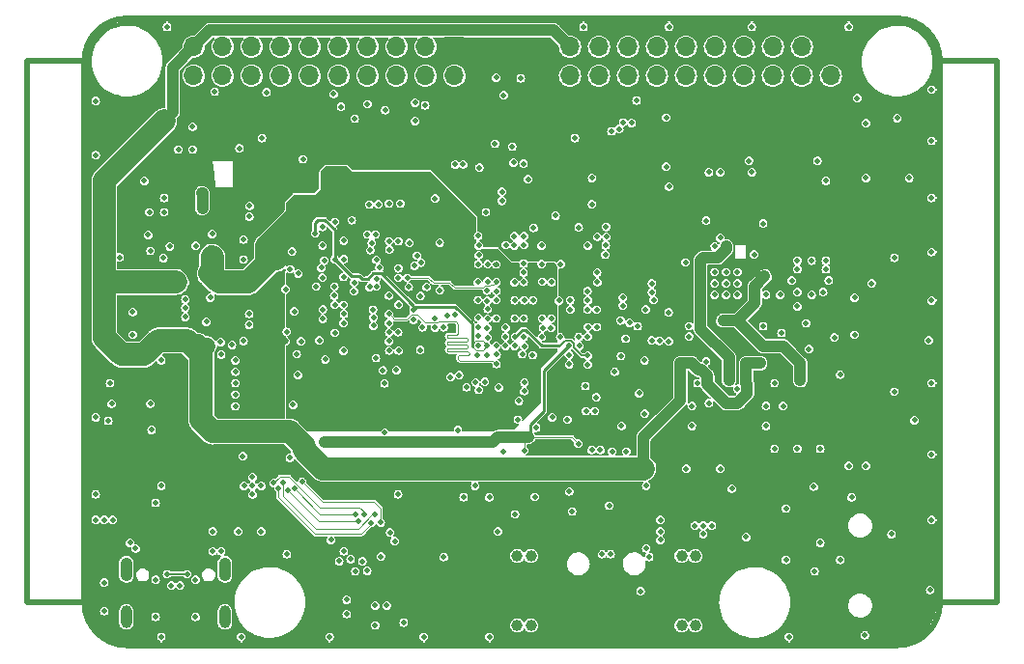
<source format=gbr>
G04 #@! TF.GenerationSoftware,KiCad,Pcbnew,6.0.0-d3dd2cf0fa~116~ubuntu20.04.1*
G04 #@! TF.CreationDate,2022-01-15T15:14:34-05:00*
G04 #@! TF.ProjectId,EX-PCB-10108-001,45582d50-4342-42d3-9130-3130382d3030,A*
G04 #@! TF.SameCoordinates,Original*
G04 #@! TF.FileFunction,Copper,L3,Inr*
G04 #@! TF.FilePolarity,Positive*
%FSLAX46Y46*%
G04 Gerber Fmt 4.6, Leading zero omitted, Abs format (unit mm)*
G04 Created by KiCad (PCBNEW 6.0.0-d3dd2cf0fa~116~ubuntu20.04.1) date 2022-01-15 15:14:34*
%MOMM*%
%LPD*%
G01*
G04 APERTURE LIST*
G04 #@! TA.AperFunction,Profile*
%ADD10C,0.500000*%
G04 #@! TD*
G04 #@! TA.AperFunction,ComponentPad*
%ADD11O,1.000000X2.000000*%
G04 #@! TD*
G04 #@! TA.AperFunction,ComponentPad*
%ADD12O,1.050000X2.100000*%
G04 #@! TD*
G04 #@! TA.AperFunction,ComponentPad*
%ADD13C,0.500000*%
G04 #@! TD*
G04 #@! TA.AperFunction,ComponentPad*
%ADD14R,1.700000X1.700000*%
G04 #@! TD*
G04 #@! TA.AperFunction,ComponentPad*
%ADD15O,1.700000X1.700000*%
G04 #@! TD*
G04 #@! TA.AperFunction,ComponentPad*
%ADD16C,1.000000*%
G04 #@! TD*
G04 #@! TA.AperFunction,ViaPad*
%ADD17C,0.500000*%
G04 #@! TD*
G04 #@! TA.AperFunction,Conductor*
%ADD18C,1.000000*%
G04 #@! TD*
G04 #@! TA.AperFunction,Conductor*
%ADD19C,1.500000*%
G04 #@! TD*
G04 #@! TA.AperFunction,Conductor*
%ADD20C,2.000000*%
G04 #@! TD*
G04 #@! TA.AperFunction,Conductor*
%ADD21C,0.250000*%
G04 #@! TD*
G04 #@! TA.AperFunction,Conductor*
%ADD22C,0.125000*%
G04 #@! TD*
G04 #@! TA.AperFunction,Conductor*
%ADD23C,0.115000*%
G04 #@! TD*
G04 #@! TA.AperFunction,Conductor*
%ADD24C,0.200000*%
G04 #@! TD*
G04 #@! TA.AperFunction,Conductor*
%ADD25C,0.150000*%
G04 #@! TD*
G04 APERTURE END LIST*
D10*
X41450000Y-85250000D02*
X46450000Y-85250000D01*
X41450000Y-132750000D02*
X46450000Y-132750000D01*
X121450000Y-132750000D02*
X126450000Y-132750000D01*
X126450000Y-85250000D02*
X121450000Y-85250000D01*
X126450000Y-85250000D02*
X126450000Y-132750000D01*
X41450000Y-85250000D02*
X41450000Y-132750000D01*
X121450000Y-85250000D02*
G75*
G03*
X117700000Y-81500000I-3750000J0D01*
G01*
X50200000Y-81500000D02*
G75*
G03*
X46450000Y-85250000I0J-3750000D01*
G01*
X46450000Y-132750000D02*
G75*
G03*
X50200000Y-136500000I3750000J0D01*
G01*
X117700000Y-136500000D02*
G75*
G03*
X121450000Y-132750000I0J3750000D01*
G01*
X46450000Y-85250000D02*
X46450000Y-132750000D01*
X117700000Y-136500000D02*
X50200000Y-136500000D01*
X117700000Y-81500000D02*
X50200000Y-81500000D01*
X121450000Y-85250000D02*
X121450000Y-132750000D01*
D11*
X50130000Y-134000000D03*
X58770000Y-134000000D03*
D12*
X50130000Y-129820000D03*
X58770000Y-129820000D03*
D13*
X101700000Y-105750000D03*
X101700000Y-104750000D03*
X101700000Y-103750000D03*
X102700000Y-105750000D03*
X102700000Y-104750000D03*
X102700000Y-103750000D03*
X103700000Y-105750000D03*
X103700000Y-104750000D03*
X103700000Y-103750000D03*
D14*
X111880000Y-83980000D03*
D15*
X111880000Y-86520000D03*
X109340000Y-83980000D03*
X109340000Y-86520000D03*
X106800000Y-83980000D03*
X106800000Y-86520000D03*
X104260000Y-83980000D03*
X104260000Y-86520000D03*
X101720000Y-83980000D03*
X101720000Y-86520000D03*
X99180000Y-83980000D03*
X99180000Y-86520000D03*
X96640000Y-83980000D03*
X96640000Y-86520000D03*
X94100000Y-83980000D03*
X94100000Y-86520000D03*
X91560000Y-83980000D03*
X91560000Y-86520000D03*
X89020000Y-83980000D03*
X89020000Y-86520000D03*
D14*
X78880000Y-83980000D03*
D15*
X78880000Y-86520000D03*
X76340000Y-83980000D03*
X76340000Y-86520000D03*
X73800000Y-83980000D03*
X73800000Y-86520000D03*
X71260000Y-83980000D03*
X71260000Y-86520000D03*
X68720000Y-83980000D03*
X68720000Y-86520000D03*
X66180000Y-83980000D03*
X66180000Y-86520000D03*
X63640000Y-83980000D03*
X63640000Y-86520000D03*
X61100000Y-83980000D03*
X61100000Y-86520000D03*
X58560000Y-83980000D03*
X58560000Y-86520000D03*
X56020000Y-83980000D03*
X56020000Y-86520000D03*
D16*
X98800000Y-128650000D03*
X100000000Y-128650000D03*
X100000000Y-134750000D03*
X98800000Y-134750000D03*
X84400000Y-134750000D03*
X85600000Y-134750000D03*
X84400000Y-128650000D03*
X85600000Y-128650000D03*
D17*
X84950000Y-109450000D03*
X86550000Y-109450000D03*
X87350000Y-108650000D03*
X86650000Y-108650000D03*
X84834988Y-110956490D03*
X85775000Y-106225000D03*
X84175000Y-107825000D03*
X84175000Y-106225000D03*
X83349998Y-109425000D03*
X80985632Y-109392490D03*
X81000000Y-107762467D03*
X82600000Y-111000000D03*
X67325000Y-101425000D03*
X67350000Y-107040012D03*
X67575000Y-111425000D03*
X67475002Y-102750000D03*
X67325000Y-99800000D03*
X68375000Y-105025000D03*
X68407510Y-109073618D03*
X67350000Y-107855024D03*
X71525000Y-101825000D03*
X69200000Y-107425000D03*
X69175000Y-110650000D03*
X64650000Y-101950000D03*
X80942495Y-104647889D03*
X74150000Y-97750000D03*
X74950000Y-101192490D03*
X75388154Y-103211846D03*
X75300000Y-107950000D03*
X73963466Y-109025000D03*
X72007510Y-111300000D03*
X73999118Y-106616832D03*
X73144696Y-105807655D03*
X90360541Y-113752839D03*
X84951243Y-103001243D03*
X84149996Y-104649996D03*
X84950002Y-103800000D03*
X80923436Y-111027100D03*
X79291743Y-112784562D03*
X65175000Y-112775000D03*
X67050000Y-109750000D03*
X84450000Y-116700000D03*
X90575000Y-111850000D03*
X80964484Y-100587490D03*
X88197515Y-103062509D03*
X86536439Y-103062510D03*
X89039948Y-107029994D03*
X59400000Y-110150000D03*
X60400000Y-102650000D03*
X89030551Y-106221806D03*
X72800000Y-117849990D03*
X93480658Y-111124538D03*
X92937457Y-112497399D03*
X95554994Y-116187510D03*
X95080000Y-114380000D03*
X79199673Y-117621969D03*
X91312510Y-114750000D03*
X65075000Y-110950012D03*
X64860000Y-107210000D03*
X65200000Y-103875000D03*
X90575000Y-101425000D03*
X84145442Y-100606948D03*
X91400978Y-103798391D03*
X93533311Y-117247490D03*
X88800000Y-116700000D03*
X87450000Y-116500000D03*
X65442630Y-109830918D03*
X75892150Y-110582150D03*
X53375000Y-102525000D03*
X53950000Y-101500000D03*
X57500021Y-106000012D03*
X90584263Y-108574989D03*
X112700000Y-112750000D03*
X86520052Y-101429995D03*
X96200000Y-104750000D03*
X96200000Y-105500000D03*
X99450000Y-108500000D03*
X117450000Y-114250000D03*
X120450000Y-109750000D03*
X107700000Y-115500000D03*
X106950000Y-113500000D03*
X103700000Y-114000000D03*
X101200000Y-115250000D03*
X100200000Y-113500000D03*
X100950000Y-111600000D03*
X61950000Y-126500000D03*
X59950000Y-126500000D03*
X52700000Y-134000000D03*
X56200000Y-134000000D03*
X48200000Y-133500000D03*
X60050000Y-92900000D03*
X55950000Y-93000000D03*
X54700000Y-93000000D03*
X53450000Y-97250000D03*
X53450000Y-98500000D03*
X47450000Y-125500000D03*
X48200000Y-125500000D03*
X48950000Y-125500000D03*
X48700000Y-113500000D03*
X50700000Y-109250000D03*
X50700000Y-107250000D03*
X59690000Y-115530000D03*
X59700000Y-114500000D03*
X59700000Y-113500000D03*
X59700000Y-112500000D03*
X59700000Y-111500000D03*
X58450000Y-111000000D03*
X49550010Y-102462363D03*
X96200000Y-109750000D03*
X71950000Y-134750000D03*
X69450000Y-133750000D03*
X74450000Y-134500000D03*
X92450000Y-124250000D03*
X92700000Y-119500000D03*
X93950000Y-119500000D03*
X82700000Y-126500000D03*
X84200000Y-125000000D03*
X102200000Y-121000000D03*
X99200000Y-121000000D03*
X107950000Y-129000000D03*
X81650000Y-98500000D03*
X64750000Y-115400000D03*
X52050000Y-100500000D03*
X52150000Y-98500000D03*
X52250000Y-101900000D03*
X48850000Y-115300000D03*
X48550000Y-116800000D03*
X52250000Y-115300000D03*
X52350000Y-117600000D03*
X75450000Y-88900000D03*
X85350000Y-95600000D03*
X95550000Y-111500000D03*
X68950000Y-89250000D03*
X105950000Y-108500000D03*
X70200000Y-130000000D03*
X69450000Y-132500000D03*
X62025000Y-92000000D03*
X57875000Y-87925000D03*
X56225000Y-101450000D03*
X89780000Y-99830000D03*
X73250000Y-126600000D03*
X68070000Y-127250000D03*
X68790000Y-129110000D03*
X120580000Y-131640000D03*
X114860000Y-135610000D03*
X120700000Y-106250000D03*
X120700000Y-113500000D03*
X120700000Y-119750000D03*
X120700000Y-125500000D03*
X108200000Y-135750000D03*
X81950000Y-135750000D03*
X76200000Y-135750000D03*
X67950000Y-135750000D03*
X60200000Y-135750000D03*
X53200000Y-135750000D03*
X47450000Y-123250000D03*
X47450000Y-116500000D03*
X47450000Y-93500000D03*
X47450000Y-88750000D03*
X53700000Y-82250000D03*
X90200000Y-82250000D03*
X89450000Y-92000000D03*
X90950000Y-95500000D03*
X73950000Y-123250000D03*
X79700000Y-123500000D03*
X77950000Y-128750000D03*
X64200000Y-128500000D03*
X95200000Y-131750000D03*
X104450000Y-127000000D03*
X103200000Y-122750000D03*
X106200000Y-117250000D03*
X99700000Y-117250000D03*
X64100000Y-105250000D03*
X60400000Y-109800000D03*
X57140000Y-108110000D03*
X92181999Y-99787490D03*
X95700000Y-128000000D03*
X96950000Y-126500000D03*
X96950000Y-125500000D03*
X96950000Y-127250000D03*
X95950000Y-128750000D03*
X87750000Y-98800000D03*
X90950000Y-97800000D03*
X60930000Y-97940000D03*
X60910000Y-98890000D03*
X64200000Y-108990000D03*
X60900000Y-107420000D03*
X60900000Y-108370000D03*
X52700000Y-124000000D03*
X113950000Y-109250000D03*
X113950000Y-106000000D03*
X119200000Y-116750000D03*
X95700000Y-122500000D03*
X81950000Y-123500000D03*
X80700000Y-122500000D03*
X110950000Y-119250000D03*
X113700000Y-123500000D03*
X110950000Y-127500000D03*
X112700000Y-129000000D03*
X109950000Y-110500000D03*
X112200000Y-109500000D03*
X109700000Y-108250000D03*
X110200000Y-105750000D03*
X108950000Y-105500000D03*
X111200000Y-105500000D03*
X111700000Y-104500000D03*
X55950000Y-91000000D03*
X51700000Y-95750000D03*
X113450000Y-120750000D03*
X83200000Y-88250000D03*
X85825000Y-99875000D03*
X110375000Y-122575000D03*
X88944989Y-111839545D03*
X54708540Y-104109173D03*
X54700000Y-105250000D03*
X55275000Y-104675000D03*
X105700000Y-111750000D03*
X104450000Y-111750000D03*
X99700000Y-111750000D03*
X98700000Y-111750000D03*
X48945000Y-110045000D03*
X48945000Y-106455000D03*
X48200000Y-106750000D03*
X47950000Y-107750000D03*
X47950000Y-108750000D03*
X48200000Y-109500000D03*
X47450000Y-109250000D03*
X47450000Y-108250000D03*
X47450000Y-107250000D03*
X56450000Y-110250000D03*
X57200000Y-110250000D03*
X56700000Y-111000000D03*
X95450000Y-121000000D03*
X65699990Y-118999990D03*
X95450000Y-120000000D03*
X95950000Y-120500000D03*
X94950000Y-120500000D03*
X95450000Y-119250000D03*
X95450000Y-118500000D03*
X86050000Y-117400000D03*
X57650000Y-100400000D03*
X58400000Y-109900000D03*
X67350000Y-106232510D03*
X67125000Y-102025000D03*
X67567490Y-109025000D03*
X73975000Y-111425000D03*
X67350000Y-100625000D03*
X67575000Y-110625000D03*
X87375000Y-105425000D03*
X75162181Y-100631247D03*
X68742490Y-112550000D03*
X64477521Y-99125000D03*
X83375000Y-104625000D03*
X83375000Y-106225000D03*
X83375000Y-107825000D03*
X73975000Y-109825000D03*
X69950000Y-106650000D03*
X68393161Y-104206839D03*
X73175000Y-103450008D03*
X73981440Y-107451061D03*
X74902057Y-102307510D03*
X73146362Y-106606044D03*
X71000000Y-103900000D03*
X85970001Y-105460000D03*
X87394140Y-106244140D03*
X56900000Y-104400000D03*
X56900000Y-103650000D03*
X57650000Y-103400000D03*
X57400000Y-101650000D03*
X57700000Y-93625000D03*
X89055010Y-104650000D03*
X84991068Y-102267079D03*
X89800000Y-107025000D03*
X82563901Y-103087522D03*
X88962490Y-102225000D03*
X57050000Y-95050000D03*
X57050000Y-95800000D03*
X57050000Y-94275000D03*
X81822394Y-100614389D03*
X88977101Y-109373438D03*
X88700000Y-94500000D03*
X87200000Y-94500000D03*
X86450000Y-93250000D03*
X117950000Y-109750000D03*
X115700000Y-115250000D03*
X104700000Y-115500000D03*
X109949994Y-118000000D03*
X109200000Y-118000000D03*
X108450000Y-118000000D03*
X103699994Y-117750000D03*
X102200000Y-117750000D03*
X102950000Y-117750000D03*
X97450000Y-114250000D03*
X78450000Y-131000000D03*
X76950000Y-129750000D03*
X105700000Y-121500000D03*
X81700000Y-84750000D03*
X86200000Y-84750000D03*
X81846408Y-94791082D03*
X64102510Y-109800000D03*
X84975000Y-107825000D03*
X87375000Y-107825000D03*
X86575000Y-107825000D03*
X85000000Y-106225000D03*
X84975000Y-104625000D03*
X88049990Y-106260057D03*
X88150000Y-109450000D03*
X89839950Y-110229992D03*
X86600000Y-104600000D03*
X87400000Y-104650000D03*
X66675000Y-100350000D03*
X68400000Y-102625000D03*
X81775000Y-110225000D03*
X75300000Y-107050000D03*
X81780000Y-109489961D03*
X70075000Y-105425000D03*
X70100000Y-104675000D03*
X66765728Y-105012811D03*
X67225000Y-103375000D03*
X68350004Y-105825000D03*
X71263617Y-100460044D03*
X67329800Y-104233033D03*
X69175007Y-104187779D03*
X72070394Y-104996702D03*
X80975000Y-108577479D03*
X81782510Y-104576801D03*
X71430092Y-97842490D03*
X64499994Y-103500000D03*
X85027479Y-113446250D03*
X69175000Y-108225000D03*
X68400000Y-106600000D03*
X85000008Y-114200000D03*
X69175000Y-106625000D03*
X84550000Y-115050000D03*
X84175000Y-110224998D03*
X71800000Y-107750000D03*
X82780741Y-113880741D03*
X71749994Y-107050000D03*
X83375000Y-110225000D03*
X71800006Y-108450000D03*
X82575000Y-111825000D03*
X73157855Y-107421056D03*
X78549998Y-112950000D03*
X82550014Y-110225000D03*
X83375000Y-108625004D03*
X72051422Y-104350010D03*
X82553407Y-107830176D03*
X71955654Y-100460045D03*
X69200002Y-102625000D03*
X81800000Y-107000000D03*
X74757692Y-104247843D03*
X82572369Y-104629075D03*
X81557005Y-113377003D03*
X73145314Y-108236067D03*
X81016261Y-114091261D03*
X73159989Y-109043151D03*
X81750000Y-111025000D03*
X73799992Y-112350000D03*
X81775000Y-108655023D03*
X71450381Y-105057737D03*
X81802576Y-107840012D03*
X71640949Y-101203887D03*
X69193161Y-101006839D03*
X81775000Y-106272522D03*
X68425000Y-99350000D03*
X77200002Y-97300000D03*
X82539117Y-106189117D03*
X82575000Y-105425000D03*
X72210613Y-97800000D03*
X80741993Y-113425000D03*
X73166576Y-110640113D03*
X73150000Y-109800000D03*
X79950000Y-113850000D03*
X73995017Y-110641784D03*
X80950000Y-110212089D03*
X80964085Y-106207456D03*
X69900000Y-99200000D03*
X81749936Y-105392444D03*
X73150000Y-97750000D03*
X73974999Y-104262214D03*
X76100000Y-108600000D03*
X75953074Y-102922997D03*
X77950003Y-108599997D03*
X73162247Y-101037013D03*
X78250170Y-107535014D03*
X72050000Y-102675000D03*
X75908195Y-105838089D03*
X72758081Y-113509979D03*
X72610160Y-112363696D03*
X74900002Y-105050000D03*
X77202448Y-108615011D03*
X73975000Y-103425000D03*
X77200000Y-107800000D03*
X73975000Y-101050000D03*
X78950000Y-107519729D03*
X76457510Y-105050000D03*
X73188619Y-101792490D03*
X72304846Y-103374990D03*
X75600000Y-102307510D03*
X77600000Y-105350000D03*
X77600000Y-101175000D03*
X85008768Y-110258768D03*
X85750000Y-111050000D03*
X83150000Y-119500000D03*
X60350000Y-119900000D03*
X64464924Y-120045084D03*
X67300000Y-118700000D03*
X88925000Y-110225002D03*
X85000000Y-119400000D03*
X89750000Y-118800000D03*
X84218902Y-109439227D03*
X90575000Y-111075010D03*
X60400000Y-100900000D03*
X61200000Y-122500000D03*
X57700000Y-128250000D03*
X50950000Y-128000000D03*
X50450000Y-127500000D03*
X58450000Y-128250000D03*
X61200000Y-121750000D03*
X61200000Y-123250000D03*
X61950000Y-122500000D03*
X60450000Y-122500000D03*
X53200000Y-111500000D03*
X53200000Y-122500000D03*
X100700000Y-126000000D03*
X99950000Y-126000000D03*
X101450000Y-126000000D03*
X100700000Y-126750000D03*
X72950000Y-133000000D03*
X71950000Y-133000000D03*
X84700000Y-86750000D03*
X82550000Y-86699996D03*
X84987086Y-101379535D03*
X81025000Y-102275000D03*
X79650000Y-94300000D03*
X54075000Y-131250000D03*
X55450000Y-130250000D03*
X53700000Y-130250000D03*
X54825000Y-131250000D03*
X56775000Y-96825000D03*
X56800000Y-98150000D03*
X56797353Y-97480375D03*
X55300010Y-106145709D03*
X55300010Y-106900000D03*
X55300010Y-107689050D03*
X89200000Y-124750000D03*
X88950000Y-123000000D03*
X85925000Y-123475000D03*
X102450000Y-108000000D03*
X103200000Y-108000000D03*
X106075022Y-104144006D03*
X109200000Y-112500000D03*
X109200000Y-111750000D03*
X109200000Y-113250000D03*
X71612282Y-125736280D03*
X63469029Y-122693891D03*
X102700000Y-101500000D03*
X102950000Y-112500000D03*
X102950000Y-111750000D03*
X102949986Y-113250000D03*
X88944989Y-111026219D03*
X117700000Y-90250000D03*
X118750000Y-95500000D03*
X110200000Y-102750000D03*
X111450000Y-103500000D03*
X108950000Y-103500000D03*
X108950000Y-102750000D03*
X111450000Y-102750000D03*
X97450000Y-94500000D03*
X97700000Y-96250000D03*
X102200000Y-95000000D03*
X104700000Y-94000000D03*
X110700000Y-94000000D03*
X100950000Y-99250000D03*
X102200000Y-100750000D03*
X114950000Y-95500000D03*
X114950000Y-90700000D03*
X120700000Y-87750000D03*
X120700000Y-92250000D03*
X120700000Y-97250000D03*
X120700000Y-102000000D03*
X97700000Y-82250000D03*
X104950000Y-82250000D03*
X113450000Y-82250000D03*
X97450000Y-90200000D03*
X99150000Y-102900000D03*
X105150000Y-102200000D03*
X105950000Y-99500000D03*
X111450000Y-95750000D03*
X117450000Y-102500000D03*
X114200000Y-88500000D03*
X101700000Y-101500000D03*
X101200000Y-95000000D03*
X57700000Y-126500000D03*
X107950000Y-124500000D03*
X48200000Y-131000000D03*
X110450000Y-130000000D03*
X117200000Y-126750000D03*
X104950000Y-95000000D03*
X80975000Y-103075000D03*
X81070052Y-94598104D03*
X91375000Y-108575000D03*
X94250000Y-108200000D03*
X94850000Y-88700000D03*
X76325000Y-89125000D03*
X93337490Y-91200000D03*
X72825000Y-89550000D03*
X92650000Y-91400000D03*
X95641674Y-107025052D03*
X96849954Y-109777035D03*
X97674966Y-109837490D03*
X93650000Y-106700000D03*
X106950000Y-119250000D03*
X90575000Y-106225000D03*
X108950000Y-119250000D03*
X99450000Y-109400000D03*
X91675000Y-119349990D03*
X90925000Y-119349990D03*
X90425000Y-115950000D03*
X91175000Y-115950000D03*
X93900000Y-109600000D03*
X106200000Y-105750000D03*
X107450000Y-105750000D03*
X93450000Y-108000000D03*
X114950000Y-120750000D03*
X92120050Y-102229996D03*
X52700000Y-130750000D03*
X56200000Y-130750000D03*
X70820099Y-129128386D03*
X71240000Y-129959998D03*
X72442185Y-128715876D03*
X73650000Y-127350000D03*
X69200000Y-128250000D03*
X69791639Y-128941636D03*
X84120050Y-101429994D03*
X82450000Y-92500000D03*
X71950000Y-125000000D03*
X63881539Y-122250000D03*
X84066369Y-94144506D03*
X72437294Y-125722191D03*
X83050000Y-97500000D03*
X65550000Y-122150000D03*
X84990002Y-100610000D03*
X84950000Y-94250000D03*
X83950000Y-92750000D03*
X63037490Y-122250000D03*
X70950000Y-125000000D03*
X64294049Y-122933753D03*
X70483312Y-125633310D03*
X83387501Y-101378686D03*
X70200000Y-125000000D03*
X64864566Y-122747944D03*
X83050000Y-96700000D03*
X90550000Y-105425000D03*
X96350006Y-106200000D03*
X91350000Y-107050000D03*
X97658311Y-107291689D03*
X90550000Y-107025000D03*
X93675000Y-90625000D03*
X71259996Y-89015004D03*
X93650000Y-106000000D03*
X94425000Y-90675000D03*
X62425000Y-87975000D03*
X68307490Y-88120811D03*
X81025000Y-101425000D03*
X78950000Y-94312510D03*
X70150000Y-90300000D03*
X75450000Y-90500000D03*
X81808767Y-103058767D03*
X65625000Y-93850000D03*
X91425000Y-104625000D03*
X90575000Y-109400000D03*
X108450000Y-104500000D03*
X89775000Y-109450000D03*
X108950000Y-106750000D03*
X94950000Y-108500000D03*
X107550000Y-109100000D03*
X91825000Y-128500000D03*
X92575000Y-128500000D03*
X106200000Y-115500000D03*
X92200000Y-100650000D03*
X99700000Y-115500000D03*
X91400000Y-100650000D03*
X92151248Y-101401248D03*
X115450000Y-104750000D03*
D18*
X105700000Y-111750000D02*
X104450000Y-111750000D01*
X100550001Y-112350001D02*
X100300001Y-112350001D01*
X101050001Y-112850001D02*
X100550001Y-112350001D01*
X101050001Y-113600001D02*
X101050001Y-112850001D01*
X104550001Y-114399999D02*
X103700000Y-115250000D01*
X104550001Y-113591999D02*
X104550001Y-114399999D01*
X104450000Y-111750000D02*
X104450000Y-113491998D01*
X104450000Y-113491998D02*
X104550001Y-113591999D01*
X100300001Y-112350001D02*
X99700000Y-111750000D01*
X102700000Y-115250000D02*
X101050001Y-113600001D01*
X103700000Y-115250000D02*
X102700000Y-115250000D01*
X99700000Y-111750000D02*
X98700000Y-111750000D01*
D19*
X56400011Y-109950011D02*
X56700000Y-110250000D01*
X56700000Y-110250000D02*
X57200000Y-110250000D01*
D20*
X48200000Y-106750000D02*
X48200000Y-109500000D01*
X55450000Y-109750000D02*
X56700000Y-111000000D01*
X52950000Y-109750000D02*
X55450000Y-109750000D01*
X51700000Y-111000000D02*
X52950000Y-109750000D01*
X49700000Y-111000000D02*
X51700000Y-111000000D01*
X48200000Y-109500000D02*
X49700000Y-111000000D01*
X48200000Y-95750000D02*
X53450000Y-90500000D01*
X48200000Y-105000000D02*
X48200000Y-95750000D01*
X48200000Y-106750000D02*
X48200000Y-105000000D01*
X56700000Y-111000000D02*
X56700000Y-116750000D01*
X56700000Y-116750000D02*
X57700000Y-117750000D01*
X57700000Y-117750000D02*
X64450000Y-117750000D01*
X65699990Y-118999990D02*
X65699990Y-118999990D01*
X64450000Y-117750000D02*
X65699990Y-118999990D01*
D18*
X95450000Y-118250000D02*
X95450000Y-121000000D01*
X98700000Y-115000000D02*
X95450000Y-118250000D01*
X98700000Y-111750000D02*
X98700000Y-115000000D01*
X54200000Y-85800000D02*
X54200000Y-89750000D01*
X54200000Y-89750000D02*
X53450000Y-90500000D01*
X56020000Y-83980000D02*
X54200000Y-85800000D01*
X87569999Y-82529999D02*
X89020000Y-83980000D01*
X57470001Y-82529999D02*
X87569999Y-82529999D01*
X56020000Y-83980000D02*
X57470001Y-82529999D01*
D20*
X65699990Y-118999990D02*
X65699990Y-119362745D01*
X65699990Y-119362745D02*
X67337245Y-121000000D01*
X67337245Y-121000000D02*
X95450000Y-121000000D01*
X48567252Y-104632748D02*
X48200000Y-105000000D01*
X54450000Y-104632748D02*
X48567252Y-104632748D01*
D21*
X67567490Y-109025000D02*
X67567490Y-110617490D01*
X67567490Y-110617490D02*
X67575000Y-110625000D01*
X66725000Y-106857510D02*
X66725000Y-108182510D01*
X66725000Y-108182510D02*
X67567490Y-109025000D01*
X67350000Y-106232510D02*
X66725000Y-106857510D01*
X66650000Y-104225000D02*
X67350000Y-104925000D01*
X67350000Y-104925000D02*
X67350000Y-106232510D01*
X66650000Y-101550000D02*
X66650000Y-104225000D01*
X66650000Y-101125000D02*
X66850000Y-101125000D01*
X66650000Y-101125000D02*
X66650000Y-101550000D01*
X66650000Y-101550000D02*
X67125000Y-102025000D01*
X66850000Y-101125000D02*
X67350000Y-100625000D01*
X73975000Y-111425000D02*
X72928010Y-111425000D01*
X68742490Y-111792490D02*
X68742490Y-112196447D01*
X67575000Y-110625000D02*
X68742490Y-111792490D01*
X72428005Y-111925005D02*
X69367485Y-111925005D01*
X69367485Y-111925005D02*
X68992489Y-112300001D01*
X72928010Y-111425000D02*
X72428005Y-111925005D01*
X68992489Y-112300001D02*
X68742490Y-112550000D01*
X68742490Y-112196447D02*
X68742490Y-112550000D01*
X74428001Y-97274999D02*
X66327522Y-97274999D01*
X75162181Y-98009179D02*
X74428001Y-97274999D01*
X66477521Y-101125000D02*
X64727520Y-99374999D01*
X66327522Y-97274999D02*
X64727520Y-98875001D01*
X64727520Y-98875001D02*
X64477521Y-99125000D01*
X75162181Y-100631247D02*
X75162181Y-98009179D01*
X66650000Y-101125000D02*
X66477521Y-101125000D01*
X83375000Y-104625000D02*
X83878768Y-104121232D01*
X83375000Y-106225000D02*
X83375000Y-104625000D01*
X83375000Y-107825000D02*
X83375000Y-106225000D01*
X87375000Y-105425000D02*
X86005001Y-105425000D01*
X85800000Y-104921429D02*
X85970001Y-105091430D01*
X85970001Y-105106447D02*
X85970001Y-105460000D01*
X85970001Y-105091430D02*
X85970001Y-105106447D01*
X86005001Y-105425000D02*
X85970001Y-105460000D01*
X75515734Y-100631247D02*
X75162181Y-100631247D01*
X78300000Y-101150000D02*
X77781247Y-100631247D01*
X77781247Y-100631247D02*
X75515734Y-100631247D01*
X78300000Y-102950000D02*
X78300000Y-101150000D01*
D20*
X57650000Y-103400000D02*
X57650000Y-102400000D01*
X57452551Y-103859449D02*
X58243102Y-104650000D01*
X58243102Y-104650000D02*
X60800000Y-104650000D01*
X60800000Y-104650000D02*
X62450000Y-103000000D01*
X62450000Y-103000000D02*
X62450000Y-101500000D01*
D21*
X64651261Y-99298739D02*
X64477521Y-99125000D01*
X64727520Y-99374999D02*
X64651261Y-99298739D01*
D20*
X62450000Y-103000000D02*
X63200000Y-102250000D01*
X63200000Y-101000000D02*
X63075000Y-100875000D01*
X63200000Y-102250000D02*
X63200000Y-101000000D01*
X63075000Y-100875000D02*
X64651261Y-99298739D01*
X62450000Y-101500000D02*
X63075000Y-100875000D01*
X63299999Y-102250000D02*
X63299999Y-102598001D01*
X63200000Y-102250000D02*
X63299999Y-102250000D01*
D22*
X89800000Y-107378553D02*
X89478553Y-107700000D01*
X89800000Y-107025000D02*
X89800000Y-107378553D01*
X89478553Y-107700000D02*
X88750000Y-107700000D01*
X88750000Y-107700000D02*
X88300000Y-107250000D01*
X88300000Y-107250000D02*
X88300000Y-106875000D01*
X88300000Y-106875000D02*
X88575000Y-106600000D01*
X88575000Y-105130010D02*
X89055010Y-104650000D01*
X88575000Y-106600000D02*
X88575000Y-105130010D01*
X84991068Y-102267079D02*
X88920411Y-102267079D01*
X88920411Y-102267079D02*
X88962490Y-102225000D01*
X88977101Y-109373438D02*
X88977101Y-107847899D01*
X88977101Y-107847899D02*
X89800000Y-107025000D01*
X64102510Y-109800000D02*
X63310000Y-109800000D01*
D21*
X85000000Y-107800000D02*
X84975000Y-107825000D01*
X84975000Y-106200000D02*
X85000000Y-106225000D01*
X68400000Y-102625000D02*
X68400000Y-100050000D01*
X68400000Y-100050000D02*
X67500000Y-99150000D01*
X67500000Y-99150000D02*
X66950000Y-99150000D01*
X66950000Y-99150000D02*
X66675000Y-99425000D01*
X66675000Y-99425000D02*
X66675000Y-100350000D01*
X75549999Y-106800001D02*
X75300000Y-107050000D01*
X80425000Y-108291727D02*
X78933274Y-106800001D01*
X78933274Y-106800001D02*
X75549999Y-106800001D01*
X80425000Y-110275000D02*
X80425000Y-108291727D01*
D23*
X80769599Y-110619599D02*
X80425000Y-110275000D01*
X81380401Y-110619599D02*
X80769599Y-110619599D01*
X81775000Y-110225000D02*
X81380401Y-110619599D01*
X80757294Y-109804588D02*
X80425000Y-110136882D01*
X81775000Y-110225000D02*
X81354588Y-109804588D01*
X80425000Y-110136882D02*
X80425000Y-110275000D01*
X81354588Y-109804588D02*
X80757294Y-109804588D01*
D21*
X70524999Y-104128001D02*
X70771999Y-104375001D01*
X70771999Y-104375001D02*
X71278001Y-104375001D01*
X71278001Y-104375001D02*
X71778002Y-103875000D01*
X71778002Y-103875000D02*
X72478553Y-103875000D01*
X75300000Y-106696447D02*
X75300000Y-107050000D01*
X72478553Y-103875000D02*
X75300000Y-106696447D01*
X69903001Y-104128001D02*
X70524999Y-104128001D01*
X68400000Y-102625000D02*
X69903001Y-104128001D01*
D23*
X73407854Y-107671055D02*
X73157855Y-107421056D01*
X74692499Y-107904399D02*
X73641198Y-107904399D01*
X75595601Y-107492499D02*
X75104399Y-107492499D01*
X76310603Y-108207501D02*
X75595601Y-107492499D01*
X77395601Y-108207501D02*
X76310603Y-108207501D01*
X77495601Y-108107501D02*
X77395601Y-108207501D01*
X79200000Y-109090000D02*
X79200000Y-108300000D01*
X79196240Y-109123378D02*
X79200000Y-109090000D01*
X79185146Y-109155082D02*
X79196240Y-109123378D01*
X79167275Y-109183523D02*
X79185146Y-109155082D01*
X79083379Y-109236239D02*
X79115083Y-109225145D01*
X79115083Y-109225145D02*
X79143524Y-109207274D01*
X78341988Y-109243760D02*
X78375366Y-109240000D01*
X78310284Y-109254854D02*
X78341988Y-109243760D01*
X78229127Y-109356621D02*
X78240221Y-109324917D01*
X78229127Y-109423378D02*
X78225366Y-109390000D01*
X78341988Y-109536239D02*
X78310284Y-109525145D01*
X78281843Y-109507274D02*
X78258092Y-109483523D01*
X78310284Y-109525145D02*
X78281843Y-109507274D01*
X78375366Y-109540000D02*
X78341988Y-109536239D01*
X80074634Y-109690000D02*
X80070873Y-109656621D01*
X78375366Y-109840000D02*
X79924634Y-109840000D01*
X80070873Y-109723378D02*
X80074634Y-109690000D01*
X80041908Y-109783523D02*
X80059779Y-109755082D01*
X80018157Y-109807274D02*
X80041908Y-109783523D01*
X79958012Y-109543760D02*
X79924634Y-109540000D01*
X80118157Y-111007274D02*
X80141908Y-110983523D01*
X79989716Y-109825145D02*
X80018157Y-109807274D01*
X80059779Y-110355082D02*
X80070873Y-110323378D01*
X78240221Y-109324917D02*
X78258092Y-109296476D01*
X78310284Y-109854854D02*
X78341988Y-109843760D01*
X79958012Y-109836239D02*
X79989716Y-109825145D01*
X80058012Y-110743760D02*
X80024634Y-110740000D01*
X78281843Y-109872725D02*
X78310284Y-109854854D01*
X79143524Y-109207274D02*
X79167275Y-109183523D01*
X78229127Y-109956621D02*
X78240221Y-109924917D01*
X78225366Y-109990000D02*
X78229127Y-109956621D01*
X78229127Y-110023378D02*
X78225366Y-109990000D01*
X78375366Y-110740000D02*
X78341988Y-110736239D01*
X78240221Y-110055082D02*
X78229127Y-110023378D01*
X78240221Y-109924917D02*
X78258092Y-109896476D01*
X80024634Y-111040000D02*
X80058012Y-111036239D01*
X80118157Y-110772725D02*
X80089716Y-110754854D01*
X78281843Y-110107274D02*
X78258092Y-110083523D01*
X78341988Y-110136239D02*
X78310284Y-110125145D01*
X78375366Y-110140000D02*
X78341988Y-110136239D01*
X79924634Y-110140000D02*
X78375366Y-110140000D01*
X79989716Y-110154854D02*
X79958012Y-110143760D01*
X79007501Y-108107501D02*
X77495601Y-108107501D01*
X80059779Y-110224917D02*
X80041908Y-110196476D01*
X80059779Y-109755082D02*
X80070873Y-109723378D01*
X80141908Y-110983523D02*
X80159779Y-110955082D01*
X80058012Y-111036239D02*
X80089716Y-111025145D01*
X80018157Y-110172725D02*
X79989716Y-110154854D01*
X80074634Y-110290000D02*
X80070873Y-110256621D01*
X79284917Y-111054854D02*
X79316621Y-111043760D01*
X79958012Y-110143760D02*
X79924634Y-110140000D01*
X79200000Y-111360000D02*
X79200000Y-111190000D01*
X73641198Y-107904399D02*
X73407854Y-107671055D01*
X80018157Y-110407274D02*
X80041908Y-110383523D01*
X78310284Y-110125145D02*
X78281843Y-110107274D01*
X80089716Y-111025145D02*
X80118157Y-111007274D01*
X79924634Y-110440000D02*
X79958012Y-110436239D01*
X78240221Y-109455082D02*
X78229127Y-109423378D01*
X78310284Y-110454854D02*
X78341988Y-110443760D01*
X79200000Y-108300000D02*
X79007501Y-108107501D01*
X80141908Y-110796476D02*
X80118157Y-110772725D01*
X82575000Y-111825000D02*
X82280000Y-111530000D01*
X78281843Y-110472725D02*
X78310284Y-110454854D01*
X80070873Y-110323378D02*
X80074634Y-110290000D01*
X78258092Y-110496476D02*
X78281843Y-110472725D01*
X80018157Y-109572725D02*
X79989716Y-109554854D01*
X79958012Y-110436239D02*
X79989716Y-110425145D01*
X78229127Y-110556621D02*
X78240221Y-110524917D01*
X78341988Y-109843760D02*
X78375366Y-109840000D01*
X78258092Y-109296476D02*
X78281843Y-109272725D01*
X78240221Y-110524917D02*
X78258092Y-110496476D01*
X78225366Y-110590000D02*
X78229127Y-110556621D01*
X78258092Y-109483523D02*
X78240221Y-109455082D01*
X78258092Y-110083523D02*
X78240221Y-110055082D01*
X78240221Y-110655082D02*
X78229127Y-110623378D01*
X78281843Y-109272725D02*
X78310284Y-109254854D01*
X78258092Y-110683523D02*
X78240221Y-110655082D01*
X78375366Y-109240000D02*
X79050000Y-109240000D01*
X80059779Y-109624917D02*
X80041908Y-109596476D01*
X78229127Y-110623378D02*
X78225366Y-110590000D01*
X75104399Y-107492499D02*
X74692499Y-107904399D01*
X80070873Y-110256621D02*
X80059779Y-110224917D01*
X78281843Y-110707274D02*
X78258092Y-110683523D01*
X78341988Y-110736239D02*
X78310284Y-110725145D01*
X80024634Y-110740000D02*
X78375366Y-110740000D01*
X79214854Y-111124917D02*
X79232725Y-111096476D01*
X80070873Y-109656621D02*
X80059779Y-109624917D01*
X80089716Y-110754854D02*
X80058012Y-110743760D01*
X80041908Y-110383523D02*
X80059779Y-110355082D01*
X79924634Y-109540000D02*
X78375366Y-109540000D01*
X80159779Y-110824917D02*
X80141908Y-110796476D01*
X78258092Y-109896476D02*
X78281843Y-109872725D01*
X79256476Y-111072725D02*
X79284917Y-111054854D01*
X80159779Y-110955082D02*
X80170873Y-110923378D01*
X80170873Y-110856621D02*
X80159779Y-110824917D01*
X79232725Y-111096476D02*
X79256476Y-111072725D01*
X80174634Y-110890000D02*
X80170873Y-110856621D01*
X79989716Y-110425145D02*
X80018157Y-110407274D01*
X79989716Y-109554854D02*
X79958012Y-109543760D01*
X80041908Y-109596476D02*
X80018157Y-109572725D01*
X79316621Y-111043760D02*
X79350000Y-111040000D01*
X80170873Y-110923378D02*
X80174634Y-110890000D01*
X78375366Y-110440000D02*
X79924634Y-110440000D01*
X82280000Y-111530000D02*
X79370000Y-111530000D01*
X79924634Y-109840000D02*
X79958012Y-109836239D01*
X79350000Y-111040000D02*
X80024634Y-111040000D01*
X78341988Y-110443760D02*
X78375366Y-110440000D01*
X79050000Y-109240000D02*
X79083379Y-109236239D01*
X80041908Y-110196476D02*
X80018157Y-110172725D01*
X79203760Y-111156621D02*
X79214854Y-111124917D01*
X79200000Y-111190000D02*
X79203760Y-111156621D01*
X79370000Y-111530000D02*
X79200000Y-111360000D01*
X78225366Y-109390000D02*
X78229127Y-109356621D01*
X78310284Y-110725145D02*
X78281843Y-110707274D01*
X82322370Y-104879074D02*
X82572369Y-104629075D01*
X82083339Y-104879074D02*
X82322370Y-104879074D01*
X81400001Y-105150000D02*
X81565699Y-104984302D01*
X77053102Y-104700000D02*
X78450000Y-104700000D01*
X78900000Y-105150000D02*
X81400001Y-105150000D01*
X78450000Y-104700000D02*
X78900000Y-105150000D01*
X81978111Y-104984302D02*
X82083339Y-104879074D01*
X81565699Y-104984302D02*
X81978111Y-104984302D01*
X76600945Y-104247843D02*
X77053102Y-104700000D01*
X74757692Y-104247843D02*
X76600945Y-104247843D01*
D22*
X85000000Y-118574999D02*
X85350000Y-118224999D01*
X85000000Y-119400000D02*
X85000000Y-118574999D01*
X89174999Y-118224999D02*
X89750000Y-118800000D01*
X85350000Y-118224999D02*
X89174999Y-118224999D01*
D18*
X82224999Y-118700000D02*
X67550000Y-118700000D01*
X82700000Y-118224999D02*
X82224999Y-118700000D01*
X85350000Y-118224999D02*
X82700000Y-118224999D01*
D21*
X86750000Y-112400002D02*
X88675001Y-110475001D01*
X86750000Y-115948526D02*
X86750000Y-112400002D01*
X85574999Y-117123527D02*
X86750000Y-115948526D01*
X88675001Y-110475001D02*
X88925000Y-110225002D01*
X85574999Y-118149999D02*
X85574999Y-117123527D01*
X84833129Y-108825000D02*
X85125000Y-108825000D01*
X84218902Y-109439227D02*
X84833129Y-108825000D01*
X86525000Y-110225000D02*
X88125000Y-110225000D01*
X85125000Y-108825000D02*
X86525000Y-110225000D01*
D24*
X88575000Y-109800000D02*
X88775000Y-109800000D01*
X88150000Y-110225000D02*
X88575000Y-109800000D01*
X88125000Y-110225000D02*
X88150000Y-110225000D01*
D25*
X88775000Y-109800000D02*
X89129000Y-109800000D01*
X89129000Y-109800000D02*
X89350001Y-110021001D01*
X90025010Y-111075010D02*
X90575000Y-111075010D01*
X89350001Y-110400001D02*
X90025010Y-111075010D01*
X89350001Y-110021001D02*
X89350001Y-110400001D01*
D24*
X55450000Y-130250000D02*
X53700000Y-130250000D01*
D18*
X56800000Y-96850000D02*
X56775000Y-96825000D01*
X56800000Y-98150000D02*
X56800000Y-96850000D01*
X102450000Y-108000000D02*
X103200000Y-108000000D01*
X103200000Y-108000000D02*
X103700000Y-108000000D01*
X103700000Y-108000000D02*
X105200000Y-106500000D01*
X105200000Y-105019028D02*
X106075022Y-104144006D01*
X105200000Y-106500000D02*
X105200000Y-105019028D01*
X109200000Y-113250000D02*
X109200000Y-111750000D01*
X109200000Y-111750000D02*
X107700000Y-110250000D01*
X105950000Y-110250000D02*
X103700000Y-108000000D01*
X107700000Y-110250000D02*
X105950000Y-110250000D01*
D22*
X63469029Y-123519029D02*
X63469029Y-122693891D01*
X71612282Y-125837718D02*
X70700000Y-126750000D01*
X66700000Y-126750000D02*
X63469029Y-123519029D01*
X70700000Y-126750000D02*
X66700000Y-126750000D01*
X71612282Y-125736280D02*
X71612282Y-125837718D01*
D18*
X102949986Y-113250000D02*
X102949986Y-111249986D01*
X102949986Y-111249986D02*
X100450000Y-108750000D01*
X100450000Y-108750000D02*
X100450000Y-102750000D01*
X100450000Y-102750000D02*
X100700000Y-102500000D01*
X100700000Y-102500000D02*
X101950000Y-102500000D01*
X102700000Y-101750000D02*
X102700000Y-101500000D01*
X101950000Y-102500000D02*
X102700000Y-101750000D01*
D22*
X66750000Y-126250000D02*
X63881539Y-123381539D01*
X70450000Y-126250000D02*
X66750000Y-126250000D01*
X63881539Y-123131745D02*
X63881539Y-122250000D01*
X63881539Y-123381539D02*
X63881539Y-123131745D01*
X71700000Y-125000000D02*
X70450000Y-126250000D01*
X71950000Y-125000000D02*
X71700000Y-125000000D01*
X67300000Y-123900000D02*
X65550000Y-122150000D01*
X71850000Y-123900000D02*
X67300000Y-123900000D01*
X72437294Y-124487294D02*
X71850000Y-123900000D01*
X72437294Y-125722191D02*
X72437294Y-124487294D01*
X70950000Y-124750000D02*
X70950000Y-125000000D01*
X70600000Y-124400000D02*
X70950000Y-124750000D01*
X67100000Y-124400000D02*
X70600000Y-124400000D01*
X63587490Y-121700000D02*
X64400000Y-121700000D01*
X64400000Y-121700000D02*
X67100000Y-124400000D01*
X63037490Y-122250000D02*
X63587490Y-121700000D01*
X66993606Y-125633310D02*
X70483312Y-125633310D01*
X64294049Y-122933753D02*
X66993606Y-125633310D01*
X67116622Y-125000000D02*
X64864566Y-122747944D01*
X70200000Y-125000000D02*
X67116622Y-125000000D01*
G04 #@! TA.AperFunction,Conductor*
G36*
X69418013Y-94468013D02*
G01*
X69900000Y-94950000D01*
X76774526Y-94950000D01*
X76818013Y-94968013D01*
X80781987Y-98931987D01*
X80800000Y-98975474D01*
X80800000Y-100217790D01*
X80781987Y-100261277D01*
X80766420Y-100272587D01*
X80743995Y-100284013D01*
X80661007Y-100367001D01*
X80607726Y-100471572D01*
X80589366Y-100587490D01*
X80607726Y-100703408D01*
X80661007Y-100807979D01*
X80743995Y-100890967D01*
X80753288Y-100895702D01*
X80766420Y-100902393D01*
X80796990Y-100938185D01*
X80800000Y-100957190D01*
X80800000Y-101100560D01*
X80781987Y-101144047D01*
X80721523Y-101204511D01*
X80668242Y-101309082D01*
X80649882Y-101425000D01*
X80668242Y-101540918D01*
X80721523Y-101645489D01*
X80804511Y-101728477D01*
X80909082Y-101781758D01*
X80940619Y-101786753D01*
X80956428Y-101789257D01*
X80996562Y-101813851D01*
X81007550Y-101859621D01*
X80982956Y-101899755D01*
X80956428Y-101910743D01*
X80909082Y-101918242D01*
X80804511Y-101971523D01*
X80721523Y-102054511D01*
X80668242Y-102159082D01*
X80649882Y-102275000D01*
X80668242Y-102390918D01*
X80721523Y-102495489D01*
X80804511Y-102578477D01*
X80846984Y-102600118D01*
X80861918Y-102607727D01*
X80892487Y-102643520D01*
X80888794Y-102690445D01*
X80858222Y-102716554D01*
X80859082Y-102718242D01*
X80754511Y-102771523D01*
X80671523Y-102854511D01*
X80618242Y-102959082D01*
X80599882Y-103075000D01*
X80618242Y-103190918D01*
X80671523Y-103295489D01*
X80754511Y-103378477D01*
X80859082Y-103431758D01*
X80975000Y-103450118D01*
X81090918Y-103431758D01*
X81195489Y-103378477D01*
X81278477Y-103295489D01*
X81331758Y-103190918D01*
X81333082Y-103182559D01*
X81357678Y-103142426D01*
X81403447Y-103131438D01*
X81443580Y-103156034D01*
X81451524Y-103171624D01*
X81452009Y-103174685D01*
X81454207Y-103178999D01*
X81460280Y-103190918D01*
X81505290Y-103279256D01*
X81588278Y-103362244D01*
X81692849Y-103415525D01*
X81808767Y-103433885D01*
X81924685Y-103415525D01*
X82029256Y-103362244D01*
X82112244Y-103279256D01*
X82124212Y-103255767D01*
X82160002Y-103225198D01*
X82206927Y-103228890D01*
X82233805Y-103255768D01*
X82235494Y-103259082D01*
X82260424Y-103308011D01*
X82343412Y-103390999D01*
X82447983Y-103444280D01*
X82563901Y-103462640D01*
X82679819Y-103444280D01*
X82784390Y-103390999D01*
X82867378Y-103308011D01*
X82920659Y-103203440D01*
X82939019Y-103087522D01*
X82920659Y-102971604D01*
X82867378Y-102867033D01*
X82784390Y-102784045D01*
X82679819Y-102730764D01*
X82563901Y-102712404D01*
X82447983Y-102730764D01*
X82343412Y-102784045D01*
X82260424Y-102867033D01*
X82248456Y-102890522D01*
X82212666Y-102921091D01*
X82165741Y-102917399D01*
X82138863Y-102890521D01*
X82114443Y-102842594D01*
X82112244Y-102838278D01*
X82029256Y-102755290D01*
X81924685Y-102702009D01*
X81808767Y-102683649D01*
X81692849Y-102702009D01*
X81588278Y-102755290D01*
X81505290Y-102838278D01*
X81452009Y-102942849D01*
X81451252Y-102947629D01*
X81450685Y-102951208D01*
X81426089Y-102991341D01*
X81380320Y-103002329D01*
X81340187Y-102977733D01*
X81332243Y-102962143D01*
X81331758Y-102959082D01*
X81325923Y-102947629D01*
X81280676Y-102858827D01*
X81278477Y-102854511D01*
X81195489Y-102771523D01*
X81138082Y-102742273D01*
X81107513Y-102706480D01*
X81111206Y-102659555D01*
X81141778Y-102633446D01*
X81140918Y-102631758D01*
X81164937Y-102619520D01*
X81245489Y-102578477D01*
X81328477Y-102495489D01*
X81381758Y-102390918D01*
X81400118Y-102275000D01*
X81381758Y-102159082D01*
X81328477Y-102054511D01*
X81245489Y-101971523D01*
X81140918Y-101918242D01*
X81093572Y-101910743D01*
X81053438Y-101886149D01*
X81042450Y-101840379D01*
X81067044Y-101800245D01*
X81093572Y-101789257D01*
X81109381Y-101786753D01*
X81140918Y-101781758D01*
X81245489Y-101728477D01*
X81255953Y-101718013D01*
X81299440Y-101700000D01*
X82624526Y-101700000D01*
X82668013Y-101718013D01*
X83900000Y-102950000D01*
X84515483Y-102950000D01*
X84558970Y-102968013D01*
X84576226Y-103001878D01*
X84594485Y-103117161D01*
X84647766Y-103221732D01*
X84730754Y-103304720D01*
X84810808Y-103345509D01*
X84841377Y-103381300D01*
X84837684Y-103428225D01*
X84810807Y-103455102D01*
X84796013Y-103462640D01*
X84729513Y-103496523D01*
X84646525Y-103579511D01*
X84593244Y-103684082D01*
X84574884Y-103800000D01*
X84593244Y-103915918D01*
X84646525Y-104020489D01*
X84729513Y-104103477D01*
X84834084Y-104156758D01*
X84838866Y-104157515D01*
X84842699Y-104158761D01*
X84878491Y-104189332D01*
X84882183Y-104236257D01*
X84851614Y-104272047D01*
X84754511Y-104321523D01*
X84671523Y-104404511D01*
X84618242Y-104509082D01*
X84617486Y-104513858D01*
X84616237Y-104517700D01*
X84585667Y-104553492D01*
X84538742Y-104557183D01*
X84502951Y-104526614D01*
X84455672Y-104433823D01*
X84453473Y-104429507D01*
X84370485Y-104346519D01*
X84265914Y-104293238D01*
X84149996Y-104274878D01*
X84034078Y-104293238D01*
X83929507Y-104346519D01*
X83846519Y-104429507D01*
X83793238Y-104534078D01*
X83774878Y-104649996D01*
X83793238Y-104765914D01*
X83846519Y-104870485D01*
X83929507Y-104953473D01*
X84034078Y-105006754D01*
X84149996Y-105025114D01*
X84265914Y-105006754D01*
X84370485Y-104953473D01*
X84453473Y-104870485D01*
X84506754Y-104765914D01*
X84507511Y-104761137D01*
X84508759Y-104757296D01*
X84539329Y-104721504D01*
X84586254Y-104717813D01*
X84622045Y-104748382D01*
X84638425Y-104780529D01*
X84671523Y-104845489D01*
X84754511Y-104928477D01*
X84859082Y-104981758D01*
X84975000Y-105000118D01*
X85090918Y-104981758D01*
X85195489Y-104928477D01*
X85278477Y-104845489D01*
X85331758Y-104740918D01*
X85350118Y-104625000D01*
X85346158Y-104600000D01*
X86224882Y-104600000D01*
X86243242Y-104715918D01*
X86296523Y-104820489D01*
X86379511Y-104903477D01*
X86484082Y-104956758D01*
X86600000Y-104975118D01*
X86715918Y-104956758D01*
X86820489Y-104903477D01*
X86903477Y-104820489D01*
X86932727Y-104763082D01*
X86968520Y-104732513D01*
X87015445Y-104736206D01*
X87041554Y-104766778D01*
X87043242Y-104765918D01*
X87096523Y-104870489D01*
X87179511Y-104953477D01*
X87284082Y-105006758D01*
X87400000Y-105025118D01*
X87515918Y-105006758D01*
X87620489Y-104953477D01*
X87703477Y-104870489D01*
X87756758Y-104765918D01*
X87775118Y-104650000D01*
X87756758Y-104534082D01*
X87703477Y-104429511D01*
X87620489Y-104346523D01*
X87515918Y-104293242D01*
X87400000Y-104274882D01*
X87284082Y-104293242D01*
X87179511Y-104346523D01*
X87096523Y-104429511D01*
X87078102Y-104465664D01*
X87067273Y-104486918D01*
X87031480Y-104517487D01*
X86984555Y-104513794D01*
X86958446Y-104483222D01*
X86956758Y-104484082D01*
X86947374Y-104465664D01*
X86903477Y-104379511D01*
X86820489Y-104296523D01*
X86715918Y-104243242D01*
X86600000Y-104224882D01*
X86484082Y-104243242D01*
X86379511Y-104296523D01*
X86296523Y-104379511D01*
X86243242Y-104484082D01*
X86224882Y-104600000D01*
X85346158Y-104600000D01*
X85331758Y-104509082D01*
X85278477Y-104404511D01*
X85195489Y-104321523D01*
X85090918Y-104268242D01*
X85086136Y-104267485D01*
X85082303Y-104266239D01*
X85046511Y-104235668D01*
X85042819Y-104188743D01*
X85073388Y-104152953D01*
X85170491Y-104103477D01*
X85253479Y-104020489D01*
X85306760Y-103915918D01*
X85325120Y-103800000D01*
X85306760Y-103684082D01*
X85253479Y-103579511D01*
X85170491Y-103496523D01*
X85090437Y-103455734D01*
X85059868Y-103419943D01*
X85063561Y-103373018D01*
X85090438Y-103346141D01*
X85167416Y-103306919D01*
X85171732Y-103304720D01*
X85254720Y-103221732D01*
X85308001Y-103117161D01*
X85326260Y-103001878D01*
X85350854Y-102961745D01*
X85387003Y-102950000D01*
X86107133Y-102950000D01*
X86150620Y-102968013D01*
X86168633Y-103011500D01*
X86167876Y-103021120D01*
X86162403Y-103055676D01*
X86161321Y-103062510D01*
X86179681Y-103178428D01*
X86232962Y-103282999D01*
X86315950Y-103365987D01*
X86420521Y-103419268D01*
X86536439Y-103437628D01*
X86652357Y-103419268D01*
X86756928Y-103365987D01*
X86839916Y-103282999D01*
X86893197Y-103178428D01*
X86911557Y-103062510D01*
X86910475Y-103055676D01*
X86905002Y-103021120D01*
X86915991Y-102975351D01*
X86956125Y-102950757D01*
X86965745Y-102950000D01*
X87624526Y-102950000D01*
X87668013Y-102968013D01*
X87819538Y-103119538D01*
X87836794Y-103153404D01*
X87840757Y-103178427D01*
X87842955Y-103182741D01*
X87893297Y-103281544D01*
X87900000Y-103309464D01*
X87900000Y-105882972D01*
X87881987Y-105926459D01*
X87866420Y-105937769D01*
X87829501Y-105956580D01*
X87746513Y-106039568D01*
X87693232Y-106144139D01*
X87674872Y-106260057D01*
X87693232Y-106375975D01*
X87746513Y-106480546D01*
X87829501Y-106563534D01*
X87839728Y-106568745D01*
X87866420Y-106582345D01*
X87896990Y-106618137D01*
X87900000Y-106637142D01*
X87900000Y-109150560D01*
X87881987Y-109194047D01*
X87846523Y-109229511D01*
X87793242Y-109334082D01*
X87774882Y-109450000D01*
X87793242Y-109565918D01*
X87846523Y-109670489D01*
X87881987Y-109705953D01*
X87900000Y-109749440D01*
X87900000Y-109918000D01*
X87881987Y-109961487D01*
X87838500Y-109979500D01*
X86652163Y-109979500D01*
X86608676Y-109961487D01*
X86568278Y-109921089D01*
X86550265Y-109877602D01*
X86568278Y-109834115D01*
X86602144Y-109816859D01*
X86665918Y-109806758D01*
X86770489Y-109753477D01*
X86853477Y-109670489D01*
X86906758Y-109565918D01*
X86925118Y-109450000D01*
X86906758Y-109334082D01*
X86853477Y-109229511D01*
X86770489Y-109146523D01*
X86742213Y-109132116D01*
X86728795Y-109125279D01*
X86698226Y-109089486D01*
X86701919Y-109042561D01*
X86737712Y-109011992D01*
X86747094Y-109009740D01*
X86765918Y-109006758D01*
X86870489Y-108953477D01*
X86953477Y-108870489D01*
X86954208Y-108871220D01*
X86990377Y-108849055D01*
X87036147Y-108860041D01*
X87046448Y-108870342D01*
X87046523Y-108870489D01*
X87129511Y-108953477D01*
X87234082Y-109006758D01*
X87350000Y-109025118D01*
X87465918Y-109006758D01*
X87570489Y-108953477D01*
X87653477Y-108870489D01*
X87706758Y-108765918D01*
X87725118Y-108650000D01*
X87706758Y-108534082D01*
X87653477Y-108429511D01*
X87570489Y-108346523D01*
X87488131Y-108304560D01*
X87473388Y-108297048D01*
X87442818Y-108261256D01*
X87446511Y-108214331D01*
X87482303Y-108183761D01*
X87486137Y-108182515D01*
X87490918Y-108181758D01*
X87595489Y-108128477D01*
X87678477Y-108045489D01*
X87731758Y-107940918D01*
X87750118Y-107825000D01*
X87731758Y-107709082D01*
X87678477Y-107604511D01*
X87595489Y-107521523D01*
X87490918Y-107468242D01*
X87375000Y-107449882D01*
X87259082Y-107468242D01*
X87154511Y-107521523D01*
X87071523Y-107604511D01*
X87044922Y-107656720D01*
X87029797Y-107686404D01*
X86994005Y-107716974D01*
X86947080Y-107713281D01*
X86920203Y-107686404D01*
X86905079Y-107656720D01*
X86878477Y-107604511D01*
X86795489Y-107521523D01*
X86690918Y-107468242D01*
X86575000Y-107449882D01*
X86459082Y-107468242D01*
X86354511Y-107521523D01*
X86271523Y-107604511D01*
X86218242Y-107709082D01*
X86199882Y-107825000D01*
X86218242Y-107940918D01*
X86271523Y-108045489D01*
X86354511Y-108128477D01*
X86459082Y-108181758D01*
X86496264Y-108187647D01*
X86536397Y-108212241D01*
X86547386Y-108258011D01*
X86522792Y-108298144D01*
X86514563Y-108303187D01*
X86478569Y-108321527D01*
X86429511Y-108346523D01*
X86346523Y-108429511D01*
X86293242Y-108534082D01*
X86274882Y-108650000D01*
X86293242Y-108765918D01*
X86346523Y-108870489D01*
X86429511Y-108953477D01*
X86437430Y-108957512D01*
X86471205Y-108974721D01*
X86501774Y-109010514D01*
X86498081Y-109057439D01*
X86462288Y-109088008D01*
X86452906Y-109090260D01*
X86434082Y-109093242D01*
X86329511Y-109146523D01*
X86246523Y-109229511D01*
X86193242Y-109334082D01*
X86183581Y-109395076D01*
X86183141Y-109397856D01*
X86158547Y-109437990D01*
X86112777Y-109448978D01*
X86078911Y-109431722D01*
X85319978Y-108672789D01*
X85312329Y-108663469D01*
X85305361Y-108653040D01*
X85301996Y-108648004D01*
X85230329Y-108600118D01*
X85220790Y-108593744D01*
X85125000Y-108574690D01*
X85119058Y-108575872D01*
X85106761Y-108578318D01*
X85094763Y-108579500D01*
X84863366Y-108579500D01*
X84851368Y-108578318D01*
X84839071Y-108575872D01*
X84833129Y-108574690D01*
X84737339Y-108593744D01*
X84727800Y-108600118D01*
X84656133Y-108648004D01*
X84652768Y-108653040D01*
X84645800Y-108663469D01*
X84638151Y-108672789D01*
X84264087Y-109046853D01*
X84221452Y-109064513D01*
X84218902Y-109064109D01*
X84102984Y-109082469D01*
X83998413Y-109135750D01*
X83915425Y-109218738D01*
X83862144Y-109323309D01*
X83846795Y-109420221D01*
X83846320Y-109423218D01*
X83840578Y-109432588D01*
X83844066Y-109441009D01*
X83847468Y-109462486D01*
X83862144Y-109555145D01*
X83915425Y-109659716D01*
X83998413Y-109742704D01*
X84039882Y-109763833D01*
X84044392Y-109766131D01*
X84074962Y-109801923D01*
X84071269Y-109848848D01*
X84044392Y-109875725D01*
X83954511Y-109921521D01*
X83871523Y-110004509D01*
X83869324Y-110008825D01*
X83829796Y-110086403D01*
X83794004Y-110116973D01*
X83747079Y-110113280D01*
X83720203Y-110086404D01*
X83678477Y-110004511D01*
X83595489Y-109921523D01*
X83557192Y-109902010D01*
X83501095Y-109873427D01*
X83470525Y-109837635D01*
X83474218Y-109790710D01*
X83501094Y-109763834D01*
X83570487Y-109728477D01*
X83653475Y-109645489D01*
X83706756Y-109540918D01*
X83722580Y-109441008D01*
X83728322Y-109431639D01*
X83724834Y-109423218D01*
X83712675Y-109346451D01*
X83706756Y-109309082D01*
X83653475Y-109204511D01*
X83570487Y-109121523D01*
X83501098Y-109086168D01*
X83470529Y-109050377D01*
X83474222Y-109003452D01*
X83501099Y-108976575D01*
X83591173Y-108930680D01*
X83595489Y-108928481D01*
X83678477Y-108845493D01*
X83731758Y-108740922D01*
X83750118Y-108625004D01*
X83731758Y-108509086D01*
X83678477Y-108404515D01*
X83595489Y-108321527D01*
X83490918Y-108268246D01*
X83375000Y-108249886D01*
X83259082Y-108268246D01*
X83154511Y-108321527D01*
X83071523Y-108404515D01*
X83018242Y-108509086D01*
X82999882Y-108625004D01*
X83018242Y-108740922D01*
X83071523Y-108845493D01*
X83154511Y-108928481D01*
X83223900Y-108963836D01*
X83254469Y-108999627D01*
X83250776Y-109046552D01*
X83223899Y-109073429D01*
X83153730Y-109109182D01*
X83129509Y-109121523D01*
X83046521Y-109204511D01*
X82993240Y-109309082D01*
X82974880Y-109425000D01*
X82993240Y-109540918D01*
X83046521Y-109645489D01*
X83129509Y-109728477D01*
X83133825Y-109730676D01*
X83223903Y-109776573D01*
X83254473Y-109812365D01*
X83250780Y-109859290D01*
X83223904Y-109886166D01*
X83154511Y-109921523D01*
X83071523Y-110004511D01*
X83018242Y-110109082D01*
X83016574Y-110108232D01*
X82990428Y-110138846D01*
X82943503Y-110142539D01*
X82907710Y-110111970D01*
X82906932Y-110110091D01*
X82906772Y-110109082D01*
X82853491Y-110004511D01*
X82770503Y-109921523D01*
X82665932Y-109868242D01*
X82550014Y-109849882D01*
X82434096Y-109868242D01*
X82329525Y-109921523D01*
X82246537Y-110004511D01*
X82220468Y-110055676D01*
X82217304Y-110061885D01*
X82181512Y-110092455D01*
X82134587Y-110088762D01*
X82107710Y-110061885D01*
X82104547Y-110055676D01*
X82078477Y-110004511D01*
X81995489Y-109921523D01*
X81979843Y-109913551D01*
X81949273Y-109877759D01*
X81952966Y-109830834D01*
X81979842Y-109803958D01*
X82000489Y-109793438D01*
X82083477Y-109710450D01*
X82136758Y-109605879D01*
X82155118Y-109489961D01*
X82136758Y-109374043D01*
X82083477Y-109269472D01*
X82000489Y-109186484D01*
X81895918Y-109133203D01*
X81891137Y-109132446D01*
X81886534Y-109130950D01*
X81887085Y-109129255D01*
X81852560Y-109108104D01*
X81841566Y-109062336D01*
X81866155Y-109022199D01*
X81883303Y-109013460D01*
X81886143Y-109012537D01*
X81890918Y-109011781D01*
X81895226Y-109009586D01*
X81895229Y-109009585D01*
X81991173Y-108960699D01*
X81995489Y-108958500D01*
X82078477Y-108875512D01*
X82131758Y-108770941D01*
X82150118Y-108655023D01*
X82131758Y-108539105D01*
X82078477Y-108434534D01*
X81995489Y-108351546D01*
X81911361Y-108308681D01*
X81880792Y-108272890D01*
X81884485Y-108225965D01*
X81918546Y-108196872D01*
X81918494Y-108196770D01*
X81918917Y-108196555D01*
X81918919Y-108196554D01*
X82023065Y-108143489D01*
X82106053Y-108060501D01*
X82125701Y-108021940D01*
X82161492Y-107991371D01*
X82208417Y-107995064D01*
X82235294Y-108021940D01*
X82249930Y-108050665D01*
X82332918Y-108133653D01*
X82437489Y-108186934D01*
X82553407Y-108205294D01*
X82669325Y-108186934D01*
X82773896Y-108133653D01*
X82856884Y-108050665D01*
X82910165Y-107946094D01*
X82928525Y-107830176D01*
X82927705Y-107825000D01*
X83799882Y-107825000D01*
X83818242Y-107940918D01*
X83871523Y-108045489D01*
X83954511Y-108128477D01*
X84059082Y-108181758D01*
X84175000Y-108200118D01*
X84290918Y-108181758D01*
X84395489Y-108128477D01*
X84478477Y-108045489D01*
X84520203Y-107963596D01*
X84555995Y-107933026D01*
X84602920Y-107936719D01*
X84629797Y-107963596D01*
X84671523Y-108045489D01*
X84754511Y-108128477D01*
X84859082Y-108181758D01*
X84975000Y-108200118D01*
X85090918Y-108181758D01*
X85195489Y-108128477D01*
X85278477Y-108045489D01*
X85331758Y-107940918D01*
X85350118Y-107825000D01*
X85331758Y-107709082D01*
X85278477Y-107604511D01*
X85195489Y-107521523D01*
X85090918Y-107468242D01*
X84975000Y-107449882D01*
X84859082Y-107468242D01*
X84754511Y-107521523D01*
X84671523Y-107604511D01*
X84644922Y-107656720D01*
X84629797Y-107686404D01*
X84594005Y-107716974D01*
X84547080Y-107713281D01*
X84520203Y-107686404D01*
X84505079Y-107656720D01*
X84478477Y-107604511D01*
X84395489Y-107521523D01*
X84290918Y-107468242D01*
X84175000Y-107449882D01*
X84059082Y-107468242D01*
X83954511Y-107521523D01*
X83871523Y-107604511D01*
X83818242Y-107709082D01*
X83799882Y-107825000D01*
X82927705Y-107825000D01*
X82910165Y-107714258D01*
X82856884Y-107609687D01*
X82773896Y-107526699D01*
X82669325Y-107473418D01*
X82553407Y-107455058D01*
X82437489Y-107473418D01*
X82332918Y-107526699D01*
X82249930Y-107609687D01*
X82236703Y-107635647D01*
X82230283Y-107648247D01*
X82194491Y-107678817D01*
X82147566Y-107675124D01*
X82120689Y-107648248D01*
X82111957Y-107631110D01*
X82106053Y-107619523D01*
X82023065Y-107536535D01*
X81918494Y-107483254D01*
X81901390Y-107480545D01*
X81861256Y-107455951D01*
X81850268Y-107410181D01*
X81874862Y-107370047D01*
X81901390Y-107359059D01*
X81915918Y-107356758D01*
X82020489Y-107303477D01*
X82103477Y-107220489D01*
X82156758Y-107115918D01*
X82175118Y-107000000D01*
X82156758Y-106884082D01*
X82103477Y-106779511D01*
X82020489Y-106696523D01*
X81996951Y-106684530D01*
X81966382Y-106648737D01*
X81970075Y-106601812D01*
X81988724Y-106579978D01*
X81991176Y-106578197D01*
X81995489Y-106575999D01*
X82078477Y-106493011D01*
X82104318Y-106442295D01*
X82123510Y-106404628D01*
X82159302Y-106374058D01*
X82206227Y-106377751D01*
X82230166Y-106401691D01*
X82230598Y-106401377D01*
X82232580Y-106404105D01*
X82233104Y-106404629D01*
X82235640Y-106409606D01*
X82318628Y-106492594D01*
X82423199Y-106545875D01*
X82539117Y-106564235D01*
X82655035Y-106545875D01*
X82759606Y-106492594D01*
X82842594Y-106409606D01*
X82895875Y-106305035D01*
X82908552Y-106225000D01*
X83799882Y-106225000D01*
X83818242Y-106340918D01*
X83871523Y-106445489D01*
X83954511Y-106528477D01*
X84059082Y-106581758D01*
X84175000Y-106600118D01*
X84290918Y-106581758D01*
X84395489Y-106528477D01*
X84478477Y-106445489D01*
X84531758Y-106340918D01*
X84533418Y-106341764D01*
X84559582Y-106311132D01*
X84606507Y-106307441D01*
X84642298Y-106338012D01*
X84643081Y-106339903D01*
X84643242Y-106340918D01*
X84644628Y-106343638D01*
X84644630Y-106343643D01*
X84675705Y-106404631D01*
X84696523Y-106445489D01*
X84779511Y-106528477D01*
X84884082Y-106581758D01*
X85000000Y-106600118D01*
X85115918Y-106581758D01*
X85220489Y-106528477D01*
X85303477Y-106445489D01*
X85332703Y-106388129D01*
X85368495Y-106357559D01*
X85415420Y-106361252D01*
X85442297Y-106388129D01*
X85471523Y-106445489D01*
X85554511Y-106528477D01*
X85659082Y-106581758D01*
X85775000Y-106600118D01*
X85890918Y-106581758D01*
X85995489Y-106528477D01*
X86078477Y-106445489D01*
X86131758Y-106340918D01*
X86150118Y-106225000D01*
X86131758Y-106109082D01*
X86078477Y-106004511D01*
X85995489Y-105921523D01*
X85890918Y-105868242D01*
X85775000Y-105849882D01*
X85659082Y-105868242D01*
X85554511Y-105921523D01*
X85471523Y-106004511D01*
X85469324Y-106008827D01*
X85442297Y-106061871D01*
X85406505Y-106092441D01*
X85359580Y-106088748D01*
X85332703Y-106061871D01*
X85305676Y-106008827D01*
X85303477Y-106004511D01*
X85220489Y-105921523D01*
X85115918Y-105868242D01*
X85000000Y-105849882D01*
X84884082Y-105868242D01*
X84779511Y-105921523D01*
X84696523Y-106004511D01*
X84643242Y-106109082D01*
X84641582Y-106108236D01*
X84615418Y-106138868D01*
X84568493Y-106142559D01*
X84532702Y-106111988D01*
X84531919Y-106110097D01*
X84531758Y-106109082D01*
X84529561Y-106104769D01*
X84480676Y-106008827D01*
X84478477Y-106004511D01*
X84395489Y-105921523D01*
X84290918Y-105868242D01*
X84175000Y-105849882D01*
X84059082Y-105868242D01*
X83954511Y-105921523D01*
X83871523Y-106004511D01*
X83818242Y-106109082D01*
X83799882Y-106225000D01*
X82908552Y-106225000D01*
X82914235Y-106189117D01*
X82895875Y-106073199D01*
X82842594Y-105968628D01*
X82759606Y-105885640D01*
X82730867Y-105870997D01*
X82700297Y-105835205D01*
X82703990Y-105788280D01*
X82730867Y-105761403D01*
X82753328Y-105749959D01*
X82795489Y-105728477D01*
X82878477Y-105645489D01*
X82931758Y-105540918D01*
X82950118Y-105425000D01*
X82931758Y-105309082D01*
X82878477Y-105204511D01*
X82795489Y-105121523D01*
X82750162Y-105098428D01*
X82716280Y-105081164D01*
X82685710Y-105045372D01*
X82689403Y-104998447D01*
X82716280Y-104971570D01*
X82743865Y-104957515D01*
X82792858Y-104932552D01*
X82875846Y-104849564D01*
X82929127Y-104744993D01*
X82947487Y-104629075D01*
X82929127Y-104513157D01*
X82875846Y-104408586D01*
X82792858Y-104325598D01*
X82688287Y-104272317D01*
X82572369Y-104253957D01*
X82456451Y-104272317D01*
X82351880Y-104325598D01*
X82268892Y-104408586D01*
X82259975Y-104426086D01*
X82245554Y-104454390D01*
X82209762Y-104484960D01*
X82162837Y-104481267D01*
X82135960Y-104454390D01*
X82088186Y-104360628D01*
X82085987Y-104356312D01*
X82002999Y-104273324D01*
X81898428Y-104220043D01*
X81782510Y-104201683D01*
X81666592Y-104220043D01*
X81562021Y-104273324D01*
X81479033Y-104356312D01*
X81425752Y-104460883D01*
X81417473Y-104513157D01*
X81416540Y-104519046D01*
X81391946Y-104559180D01*
X81346177Y-104570169D01*
X81306043Y-104545575D01*
X81299317Y-104532377D01*
X81299253Y-104531971D01*
X81245972Y-104427400D01*
X81162984Y-104344412D01*
X81058413Y-104291131D01*
X80942495Y-104272771D01*
X80826577Y-104291131D01*
X80722006Y-104344412D01*
X80639018Y-104427400D01*
X80585737Y-104531971D01*
X80567377Y-104647889D01*
X80585737Y-104763807D01*
X80639018Y-104868378D01*
X80642440Y-104871800D01*
X80644294Y-104874352D01*
X80655282Y-104920122D01*
X80630687Y-104960255D01*
X80594539Y-104972000D01*
X78999204Y-104972000D01*
X78955717Y-104953987D01*
X78592010Y-104590280D01*
X78584632Y-104581361D01*
X78576856Y-104569919D01*
X78576853Y-104569917D01*
X78572670Y-104563761D01*
X78539646Y-104546054D01*
X78536864Y-104544467D01*
X78527356Y-104538709D01*
X78504822Y-104525062D01*
X78499920Y-104524754D01*
X78495592Y-104522433D01*
X78492165Y-104522000D01*
X78458095Y-104522000D01*
X78454233Y-104521879D01*
X78424962Y-104520037D01*
X78424961Y-104520037D01*
X78417535Y-104519570D01*
X78412958Y-104521608D01*
X78408565Y-104522000D01*
X77152306Y-104522000D01*
X77108819Y-104503987D01*
X76742955Y-104138123D01*
X76735577Y-104129204D01*
X76727801Y-104117762D01*
X76727798Y-104117760D01*
X76723615Y-104111604D01*
X76690591Y-104093897D01*
X76687809Y-104092310D01*
X76683234Y-104089539D01*
X76655767Y-104072905D01*
X76650865Y-104072597D01*
X76646537Y-104070276D01*
X76643110Y-104069843D01*
X76609040Y-104069843D01*
X76605178Y-104069722D01*
X76575907Y-104067880D01*
X76575906Y-104067880D01*
X76568480Y-104067413D01*
X76563903Y-104069451D01*
X76559510Y-104069843D01*
X75120505Y-104069843D01*
X75077018Y-104051830D01*
X75065710Y-104036266D01*
X75061169Y-104027354D01*
X74978181Y-103944366D01*
X74873610Y-103891085D01*
X74757692Y-103872725D01*
X74641774Y-103891085D01*
X74537203Y-103944366D01*
X74454215Y-104027354D01*
X74452016Y-104031670D01*
X74417481Y-104099449D01*
X74381689Y-104130019D01*
X74334764Y-104126326D01*
X74307888Y-104099450D01*
X74278476Y-104041725D01*
X74195488Y-103958737D01*
X74090917Y-103905456D01*
X74083934Y-103904350D01*
X74082660Y-103903569D01*
X74081533Y-103903203D01*
X74081621Y-103902932D01*
X74043801Y-103879755D01*
X74032813Y-103833985D01*
X74057408Y-103793852D01*
X74083935Y-103782864D01*
X74090918Y-103781758D01*
X74195489Y-103728477D01*
X74278477Y-103645489D01*
X74331758Y-103540918D01*
X74350118Y-103425000D01*
X74331758Y-103309082D01*
X74282214Y-103211846D01*
X75013036Y-103211846D01*
X75031396Y-103327764D01*
X75084677Y-103432335D01*
X75167665Y-103515323D01*
X75272236Y-103568604D01*
X75388154Y-103586964D01*
X75504072Y-103568604D01*
X75608643Y-103515323D01*
X75691631Y-103432335D01*
X75744912Y-103327764D01*
X75745669Y-103322983D01*
X75747165Y-103318380D01*
X75748447Y-103318797D01*
X75770193Y-103283317D01*
X75815964Y-103272333D01*
X75828164Y-103276298D01*
X75828241Y-103276062D01*
X75832842Y-103277557D01*
X75837156Y-103279755D01*
X75953074Y-103298115D01*
X76068992Y-103279755D01*
X76173563Y-103226474D01*
X76256551Y-103143486D01*
X76309832Y-103038915D01*
X76328192Y-102922997D01*
X76309832Y-102807079D01*
X76256551Y-102702508D01*
X76173563Y-102619520D01*
X76068992Y-102566239D01*
X76031907Y-102560365D01*
X75981412Y-102552367D01*
X75941278Y-102527772D01*
X75930290Y-102482003D01*
X75936234Y-102463709D01*
X75956758Y-102423428D01*
X75975118Y-102307510D01*
X75956758Y-102191592D01*
X75903477Y-102087021D01*
X75820489Y-102004033D01*
X75715918Y-101950752D01*
X75600000Y-101932392D01*
X75484082Y-101950752D01*
X75379511Y-102004033D01*
X75296523Y-102087021D01*
X75243242Y-102191592D01*
X75224882Y-102307510D01*
X75243242Y-102423428D01*
X75296523Y-102527999D01*
X75379511Y-102610987D01*
X75484082Y-102664268D01*
X75521167Y-102670142D01*
X75571662Y-102678140D01*
X75611796Y-102702735D01*
X75622784Y-102748504D01*
X75616840Y-102766798D01*
X75596316Y-102807079D01*
X75595559Y-102811860D01*
X75594063Y-102816463D01*
X75592781Y-102816046D01*
X75571035Y-102851526D01*
X75525264Y-102862510D01*
X75513064Y-102858545D01*
X75512987Y-102858781D01*
X75508386Y-102857286D01*
X75504072Y-102855088D01*
X75388154Y-102836728D01*
X75272236Y-102855088D01*
X75167665Y-102908369D01*
X75084677Y-102991357D01*
X75031396Y-103095928D01*
X75013036Y-103211846D01*
X74282214Y-103211846D01*
X74278477Y-103204511D01*
X74195489Y-103121523D01*
X74090918Y-103068242D01*
X73975000Y-103049882D01*
X73859082Y-103068242D01*
X73754511Y-103121523D01*
X73671523Y-103204511D01*
X73618242Y-103309082D01*
X73599882Y-103425000D01*
X73618242Y-103540918D01*
X73671523Y-103645489D01*
X73754511Y-103728477D01*
X73859082Y-103781758D01*
X73866065Y-103782864D01*
X73867339Y-103783645D01*
X73868466Y-103784011D01*
X73868378Y-103784282D01*
X73906198Y-103807459D01*
X73917186Y-103853229D01*
X73892591Y-103893362D01*
X73866064Y-103904350D01*
X73859081Y-103905456D01*
X73754510Y-103958737D01*
X73671522Y-104041725D01*
X73618241Y-104146296D01*
X73599881Y-104262214D01*
X73618241Y-104378132D01*
X73671522Y-104482703D01*
X73754510Y-104565691D01*
X73859081Y-104618972D01*
X73974999Y-104637332D01*
X74090917Y-104618972D01*
X74195488Y-104565691D01*
X74278476Y-104482703D01*
X74293344Y-104453522D01*
X74315210Y-104410608D01*
X74351002Y-104380038D01*
X74397927Y-104383731D01*
X74424803Y-104410607D01*
X74454215Y-104468332D01*
X74537203Y-104551320D01*
X74641774Y-104604601D01*
X74690995Y-104612397D01*
X74696103Y-104613206D01*
X74736237Y-104637800D01*
X74747225Y-104683570D01*
X74722631Y-104723704D01*
X74714404Y-104728745D01*
X74679513Y-104746523D01*
X74596525Y-104829511D01*
X74543244Y-104934082D01*
X74524884Y-105050000D01*
X74543244Y-105165918D01*
X74596525Y-105270489D01*
X74679513Y-105353477D01*
X74784084Y-105406758D01*
X74900002Y-105425118D01*
X75015920Y-105406758D01*
X75120491Y-105353477D01*
X75203479Y-105270489D01*
X75256760Y-105165918D01*
X75275120Y-105050000D01*
X75256760Y-104934082D01*
X75203479Y-104829511D01*
X75120491Y-104746523D01*
X75015920Y-104693242D01*
X74961591Y-104684637D01*
X74921457Y-104660043D01*
X74910469Y-104614273D01*
X74935063Y-104574139D01*
X74943291Y-104569097D01*
X74953564Y-104563863D01*
X74978181Y-104551320D01*
X75061169Y-104468332D01*
X75065708Y-104459423D01*
X75101499Y-104428854D01*
X75120505Y-104425843D01*
X76501741Y-104425843D01*
X76545228Y-104443856D01*
X76750156Y-104648784D01*
X76768169Y-104692271D01*
X76750156Y-104735758D01*
X76706669Y-104753771D01*
X76678903Y-104744748D01*
X76677999Y-104746523D01*
X76573428Y-104693242D01*
X76457510Y-104674882D01*
X76341592Y-104693242D01*
X76237021Y-104746523D01*
X76154033Y-104829511D01*
X76100752Y-104934082D01*
X76082392Y-105050000D01*
X76100752Y-105165918D01*
X76154033Y-105270489D01*
X76237021Y-105353477D01*
X76341592Y-105406758D01*
X76457510Y-105425118D01*
X76573428Y-105406758D01*
X76677999Y-105353477D01*
X76760987Y-105270489D01*
X76814268Y-105165918D01*
X76832628Y-105050000D01*
X76814268Y-104934082D01*
X76760987Y-104829511D01*
X76763395Y-104828284D01*
X76754495Y-104791225D01*
X76779086Y-104751089D01*
X76824855Y-104740097D01*
X76858726Y-104757354D01*
X76911092Y-104809720D01*
X76918470Y-104818639D01*
X76926246Y-104830082D01*
X76926250Y-104830086D01*
X76930432Y-104836239D01*
X76936991Y-104839756D01*
X76963435Y-104853935D01*
X76966232Y-104855530D01*
X76991914Y-104871084D01*
X76991915Y-104871084D01*
X76998280Y-104874939D01*
X77003184Y-104875248D01*
X77007510Y-104877567D01*
X77010937Y-104878000D01*
X77045001Y-104878000D01*
X77048862Y-104878121D01*
X77078139Y-104879963D01*
X77078140Y-104879963D01*
X77085567Y-104880430D01*
X77090145Y-104878392D01*
X77094537Y-104878000D01*
X77454091Y-104878000D01*
X77497578Y-104896013D01*
X77515591Y-104939500D01*
X77497578Y-104982987D01*
X77482011Y-104994297D01*
X77445675Y-105012811D01*
X77379511Y-105046523D01*
X77296523Y-105129511D01*
X77243242Y-105234082D01*
X77224882Y-105350000D01*
X77243242Y-105465918D01*
X77296523Y-105570489D01*
X77379511Y-105653477D01*
X77484082Y-105706758D01*
X77600000Y-105725118D01*
X77715918Y-105706758D01*
X77820489Y-105653477D01*
X77903477Y-105570489D01*
X77956758Y-105465918D01*
X77975118Y-105350000D01*
X77956758Y-105234082D01*
X77903477Y-105129511D01*
X77820489Y-105046523D01*
X77754325Y-105012811D01*
X77717989Y-104994297D01*
X77687419Y-104958505D01*
X77691112Y-104911580D01*
X77726904Y-104881010D01*
X77745909Y-104878000D01*
X78350796Y-104878000D01*
X78394283Y-104896013D01*
X78757990Y-105259720D01*
X78765368Y-105268639D01*
X78773144Y-105280081D01*
X78773147Y-105280083D01*
X78777330Y-105286239D01*
X78810354Y-105303946D01*
X78813136Y-105305533D01*
X78845178Y-105324938D01*
X78850080Y-105325246D01*
X78854408Y-105327567D01*
X78857835Y-105328000D01*
X78891905Y-105328000D01*
X78895767Y-105328121D01*
X78925038Y-105329963D01*
X78925039Y-105329963D01*
X78932465Y-105330430D01*
X78937042Y-105328392D01*
X78941435Y-105328000D01*
X81314075Y-105328000D01*
X81357562Y-105346013D01*
X81375365Y-105388992D01*
X81374818Y-105392444D01*
X81393178Y-105508362D01*
X81446459Y-105612933D01*
X81529447Y-105695921D01*
X81634018Y-105749202D01*
X81749936Y-105767562D01*
X81865854Y-105749202D01*
X81970425Y-105695921D01*
X82053413Y-105612933D01*
X82101926Y-105517720D01*
X82137718Y-105487150D01*
X82184643Y-105490843D01*
X82215213Y-105526635D01*
X82217466Y-105536017D01*
X82218242Y-105540918D01*
X82271523Y-105645489D01*
X82354511Y-105728477D01*
X82358827Y-105730676D01*
X82383250Y-105743120D01*
X82413820Y-105778912D01*
X82410127Y-105825837D01*
X82383250Y-105852714D01*
X82318628Y-105885640D01*
X82235640Y-105968628D01*
X82233441Y-105972944D01*
X82190607Y-106057011D01*
X82154815Y-106087581D01*
X82107890Y-106083888D01*
X82083951Y-106059948D01*
X82083519Y-106060262D01*
X82081537Y-106057534D01*
X82081013Y-106057010D01*
X82078477Y-106052033D01*
X81995489Y-105969045D01*
X81890918Y-105915764D01*
X81775000Y-105897404D01*
X81659082Y-105915764D01*
X81554511Y-105969045D01*
X81471523Y-106052033D01*
X81439342Y-106115194D01*
X81437732Y-106118353D01*
X81401940Y-106148923D01*
X81355015Y-106145230D01*
X81324445Y-106109438D01*
X81322192Y-106100055D01*
X81321600Y-106096318D01*
X81320843Y-106091538D01*
X81267562Y-105986967D01*
X81184574Y-105903979D01*
X81080003Y-105850698D01*
X80964085Y-105832338D01*
X80848167Y-105850698D01*
X80743596Y-105903979D01*
X80660608Y-105986967D01*
X80607327Y-106091538D01*
X80588967Y-106207456D01*
X80607327Y-106323374D01*
X80660608Y-106427945D01*
X80743596Y-106510933D01*
X80848167Y-106564214D01*
X80964085Y-106582574D01*
X81080003Y-106564214D01*
X81184574Y-106510933D01*
X81267562Y-106427945D01*
X81301354Y-106361624D01*
X81337145Y-106331055D01*
X81384070Y-106334748D01*
X81414640Y-106370540D01*
X81416893Y-106379923D01*
X81418242Y-106388440D01*
X81471523Y-106493011D01*
X81554511Y-106575999D01*
X81558825Y-106578197D01*
X81578049Y-106587992D01*
X81608618Y-106623785D01*
X81604925Y-106670710D01*
X81586276Y-106692544D01*
X81583824Y-106694325D01*
X81579511Y-106696523D01*
X81496523Y-106779511D01*
X81443242Y-106884082D01*
X81424882Y-107000000D01*
X81443242Y-107115918D01*
X81496523Y-107220489D01*
X81579511Y-107303477D01*
X81684082Y-107356758D01*
X81698610Y-107359059D01*
X81701186Y-107359467D01*
X81741320Y-107384061D01*
X81752308Y-107429831D01*
X81727714Y-107469965D01*
X81701186Y-107480953D01*
X81686658Y-107483254D01*
X81582087Y-107536535D01*
X81499099Y-107619523D01*
X81493195Y-107631110D01*
X81473177Y-107670398D01*
X81437385Y-107700968D01*
X81390460Y-107697275D01*
X81359890Y-107661483D01*
X81357637Y-107652098D01*
X81357515Y-107651330D01*
X81356758Y-107646549D01*
X81303477Y-107541978D01*
X81220489Y-107458990D01*
X81115918Y-107405709D01*
X81000000Y-107387349D01*
X80884082Y-107405709D01*
X80779511Y-107458990D01*
X80696523Y-107541978D01*
X80643242Y-107646549D01*
X80624882Y-107762467D01*
X80643242Y-107878385D01*
X80696523Y-107982956D01*
X80779511Y-108065944D01*
X80864644Y-108109321D01*
X80895213Y-108145112D01*
X80891520Y-108192037D01*
X80858735Y-108220040D01*
X80859082Y-108220721D01*
X80754511Y-108274002D01*
X80753698Y-108272405D01*
X80714352Y-108281855D01*
X80674216Y-108257263D01*
X80663650Y-108233109D01*
X80661499Y-108222294D01*
X80656256Y-108195937D01*
X80627352Y-108152679D01*
X80601996Y-108114731D01*
X80586530Y-108104397D01*
X80577211Y-108096749D01*
X79128252Y-106647790D01*
X79120603Y-106638470D01*
X79119716Y-106637142D01*
X79110270Y-106623005D01*
X79102985Y-106618137D01*
X79048539Y-106581758D01*
X79034098Y-106572108D01*
X79034095Y-106572107D01*
X79029064Y-106568745D01*
X78933274Y-106549691D01*
X78927332Y-106550873D01*
X78915035Y-106553319D01*
X78903037Y-106554501D01*
X75580236Y-106554501D01*
X75568238Y-106553319D01*
X75555941Y-106550873D01*
X75549999Y-106549691D01*
X75543696Y-106550945D01*
X75543336Y-106550873D01*
X75538001Y-106550873D01*
X75538001Y-106549812D01*
X75497532Y-106541761D01*
X75480564Y-106524791D01*
X75480361Y-106524487D01*
X75476996Y-106519451D01*
X75461533Y-106509119D01*
X75452214Y-106501471D01*
X74788832Y-105838089D01*
X75533077Y-105838089D01*
X75551437Y-105954007D01*
X75604718Y-106058578D01*
X75687706Y-106141566D01*
X75792277Y-106194847D01*
X75908195Y-106213207D01*
X76024113Y-106194847D01*
X76128684Y-106141566D01*
X76211672Y-106058578D01*
X76264953Y-105954007D01*
X76283313Y-105838089D01*
X76264953Y-105722171D01*
X76211672Y-105617600D01*
X76128684Y-105534612D01*
X76024113Y-105481331D01*
X75908195Y-105462971D01*
X75792277Y-105481331D01*
X75687706Y-105534612D01*
X75604718Y-105617600D01*
X75551437Y-105722171D01*
X75533077Y-105838089D01*
X74788832Y-105838089D01*
X72673531Y-103722789D01*
X72665882Y-103713469D01*
X72658913Y-103703039D01*
X72655549Y-103698004D01*
X72650513Y-103694639D01*
X72626165Y-103678370D01*
X72600015Y-103639233D01*
X72609484Y-103596071D01*
X72608323Y-103595479D01*
X72638559Y-103536137D01*
X72661604Y-103490908D01*
X72679964Y-103374990D01*
X72661604Y-103259072D01*
X72608323Y-103154501D01*
X72525335Y-103071513D01*
X72420764Y-103018232D01*
X72375931Y-103011131D01*
X72335797Y-102986537D01*
X72324809Y-102940767D01*
X72342065Y-102906901D01*
X72353477Y-102895489D01*
X72406758Y-102790918D01*
X72425118Y-102675000D01*
X72406758Y-102559082D01*
X72353477Y-102454511D01*
X72270489Y-102371523D01*
X72165918Y-102318242D01*
X72050000Y-102299882D01*
X71934082Y-102318242D01*
X71829511Y-102371523D01*
X71746523Y-102454511D01*
X71693242Y-102559082D01*
X71674882Y-102675000D01*
X71693242Y-102790918D01*
X71746523Y-102895489D01*
X71829511Y-102978477D01*
X71934082Y-103031758D01*
X71978915Y-103038859D01*
X72019049Y-103063453D01*
X72030037Y-103109223D01*
X72012781Y-103143089D01*
X72001369Y-103154501D01*
X71948088Y-103259072D01*
X71929728Y-103374990D01*
X71948088Y-103490908D01*
X71950286Y-103495221D01*
X71950286Y-103495222D01*
X71973142Y-103540080D01*
X71976835Y-103587005D01*
X71946265Y-103622797D01*
X71918345Y-103629500D01*
X71808239Y-103629500D01*
X71796241Y-103628318D01*
X71783944Y-103625872D01*
X71778002Y-103624690D01*
X71772060Y-103625872D01*
X71694127Y-103641374D01*
X71682212Y-103643744D01*
X71677175Y-103647110D01*
X71677174Y-103647110D01*
X71646401Y-103667672D01*
X71601006Y-103698004D01*
X71597642Y-103703039D01*
X71597641Y-103703040D01*
X71590673Y-103713469D01*
X71583024Y-103722789D01*
X71194325Y-104111488D01*
X71150838Y-104129501D01*
X70899162Y-104129501D01*
X70855675Y-104111488D01*
X70719975Y-103975788D01*
X70712329Y-103966472D01*
X70701995Y-103951005D01*
X70649483Y-103915918D01*
X70642328Y-103911137D01*
X70625823Y-103900108D01*
X70625820Y-103900107D01*
X70620789Y-103896745D01*
X70524999Y-103877691D01*
X70519057Y-103878873D01*
X70506760Y-103881319D01*
X70494762Y-103882501D01*
X70030164Y-103882501D01*
X69986677Y-103864488D01*
X69218278Y-103096089D01*
X69200265Y-103052602D01*
X69218278Y-103009115D01*
X69252143Y-102991859D01*
X69315920Y-102981758D01*
X69420491Y-102928477D01*
X69503479Y-102845489D01*
X69556760Y-102740918D01*
X69575120Y-102625000D01*
X69556760Y-102509082D01*
X69503479Y-102404511D01*
X69420491Y-102321523D01*
X69315920Y-102268242D01*
X69200002Y-102249882D01*
X69084084Y-102268242D01*
X68979513Y-102321523D01*
X68896525Y-102404511D01*
X68876240Y-102444324D01*
X68854798Y-102486406D01*
X68819006Y-102516976D01*
X68772081Y-102513283D01*
X68745204Y-102486406D01*
X68723763Y-102444324D01*
X68703477Y-102404511D01*
X68663513Y-102364547D01*
X68645500Y-102321060D01*
X68645500Y-101006839D01*
X68818043Y-101006839D01*
X68836403Y-101122757D01*
X68889684Y-101227328D01*
X68972672Y-101310316D01*
X69077243Y-101363597D01*
X69193161Y-101381957D01*
X69309079Y-101363597D01*
X69413650Y-101310316D01*
X69496638Y-101227328D01*
X69549919Y-101122757D01*
X69568279Y-101006839D01*
X69549919Y-100890921D01*
X69496638Y-100786350D01*
X69413650Y-100703362D01*
X69309079Y-100650081D01*
X69193161Y-100631721D01*
X69077243Y-100650081D01*
X68972672Y-100703362D01*
X68889684Y-100786350D01*
X68836403Y-100890921D01*
X68818043Y-101006839D01*
X68645500Y-101006839D01*
X68645500Y-100460044D01*
X70888499Y-100460044D01*
X70906859Y-100575962D01*
X70960140Y-100680533D01*
X71043128Y-100763521D01*
X71147699Y-100816802D01*
X71263617Y-100835162D01*
X71268396Y-100834405D01*
X71270916Y-100834006D01*
X71299201Y-100829526D01*
X71340556Y-100822976D01*
X71386326Y-100833964D01*
X71410920Y-100874098D01*
X71399932Y-100919868D01*
X71393664Y-100927206D01*
X71337472Y-100983398D01*
X71284191Y-101087969D01*
X71265831Y-101203887D01*
X71284191Y-101319805D01*
X71301225Y-101353236D01*
X71335273Y-101420060D01*
X71337472Y-101424376D01*
X71338730Y-101425634D01*
X71349426Y-101470185D01*
X71324833Y-101510319D01*
X71316603Y-101515362D01*
X71304511Y-101521523D01*
X71221523Y-101604511D01*
X71168242Y-101709082D01*
X71149882Y-101825000D01*
X71168242Y-101940918D01*
X71221523Y-102045489D01*
X71304511Y-102128477D01*
X71409082Y-102181758D01*
X71525000Y-102200118D01*
X71640918Y-102181758D01*
X71745489Y-102128477D01*
X71828477Y-102045489D01*
X71881758Y-101940918D01*
X71900118Y-101825000D01*
X71881758Y-101709082D01*
X71847157Y-101641173D01*
X71830676Y-101608826D01*
X71830675Y-101608824D01*
X71828477Y-101604511D01*
X71827219Y-101603253D01*
X71816523Y-101558702D01*
X71841116Y-101518568D01*
X71849346Y-101513525D01*
X71857122Y-101509563D01*
X71861438Y-101507364D01*
X71944426Y-101424376D01*
X71997707Y-101319805D01*
X72016067Y-101203887D01*
X71997707Y-101087969D01*
X71971744Y-101037013D01*
X72787129Y-101037013D01*
X72805489Y-101152931D01*
X72858770Y-101257502D01*
X72941758Y-101340490D01*
X72988595Y-101364354D01*
X72993146Y-101366673D01*
X73023716Y-101402465D01*
X73020023Y-101449390D01*
X72993146Y-101476267D01*
X72968130Y-101489013D01*
X72885142Y-101572001D01*
X72831861Y-101676572D01*
X72813501Y-101792490D01*
X72831861Y-101908408D01*
X72885142Y-102012979D01*
X72968130Y-102095967D01*
X73072701Y-102149248D01*
X73188619Y-102167608D01*
X73304537Y-102149248D01*
X73409108Y-102095967D01*
X73492096Y-102012979D01*
X73545377Y-101908408D01*
X73563737Y-101792490D01*
X73545377Y-101676572D01*
X73492096Y-101572001D01*
X73409108Y-101489013D01*
X73357720Y-101462830D01*
X73327150Y-101427038D01*
X73330843Y-101380113D01*
X73357720Y-101353236D01*
X73367004Y-101348506D01*
X73382736Y-101340490D01*
X73465724Y-101257502D01*
X73510518Y-101169588D01*
X73546310Y-101139018D01*
X73593235Y-101142711D01*
X73620112Y-101169588D01*
X73671523Y-101270489D01*
X73754511Y-101353477D01*
X73859082Y-101406758D01*
X73975000Y-101425118D01*
X74090918Y-101406758D01*
X74195489Y-101353477D01*
X74278477Y-101270489D01*
X74318219Y-101192490D01*
X74574882Y-101192490D01*
X74593242Y-101308408D01*
X74646523Y-101412979D01*
X74729511Y-101495967D01*
X74834082Y-101549248D01*
X74950000Y-101567608D01*
X75065918Y-101549248D01*
X75170489Y-101495967D01*
X75253477Y-101412979D01*
X75306758Y-101308408D01*
X75325118Y-101192490D01*
X75322348Y-101175000D01*
X77224882Y-101175000D01*
X77243242Y-101290918D01*
X77296523Y-101395489D01*
X77379511Y-101478477D01*
X77484082Y-101531758D01*
X77600000Y-101550118D01*
X77715918Y-101531758D01*
X77820489Y-101478477D01*
X77903477Y-101395489D01*
X77956758Y-101290918D01*
X77975118Y-101175000D01*
X77956758Y-101059082D01*
X77903477Y-100954511D01*
X77820489Y-100871523D01*
X77715918Y-100818242D01*
X77600000Y-100799882D01*
X77484082Y-100818242D01*
X77379511Y-100871523D01*
X77296523Y-100954511D01*
X77243242Y-101059082D01*
X77224882Y-101175000D01*
X75322348Y-101175000D01*
X75306758Y-101076572D01*
X75253477Y-100972001D01*
X75170489Y-100889013D01*
X75065918Y-100835732D01*
X74950000Y-100817372D01*
X74834082Y-100835732D01*
X74729511Y-100889013D01*
X74646523Y-100972001D01*
X74593242Y-101076572D01*
X74574882Y-101192490D01*
X74318219Y-101192490D01*
X74331758Y-101165918D01*
X74350118Y-101050000D01*
X74331758Y-100934082D01*
X74278477Y-100829511D01*
X74195489Y-100746523D01*
X74090918Y-100693242D01*
X73975000Y-100674882D01*
X73859082Y-100693242D01*
X73754511Y-100746523D01*
X73671523Y-100829511D01*
X73650117Y-100871523D01*
X73626729Y-100917425D01*
X73590937Y-100947995D01*
X73544012Y-100944302D01*
X73517135Y-100917425D01*
X73472573Y-100829967D01*
X73465724Y-100816524D01*
X73382736Y-100733536D01*
X73278165Y-100680255D01*
X73162247Y-100661895D01*
X73046329Y-100680255D01*
X72941758Y-100733536D01*
X72858770Y-100816524D01*
X72805489Y-100921095D01*
X72787129Y-101037013D01*
X71971744Y-101037013D01*
X71944426Y-100983398D01*
X71900021Y-100938993D01*
X71882008Y-100895506D01*
X71900021Y-100852019D01*
X71943508Y-100834006D01*
X71948593Y-100834406D01*
X71950875Y-100834406D01*
X71955654Y-100835163D01*
X72071572Y-100816803D01*
X72176143Y-100763522D01*
X72259131Y-100680534D01*
X72312412Y-100575963D01*
X72330772Y-100460045D01*
X72312412Y-100344127D01*
X72259131Y-100239556D01*
X72176143Y-100156568D01*
X72071572Y-100103287D01*
X71955654Y-100084927D01*
X71839736Y-100103287D01*
X71735165Y-100156568D01*
X71653123Y-100238610D01*
X71609636Y-100256623D01*
X71566149Y-100238610D01*
X71484106Y-100156567D01*
X71379535Y-100103286D01*
X71263617Y-100084926D01*
X71147699Y-100103286D01*
X71043128Y-100156567D01*
X70960140Y-100239555D01*
X70906859Y-100344126D01*
X70888499Y-100460044D01*
X68645500Y-100460044D01*
X68645500Y-100080237D01*
X68646682Y-100068239D01*
X68649128Y-100055942D01*
X68650310Y-100050000D01*
X68631256Y-99954210D01*
X68590693Y-99893504D01*
X68576996Y-99873004D01*
X68561530Y-99862670D01*
X68552211Y-99855022D01*
X68507901Y-99810712D01*
X68489888Y-99767225D01*
X68507901Y-99723738D01*
X68532383Y-99708735D01*
X68536137Y-99707515D01*
X68540918Y-99706758D01*
X68645489Y-99653477D01*
X68728477Y-99570489D01*
X68781758Y-99465918D01*
X68800118Y-99350000D01*
X68781758Y-99234082D01*
X68764393Y-99200000D01*
X69524882Y-99200000D01*
X69543242Y-99315918D01*
X69596523Y-99420489D01*
X69679511Y-99503477D01*
X69784082Y-99556758D01*
X69900000Y-99575118D01*
X70015918Y-99556758D01*
X70120489Y-99503477D01*
X70203477Y-99420489D01*
X70256758Y-99315918D01*
X70275118Y-99200000D01*
X70256758Y-99084082D01*
X70203477Y-98979511D01*
X70120489Y-98896523D01*
X70015918Y-98843242D01*
X69900000Y-98824882D01*
X69784082Y-98843242D01*
X69679511Y-98896523D01*
X69596523Y-98979511D01*
X69543242Y-99084082D01*
X69524882Y-99200000D01*
X68764393Y-99200000D01*
X68728477Y-99129511D01*
X68645489Y-99046523D01*
X68540918Y-98993242D01*
X68425000Y-98974882D01*
X68309082Y-98993242D01*
X68204511Y-99046523D01*
X68121523Y-99129511D01*
X68068242Y-99234082D01*
X68067485Y-99238863D01*
X68066265Y-99242617D01*
X68035695Y-99278409D01*
X67988770Y-99282102D01*
X67964288Y-99267099D01*
X67694978Y-98997789D01*
X67687329Y-98988469D01*
X67676996Y-98973004D01*
X67631601Y-98942672D01*
X67595790Y-98918744D01*
X67500000Y-98899690D01*
X67494058Y-98900872D01*
X67481761Y-98903318D01*
X67469763Y-98904500D01*
X66980237Y-98904500D01*
X66968239Y-98903318D01*
X66955942Y-98900872D01*
X66950000Y-98899690D01*
X66925819Y-98904500D01*
X66854211Y-98918744D01*
X66773004Y-98973004D01*
X66762671Y-98988469D01*
X66755022Y-98997789D01*
X66522789Y-99230022D01*
X66513470Y-99237670D01*
X66498004Y-99248004D01*
X66484307Y-99268504D01*
X66443744Y-99329210D01*
X66424690Y-99425000D01*
X66425872Y-99430942D01*
X66428318Y-99443239D01*
X66429500Y-99455237D01*
X66429500Y-100046060D01*
X66411487Y-100089547D01*
X66371523Y-100129511D01*
X66318242Y-100234082D01*
X66299882Y-100350000D01*
X66318242Y-100465918D01*
X66371523Y-100570489D01*
X66454511Y-100653477D01*
X66559082Y-100706758D01*
X66675000Y-100725118D01*
X66790918Y-100706758D01*
X66895489Y-100653477D01*
X66978477Y-100570489D01*
X67031758Y-100465918D01*
X67050118Y-100350000D01*
X67031758Y-100234082D01*
X66996784Y-100165441D01*
X66993091Y-100118516D01*
X67023661Y-100082724D01*
X67070586Y-100079031D01*
X67095068Y-100094034D01*
X67104511Y-100103477D01*
X67209082Y-100156758D01*
X67325000Y-100175118D01*
X67440918Y-100156758D01*
X67545489Y-100103477D01*
X67628477Y-100020489D01*
X67681758Y-99915918D01*
X67695277Y-99830561D01*
X67719871Y-99790428D01*
X67765641Y-99779440D01*
X67799507Y-99796696D01*
X68136487Y-100133676D01*
X68154500Y-100177163D01*
X68154500Y-102321060D01*
X68136487Y-102364547D01*
X68096523Y-102404511D01*
X68043242Y-102509082D01*
X68024882Y-102625000D01*
X68043242Y-102740918D01*
X68096523Y-102845489D01*
X68179511Y-102928477D01*
X68284082Y-102981758D01*
X68395221Y-102999361D01*
X68400000Y-103000118D01*
X68402550Y-102999714D01*
X68445185Y-103017374D01*
X69146173Y-103718362D01*
X69164186Y-103761849D01*
X69146173Y-103805336D01*
X69112307Y-103822592D01*
X69059089Y-103831021D01*
X68954518Y-103884302D01*
X68871530Y-103967290D01*
X68818249Y-104071861D01*
X68799889Y-104187779D01*
X68818249Y-104303697D01*
X68871530Y-104408268D01*
X68954518Y-104491256D01*
X69059089Y-104544537D01*
X69175007Y-104562897D01*
X69290925Y-104544537D01*
X69395496Y-104491256D01*
X69478484Y-104408268D01*
X69531765Y-104303697D01*
X69540194Y-104250479D01*
X69564788Y-104210345D01*
X69610558Y-104199357D01*
X69644424Y-104216613D01*
X69708023Y-104280212D01*
X69715671Y-104289531D01*
X69726005Y-104304997D01*
X69795597Y-104351496D01*
X69821747Y-104390632D01*
X69812565Y-104436798D01*
X69804916Y-104446118D01*
X69796523Y-104454511D01*
X69743242Y-104559082D01*
X69724882Y-104675000D01*
X69743242Y-104790918D01*
X69796523Y-104895489D01*
X69879511Y-104978477D01*
X69893948Y-104985833D01*
X69899838Y-104988834D01*
X69930408Y-105024626D01*
X69926715Y-105071551D01*
X69899838Y-105098428D01*
X69854511Y-105121523D01*
X69771523Y-105204511D01*
X69718242Y-105309082D01*
X69699882Y-105425000D01*
X69718242Y-105540918D01*
X69771523Y-105645489D01*
X69854511Y-105728477D01*
X69959082Y-105781758D01*
X70075000Y-105800118D01*
X70190918Y-105781758D01*
X70295489Y-105728477D01*
X70378477Y-105645489D01*
X70431758Y-105540918D01*
X70450118Y-105425000D01*
X70431758Y-105309082D01*
X70378477Y-105204511D01*
X70295489Y-105121523D01*
X70275162Y-105111166D01*
X70244592Y-105075374D01*
X70248285Y-105028449D01*
X70275162Y-105001572D01*
X70306052Y-104985833D01*
X70320489Y-104978477D01*
X70403477Y-104895489D01*
X70456758Y-104790918D01*
X70475118Y-104675000D01*
X70471915Y-104654775D01*
X70457738Y-104565267D01*
X70468726Y-104519497D01*
X70508860Y-104494903D01*
X70554630Y-104505891D01*
X70561968Y-104512159D01*
X70577021Y-104527212D01*
X70584669Y-104536531D01*
X70595003Y-104551997D01*
X70600039Y-104555362D01*
X70627820Y-104573924D01*
X70651567Y-104589791D01*
X70676210Y-104606257D01*
X70771999Y-104625311D01*
X70777941Y-104624129D01*
X70790238Y-104621683D01*
X70802236Y-104620501D01*
X71236243Y-104620501D01*
X71279730Y-104638514D01*
X71297743Y-104682001D01*
X71279730Y-104725488D01*
X71264163Y-104736798D01*
X71245077Y-104746523D01*
X71229892Y-104754260D01*
X71146904Y-104837248D01*
X71093623Y-104941819D01*
X71075263Y-105057737D01*
X71093623Y-105173655D01*
X71146904Y-105278226D01*
X71229892Y-105361214D01*
X71334463Y-105414495D01*
X71450381Y-105432855D01*
X71566299Y-105414495D01*
X71670870Y-105361214D01*
X71747418Y-105284666D01*
X71790905Y-105266653D01*
X71834392Y-105284666D01*
X71849905Y-105300179D01*
X71954476Y-105353460D01*
X72070394Y-105371820D01*
X72186312Y-105353460D01*
X72290883Y-105300179D01*
X72373871Y-105217191D01*
X72427152Y-105112620D01*
X72445512Y-104996702D01*
X72427152Y-104880784D01*
X72373871Y-104776213D01*
X72305015Y-104707357D01*
X72287002Y-104663870D01*
X72305015Y-104620383D01*
X72354899Y-104570499D01*
X72408180Y-104465928D01*
X72426540Y-104350010D01*
X72422306Y-104323280D01*
X72433294Y-104277511D01*
X72473427Y-104252916D01*
X72519197Y-104263904D01*
X72526536Y-104270172D01*
X74997712Y-106741348D01*
X75015725Y-106784835D01*
X75000845Y-106820759D01*
X75002791Y-106822173D01*
X74999948Y-106826086D01*
X74996523Y-106829511D01*
X74943242Y-106934082D01*
X74924882Y-107050000D01*
X74943242Y-107165918D01*
X74963268Y-107205221D01*
X74994324Y-107266173D01*
X74996523Y-107270489D01*
X74999184Y-107273150D01*
X75010067Y-107318492D01*
X74992812Y-107352356D01*
X74984257Y-107360911D01*
X74981442Y-107363555D01*
X74953860Y-107387872D01*
X74952065Y-107392548D01*
X74949235Y-107395933D01*
X74636782Y-107708386D01*
X74593295Y-107726399D01*
X73740402Y-107726399D01*
X73696915Y-107708386D01*
X73538260Y-107549731D01*
X73520247Y-107506244D01*
X73521004Y-107496623D01*
X73523122Y-107483254D01*
X73532973Y-107421056D01*
X73514613Y-107305138D01*
X73461332Y-107200567D01*
X73378344Y-107117579D01*
X73273773Y-107064298D01*
X73157855Y-107045938D01*
X73041937Y-107064298D01*
X72937366Y-107117579D01*
X72854378Y-107200567D01*
X72801097Y-107305138D01*
X72782737Y-107421056D01*
X72801097Y-107536974D01*
X72854378Y-107641545D01*
X72937366Y-107724533D01*
X72957503Y-107734793D01*
X73027719Y-107770570D01*
X73058289Y-107806362D01*
X73054596Y-107853287D01*
X73027720Y-107880163D01*
X72924825Y-107932590D01*
X72841837Y-108015578D01*
X72788556Y-108120149D01*
X72770196Y-108236067D01*
X72788556Y-108351985D01*
X72841837Y-108456556D01*
X72924825Y-108539544D01*
X72929141Y-108541743D01*
X73021007Y-108588551D01*
X73051577Y-108624343D01*
X73047884Y-108671268D01*
X73021008Y-108698144D01*
X72939500Y-108739674D01*
X72856512Y-108822662D01*
X72803231Y-108927233D01*
X72784871Y-109043151D01*
X72803231Y-109159069D01*
X72856512Y-109263640D01*
X72939500Y-109346628D01*
X72953892Y-109353961D01*
X72974054Y-109364234D01*
X73004624Y-109400026D01*
X73000931Y-109446951D01*
X72974055Y-109473827D01*
X72929511Y-109496523D01*
X72846523Y-109579511D01*
X72793242Y-109684082D01*
X72774882Y-109800000D01*
X72793242Y-109915918D01*
X72846523Y-110020489D01*
X72929511Y-110103477D01*
X73034082Y-110156758D01*
X73058504Y-110160626D01*
X73098637Y-110185220D01*
X73109626Y-110230990D01*
X73085032Y-110271123D01*
X73058506Y-110282111D01*
X73055444Y-110282596D01*
X73055438Y-110282598D01*
X73050658Y-110283355D01*
X72946087Y-110336636D01*
X72863099Y-110419624D01*
X72809818Y-110524195D01*
X72791458Y-110640113D01*
X72809818Y-110756031D01*
X72863099Y-110860602D01*
X72946087Y-110943590D01*
X73050658Y-110996871D01*
X73166576Y-111015231D01*
X73282494Y-110996871D01*
X73387065Y-110943590D01*
X73470053Y-110860602D01*
X73518304Y-110765904D01*
X73521137Y-110760343D01*
X73523334Y-110756031D01*
X73523350Y-110756039D01*
X73552605Y-110721786D01*
X73599529Y-110718093D01*
X73635322Y-110748663D01*
X73637759Y-110754546D01*
X73638259Y-110757702D01*
X73691540Y-110862273D01*
X73774528Y-110945261D01*
X73879099Y-110998542D01*
X73995017Y-111016902D01*
X74110935Y-110998542D01*
X74215506Y-110945261D01*
X74298494Y-110862273D01*
X74351775Y-110757702D01*
X74370135Y-110641784D01*
X74360690Y-110582150D01*
X75517032Y-110582150D01*
X75535392Y-110698068D01*
X75588673Y-110802639D01*
X75671661Y-110885627D01*
X75776232Y-110938908D01*
X75892150Y-110957268D01*
X76008068Y-110938908D01*
X76112639Y-110885627D01*
X76195627Y-110802639D01*
X76248908Y-110698068D01*
X76267268Y-110582150D01*
X76248908Y-110466232D01*
X76195627Y-110361661D01*
X76112639Y-110278673D01*
X76008068Y-110225392D01*
X75892150Y-110207032D01*
X75776232Y-110225392D01*
X75671661Y-110278673D01*
X75588673Y-110361661D01*
X75535392Y-110466232D01*
X75517032Y-110582150D01*
X74360690Y-110582150D01*
X74351775Y-110525866D01*
X74298494Y-110421295D01*
X74215506Y-110338307D01*
X74110935Y-110285026D01*
X73995017Y-110266666D01*
X73879099Y-110285026D01*
X73774528Y-110338307D01*
X73691540Y-110421295D01*
X73685155Y-110433827D01*
X73642114Y-110518301D01*
X73638259Y-110525866D01*
X73638243Y-110525858D01*
X73608988Y-110560111D01*
X73562064Y-110563804D01*
X73526271Y-110533234D01*
X73523834Y-110527351D01*
X73523334Y-110524195D01*
X73514796Y-110507437D01*
X73473468Y-110426327D01*
X73470053Y-110419624D01*
X73387065Y-110336636D01*
X73282494Y-110283355D01*
X73258072Y-110279487D01*
X73217939Y-110254893D01*
X73206950Y-110209123D01*
X73231544Y-110168990D01*
X73258070Y-110158002D01*
X73261132Y-110157517D01*
X73261138Y-110157515D01*
X73265918Y-110156758D01*
X73370489Y-110103477D01*
X73453477Y-110020489D01*
X73506758Y-109915918D01*
X73525118Y-109800000D01*
X73506758Y-109684082D01*
X73453477Y-109579511D01*
X73370489Y-109496523D01*
X73335935Y-109478917D01*
X73305365Y-109443125D01*
X73309058Y-109396200D01*
X73335934Y-109369324D01*
X73380478Y-109346628D01*
X73463466Y-109263640D01*
X73479882Y-109231421D01*
X73511555Y-109169260D01*
X73547347Y-109138690D01*
X73594272Y-109142383D01*
X73621149Y-109169260D01*
X73659989Y-109245489D01*
X73742977Y-109328477D01*
X73847548Y-109381758D01*
X73963466Y-109400118D01*
X74079384Y-109381758D01*
X74183955Y-109328477D01*
X74266943Y-109245489D01*
X74320224Y-109140918D01*
X74338584Y-109025000D01*
X74320224Y-108909082D01*
X74266943Y-108804511D01*
X74183955Y-108721523D01*
X74079384Y-108668242D01*
X73963466Y-108649882D01*
X73847548Y-108668242D01*
X73742977Y-108721523D01*
X73659989Y-108804511D01*
X73654047Y-108816173D01*
X73611900Y-108898891D01*
X73576108Y-108929461D01*
X73529183Y-108925768D01*
X73502306Y-108898891D01*
X73492102Y-108878863D01*
X73463466Y-108822662D01*
X73380478Y-108739674D01*
X73342313Y-108720228D01*
X73284296Y-108690667D01*
X73253726Y-108654875D01*
X73257419Y-108607950D01*
X73284295Y-108581074D01*
X73365803Y-108539544D01*
X73448791Y-108456556D01*
X73502072Y-108351985D01*
X73520432Y-108236067D01*
X73506150Y-108145897D01*
X73517138Y-108100127D01*
X73557272Y-108075533D01*
X73583376Y-108077520D01*
X73586376Y-108079337D01*
X73591278Y-108079645D01*
X73595606Y-108081966D01*
X73599033Y-108082399D01*
X73633113Y-108082399D01*
X73636974Y-108082520D01*
X73666238Y-108084361D01*
X73673663Y-108084828D01*
X73678239Y-108082791D01*
X73682630Y-108082399D01*
X74669669Y-108082399D01*
X74681193Y-108083488D01*
X74702094Y-108087475D01*
X74724607Y-108080678D01*
X74737936Y-108076654D01*
X74741040Y-108075805D01*
X74770202Y-108068642D01*
X74770208Y-108068639D01*
X74777434Y-108066864D01*
X74781119Y-108063615D01*
X74785819Y-108062196D01*
X74788549Y-108060079D01*
X74812641Y-108035987D01*
X74815457Y-108033342D01*
X74839144Y-108012459D01*
X74883676Y-107997212D01*
X74925947Y-108017920D01*
X74940558Y-108048970D01*
X74943242Y-108065918D01*
X74996523Y-108170489D01*
X75079511Y-108253477D01*
X75184082Y-108306758D01*
X75300000Y-108325118D01*
X75415918Y-108306758D01*
X75520489Y-108253477D01*
X75603477Y-108170489D01*
X75656758Y-108065918D01*
X75671330Y-107973914D01*
X75673499Y-107960223D01*
X75698093Y-107920089D01*
X75743863Y-107909101D01*
X75777729Y-107926357D01*
X75997450Y-108146078D01*
X76015463Y-108189565D01*
X75997450Y-108233052D01*
X75981883Y-108244362D01*
X75925894Y-108272890D01*
X75879511Y-108296523D01*
X75796523Y-108379511D01*
X75743242Y-108484082D01*
X75724882Y-108600000D01*
X75743242Y-108715918D01*
X75796523Y-108820489D01*
X75879511Y-108903477D01*
X75984082Y-108956758D01*
X76100000Y-108975118D01*
X76215918Y-108956758D01*
X76320489Y-108903477D01*
X76403477Y-108820489D01*
X76456758Y-108715918D01*
X76475118Y-108600000D01*
X76456758Y-108484082D01*
X76452091Y-108474922D01*
X76448397Y-108427998D01*
X76478965Y-108392205D01*
X76506887Y-108385501D01*
X76803209Y-108385501D01*
X76846696Y-108403514D01*
X76864709Y-108447001D01*
X76858006Y-108474921D01*
X76845690Y-108499093D01*
X76827330Y-108615011D01*
X76845690Y-108730929D01*
X76898971Y-108835500D01*
X76981959Y-108918488D01*
X77086530Y-108971769D01*
X77202448Y-108990129D01*
X77318366Y-108971769D01*
X77422937Y-108918488D01*
X77505925Y-108835500D01*
X77508123Y-108831186D01*
X77508126Y-108831182D01*
X77525253Y-108797566D01*
X77561044Y-108766995D01*
X77607969Y-108770688D01*
X77634847Y-108797564D01*
X77646526Y-108820486D01*
X77729514Y-108903474D01*
X77834085Y-108956755D01*
X77950003Y-108975115D01*
X78065921Y-108956755D01*
X78170492Y-108903474D01*
X78253480Y-108820486D01*
X78306761Y-108715915D01*
X78325121Y-108599997D01*
X78306761Y-108484079D01*
X78265712Y-108403514D01*
X78255679Y-108383823D01*
X78255678Y-108383821D01*
X78253480Y-108379508D01*
X78254225Y-108379128D01*
X78244201Y-108337383D01*
X78268793Y-108297248D01*
X78304944Y-108285501D01*
X78908297Y-108285501D01*
X78951784Y-108303514D01*
X79003987Y-108355717D01*
X79022000Y-108399204D01*
X79022000Y-109000500D01*
X79003987Y-109043987D01*
X78960500Y-109062000D01*
X78419429Y-109062000D01*
X78407411Y-109060814D01*
X78406043Y-109060541D01*
X78400794Y-109058445D01*
X78397340Y-109058399D01*
X78395416Y-109058616D01*
X78395411Y-109058616D01*
X78368809Y-109061613D01*
X78361925Y-109062000D01*
X78353678Y-109062000D01*
X78350879Y-109062687D01*
X78334682Y-109062403D01*
X78326373Y-109061100D01*
X78322996Y-109061823D01*
X78302882Y-109068862D01*
X78301891Y-109069152D01*
X78300511Y-109069307D01*
X78297235Y-109070514D01*
X78297232Y-109070515D01*
X78282850Y-109075814D01*
X78265821Y-109079461D01*
X78260048Y-109079859D01*
X78260045Y-109079860D01*
X78254415Y-109080248D01*
X78251283Y-109081704D01*
X78249645Y-109082734D01*
X78249629Y-109082742D01*
X78233230Y-109093047D01*
X78232329Y-109093550D01*
X78231022Y-109094007D01*
X78215255Y-109104280D01*
X78199462Y-109111625D01*
X78193927Y-109113296D01*
X78193926Y-109113297D01*
X78188523Y-109114928D01*
X78185793Y-109117045D01*
X78170722Y-109132116D01*
X78169955Y-109132807D01*
X78168776Y-109133548D01*
X78166351Y-109136054D01*
X78166349Y-109136056D01*
X78161645Y-109140918D01*
X78157472Y-109145231D01*
X78155697Y-109147065D01*
X78141930Y-109157744D01*
X78136914Y-109160600D01*
X78136912Y-109160601D01*
X78131999Y-109163399D01*
X78129810Y-109166071D01*
X78118464Y-109184127D01*
X78117879Y-109184959D01*
X78116891Y-109185947D01*
X78111986Y-109194047D01*
X78107145Y-109202040D01*
X78096103Y-109215512D01*
X78087677Y-109223236D01*
X78086137Y-109226327D01*
X78085497Y-109228155D01*
X78085496Y-109228158D01*
X78079097Y-109246444D01*
X78078705Y-109247401D01*
X78077966Y-109248578D01*
X78076868Y-109251890D01*
X78072046Y-109266434D01*
X78064276Y-109282029D01*
X78057781Y-109291434D01*
X78056967Y-109294791D01*
X78056751Y-109296707D01*
X78056750Y-109296713D01*
X78054580Y-109315973D01*
X78054412Y-109316989D01*
X78053953Y-109318301D01*
X78053620Y-109321770D01*
X78053619Y-109321775D01*
X78052154Y-109337033D01*
X78048050Y-109353961D01*
X78046563Y-109357686D01*
X78043811Y-109364577D01*
X78043764Y-109368031D01*
X78044786Y-109377095D01*
X78046150Y-109389205D01*
X78046213Y-109390243D01*
X78046057Y-109391621D01*
X78047388Y-109401905D01*
X78048472Y-109410287D01*
X78048237Y-109427706D01*
X78047700Y-109431133D01*
X78046467Y-109438993D01*
X78047190Y-109442370D01*
X78047829Y-109444195D01*
X78047830Y-109444200D01*
X78054229Y-109462486D01*
X78054519Y-109463478D01*
X78054675Y-109464860D01*
X78055877Y-109468121D01*
X78055879Y-109468129D01*
X78061182Y-109482518D01*
X78064829Y-109499550D01*
X78065615Y-109510951D01*
X78067071Y-109514083D01*
X78068102Y-109515723D01*
X78068107Y-109515733D01*
X78078412Y-109532131D01*
X78078915Y-109533033D01*
X78079374Y-109534344D01*
X78089176Y-109549388D01*
X78089645Y-109550108D01*
X78096992Y-109565904D01*
X78098299Y-109570231D01*
X78100295Y-109576843D01*
X78102412Y-109579573D01*
X78117483Y-109594644D01*
X78118174Y-109595411D01*
X78118915Y-109596590D01*
X78121421Y-109599015D01*
X78121423Y-109599017D01*
X78132433Y-109609670D01*
X78143111Y-109623435D01*
X78145972Y-109628459D01*
X78148767Y-109633367D01*
X78151438Y-109635557D01*
X78156979Y-109639039D01*
X78184218Y-109677425D01*
X78176335Y-109723830D01*
X78168458Y-109733876D01*
X78155698Y-109747064D01*
X78141930Y-109757744D01*
X78136914Y-109760600D01*
X78136912Y-109760601D01*
X78131999Y-109763399D01*
X78129810Y-109766071D01*
X78118464Y-109784127D01*
X78117879Y-109784959D01*
X78116891Y-109785947D01*
X78111275Y-109795221D01*
X78107145Y-109802040D01*
X78096103Y-109815512D01*
X78087677Y-109823236D01*
X78086137Y-109826327D01*
X78085497Y-109828155D01*
X78085496Y-109828158D01*
X78079097Y-109846444D01*
X78078705Y-109847401D01*
X78077966Y-109848578D01*
X78074415Y-109859290D01*
X78072046Y-109866434D01*
X78064276Y-109882029D01*
X78063157Y-109883650D01*
X78057781Y-109891434D01*
X78056967Y-109894791D01*
X78056751Y-109896707D01*
X78056750Y-109896713D01*
X78054580Y-109915973D01*
X78054412Y-109916989D01*
X78053953Y-109918301D01*
X78053620Y-109921770D01*
X78053619Y-109921775D01*
X78052154Y-109937033D01*
X78048050Y-109953961D01*
X78047519Y-109955291D01*
X78043811Y-109964577D01*
X78043764Y-109968031D01*
X78043981Y-109969954D01*
X78046150Y-109989205D01*
X78046213Y-109990243D01*
X78046057Y-109991621D01*
X78047282Y-110001086D01*
X78048472Y-110010287D01*
X78048237Y-110027706D01*
X78046467Y-110038993D01*
X78047190Y-110042370D01*
X78047829Y-110044195D01*
X78047830Y-110044200D01*
X78054229Y-110062486D01*
X78054519Y-110063478D01*
X78054675Y-110064860D01*
X78055877Y-110068121D01*
X78055879Y-110068129D01*
X78061182Y-110082518D01*
X78064829Y-110099550D01*
X78065615Y-110110951D01*
X78067071Y-110114083D01*
X78068102Y-110115723D01*
X78068107Y-110115733D01*
X78078412Y-110132131D01*
X78078915Y-110133033D01*
X78079374Y-110134344D01*
X78084916Y-110142850D01*
X78089645Y-110150108D01*
X78096992Y-110165904D01*
X78100295Y-110176843D01*
X78102412Y-110179573D01*
X78117483Y-110194644D01*
X78118174Y-110195411D01*
X78118915Y-110196590D01*
X78121421Y-110199015D01*
X78121423Y-110199017D01*
X78132433Y-110209670D01*
X78143111Y-110223435D01*
X78145972Y-110228459D01*
X78148767Y-110233367D01*
X78151438Y-110235557D01*
X78156979Y-110239039D01*
X78184218Y-110277425D01*
X78176335Y-110323830D01*
X78168458Y-110333876D01*
X78155698Y-110347064D01*
X78141930Y-110357744D01*
X78136914Y-110360600D01*
X78136912Y-110360601D01*
X78131999Y-110363399D01*
X78129810Y-110366071D01*
X78118464Y-110384127D01*
X78117879Y-110384959D01*
X78116891Y-110385947D01*
X78115081Y-110388936D01*
X78107145Y-110402040D01*
X78096103Y-110415512D01*
X78087677Y-110423236D01*
X78086137Y-110426327D01*
X78085497Y-110428155D01*
X78085496Y-110428158D01*
X78079097Y-110446444D01*
X78078705Y-110447401D01*
X78077966Y-110448578D01*
X78074055Y-110460376D01*
X78072046Y-110466434D01*
X78064276Y-110482029D01*
X78057781Y-110491434D01*
X78056967Y-110494791D01*
X78056751Y-110496707D01*
X78056750Y-110496713D01*
X78054580Y-110515973D01*
X78054412Y-110516989D01*
X78053953Y-110518301D01*
X78053620Y-110521770D01*
X78053619Y-110521775D01*
X78052154Y-110537033D01*
X78048050Y-110553961D01*
X78046715Y-110557305D01*
X78043811Y-110564577D01*
X78043764Y-110568031D01*
X78044623Y-110575651D01*
X78046150Y-110589205D01*
X78046213Y-110590243D01*
X78046057Y-110591621D01*
X78046864Y-110597855D01*
X78048472Y-110610287D01*
X78048237Y-110627706D01*
X78047442Y-110632778D01*
X78046467Y-110638993D01*
X78047190Y-110642370D01*
X78047829Y-110644195D01*
X78047830Y-110644200D01*
X78054229Y-110662486D01*
X78054519Y-110663478D01*
X78054675Y-110664860D01*
X78055877Y-110668121D01*
X78055879Y-110668129D01*
X78061182Y-110682518D01*
X78064829Y-110699550D01*
X78065615Y-110710951D01*
X78067071Y-110714083D01*
X78068102Y-110715723D01*
X78068107Y-110715733D01*
X78078412Y-110732131D01*
X78078915Y-110733033D01*
X78079374Y-110734344D01*
X78086744Y-110745655D01*
X78089645Y-110750108D01*
X78096992Y-110765904D01*
X78098299Y-110770231D01*
X78100295Y-110776843D01*
X78102412Y-110779573D01*
X78117483Y-110794644D01*
X78118174Y-110795411D01*
X78118915Y-110796590D01*
X78121421Y-110799015D01*
X78121423Y-110799017D01*
X78132433Y-110809670D01*
X78143111Y-110823435D01*
X78144621Y-110826086D01*
X78148767Y-110833367D01*
X78151438Y-110835557D01*
X78169500Y-110846907D01*
X78170327Y-110847488D01*
X78171314Y-110848475D01*
X78174306Y-110850287D01*
X78187407Y-110858221D01*
X78200879Y-110869263D01*
X78208603Y-110877689D01*
X78211694Y-110879229D01*
X78213522Y-110879869D01*
X78213525Y-110879870D01*
X78231811Y-110886269D01*
X78232768Y-110886661D01*
X78233945Y-110887400D01*
X78237250Y-110888496D01*
X78237253Y-110888497D01*
X78241784Y-110889999D01*
X78251805Y-110893322D01*
X78267397Y-110901090D01*
X78276800Y-110907584D01*
X78280157Y-110908398D01*
X78282076Y-110908614D01*
X78282080Y-110908615D01*
X78301336Y-110910785D01*
X78302353Y-110910953D01*
X78303668Y-110911413D01*
X78311730Y-110912187D01*
X78324548Y-110914817D01*
X78324790Y-110914894D01*
X78329774Y-110917567D01*
X78333201Y-110918000D01*
X78361919Y-110918000D01*
X78368803Y-110918387D01*
X78370726Y-110918603D01*
X78373302Y-110918894D01*
X78373304Y-110918894D01*
X78376987Y-110919309D01*
X78383179Y-110918508D01*
X78391069Y-110918000D01*
X79019548Y-110918000D01*
X79063035Y-110936013D01*
X79081048Y-110979500D01*
X79068675Y-111016498D01*
X79066479Y-111019414D01*
X79062310Y-111023236D01*
X79060770Y-111026327D01*
X79060130Y-111028155D01*
X79060129Y-111028158D01*
X79053730Y-111046444D01*
X79053338Y-111047401D01*
X79052599Y-111048578D01*
X79051503Y-111051883D01*
X79051502Y-111051886D01*
X79046677Y-111066440D01*
X79038908Y-111082031D01*
X79035626Y-111086783D01*
X79035624Y-111086789D01*
X79032412Y-111091439D01*
X79031599Y-111094796D01*
X79029759Y-111111138D01*
X79029214Y-111115973D01*
X79029046Y-111116989D01*
X79028586Y-111118301D01*
X79028253Y-111121768D01*
X79028252Y-111121774D01*
X79027812Y-111126360D01*
X79025182Y-111139180D01*
X79025103Y-111139429D01*
X79022433Y-111144408D01*
X79022000Y-111147835D01*
X79022000Y-111176558D01*
X79021613Y-111183442D01*
X79020691Y-111191627D01*
X79021167Y-111195305D01*
X79021167Y-111195308D01*
X79021491Y-111197808D01*
X79022000Y-111205701D01*
X79022000Y-111337170D01*
X79020911Y-111348694D01*
X79016924Y-111369595D01*
X79019076Y-111376722D01*
X79027745Y-111405437D01*
X79028594Y-111408541D01*
X79035757Y-111437703D01*
X79035760Y-111437709D01*
X79037535Y-111444935D01*
X79040784Y-111448620D01*
X79042203Y-111453320D01*
X79044320Y-111456050D01*
X79068412Y-111480142D01*
X79071056Y-111482957D01*
X79095373Y-111510539D01*
X79100049Y-111512334D01*
X79103434Y-111515164D01*
X79227990Y-111639720D01*
X79235368Y-111648639D01*
X79243144Y-111660081D01*
X79243147Y-111660083D01*
X79247330Y-111666239D01*
X79280354Y-111683946D01*
X79283136Y-111685533D01*
X79315178Y-111704938D01*
X79320080Y-111705246D01*
X79324408Y-111707567D01*
X79327835Y-111708000D01*
X79361914Y-111708000D01*
X79365775Y-111708121D01*
X79395039Y-111709962D01*
X79402464Y-111710429D01*
X79407040Y-111708392D01*
X79411431Y-111708000D01*
X82146406Y-111708000D01*
X82189893Y-111726013D01*
X82207906Y-111769500D01*
X82207149Y-111779117D01*
X82199882Y-111825000D01*
X82218242Y-111940918D01*
X82271523Y-112045489D01*
X82354511Y-112128477D01*
X82459082Y-112181758D01*
X82575000Y-112200118D01*
X82690918Y-112181758D01*
X82795489Y-112128477D01*
X82878477Y-112045489D01*
X82931758Y-111940918D01*
X82950118Y-111825000D01*
X82931758Y-111709082D01*
X82878477Y-111604511D01*
X82795489Y-111521523D01*
X82719800Y-111482958D01*
X82698388Y-111472048D01*
X82667818Y-111436256D01*
X82671511Y-111389331D01*
X82707303Y-111358761D01*
X82711137Y-111357515D01*
X82715918Y-111356758D01*
X82722358Y-111353477D01*
X82816173Y-111305676D01*
X82820489Y-111303477D01*
X82903477Y-111220489D01*
X82956758Y-111115918D01*
X82975118Y-111000000D01*
X82956758Y-110884082D01*
X82903477Y-110779511D01*
X82820489Y-110696523D01*
X82738135Y-110654562D01*
X82707566Y-110618771D01*
X82711259Y-110571846D01*
X82738135Y-110544969D01*
X82763589Y-110532000D01*
X82770503Y-110528477D01*
X82853491Y-110445489D01*
X82906772Y-110340918D01*
X82908440Y-110341768D01*
X82934586Y-110311154D01*
X82981511Y-110307461D01*
X83017304Y-110338030D01*
X83018082Y-110339909D01*
X83018242Y-110340918D01*
X83071523Y-110445489D01*
X83154511Y-110528477D01*
X83259082Y-110581758D01*
X83375000Y-110600118D01*
X83490918Y-110581758D01*
X83595489Y-110528477D01*
X83678477Y-110445489D01*
X83698923Y-110405361D01*
X83720204Y-110363595D01*
X83755996Y-110333025D01*
X83802921Y-110336718D01*
X83829797Y-110363594D01*
X83871523Y-110445487D01*
X83954511Y-110528475D01*
X84059082Y-110581756D01*
X84175000Y-110600116D01*
X84290918Y-110581756D01*
X84395489Y-110528475D01*
X84478477Y-110445487D01*
X84520203Y-110363595D01*
X84529560Y-110345230D01*
X84531758Y-110340916D01*
X84532766Y-110341430D01*
X84560151Y-110309362D01*
X84607076Y-110305666D01*
X84642870Y-110336233D01*
X84648818Y-110354535D01*
X84649779Y-110360600D01*
X84652010Y-110374686D01*
X84705291Y-110479257D01*
X84729897Y-110503863D01*
X84747910Y-110547350D01*
X84729897Y-110590837D01*
X84714330Y-110602147D01*
X84688072Y-110615526D01*
X84614499Y-110653013D01*
X84531511Y-110736001D01*
X84478230Y-110840572D01*
X84459870Y-110956490D01*
X84478230Y-111072408D01*
X84531511Y-111176979D01*
X84614499Y-111259967D01*
X84719070Y-111313248D01*
X84834988Y-111331608D01*
X84950906Y-111313248D01*
X85055477Y-111259967D01*
X85138465Y-111176979D01*
X85191746Y-111072408D01*
X85195295Y-111050000D01*
X85374882Y-111050000D01*
X85393242Y-111165918D01*
X85446523Y-111270489D01*
X85529511Y-111353477D01*
X85634082Y-111406758D01*
X85750000Y-111425118D01*
X85865918Y-111406758D01*
X85970489Y-111353477D01*
X86053477Y-111270489D01*
X86106758Y-111165918D01*
X86125118Y-111050000D01*
X86106758Y-110934082D01*
X86053477Y-110829511D01*
X85970489Y-110746523D01*
X85865918Y-110693242D01*
X85750000Y-110674882D01*
X85634082Y-110693242D01*
X85529511Y-110746523D01*
X85446523Y-110829511D01*
X85393242Y-110934082D01*
X85374882Y-111050000D01*
X85195295Y-111050000D01*
X85210106Y-110956490D01*
X85191746Y-110840572D01*
X85138465Y-110736001D01*
X85113859Y-110711395D01*
X85095846Y-110667908D01*
X85113859Y-110624421D01*
X85129426Y-110613111D01*
X85210414Y-110571846D01*
X85229257Y-110562245D01*
X85312245Y-110479257D01*
X85365526Y-110374686D01*
X85383886Y-110258768D01*
X85365526Y-110142850D01*
X85312245Y-110038279D01*
X85229257Y-109955291D01*
X85124686Y-109902010D01*
X85119905Y-109901253D01*
X85115302Y-109899757D01*
X85116186Y-109897035D01*
X85084035Y-109877309D01*
X85073073Y-109831534D01*
X85097689Y-109791413D01*
X85105885Y-109786394D01*
X85170489Y-109753477D01*
X85253477Y-109670489D01*
X85306758Y-109565918D01*
X85316859Y-109502144D01*
X85341453Y-109462010D01*
X85387223Y-109451022D01*
X85421089Y-109468278D01*
X86330022Y-110377211D01*
X86337670Y-110386530D01*
X86348004Y-110401996D01*
X86389184Y-110429511D01*
X86429210Y-110456256D01*
X86525000Y-110475310D01*
X86530942Y-110474128D01*
X86543239Y-110471682D01*
X86555237Y-110470500D01*
X87838500Y-110470500D01*
X87881987Y-110488513D01*
X87900000Y-110532000D01*
X87900000Y-110725134D01*
X87882718Y-110767878D01*
X87768273Y-110886269D01*
X86460766Y-112238863D01*
X86450000Y-112250000D01*
X86450000Y-115224526D01*
X86431987Y-115268013D01*
X84926046Y-116773954D01*
X84882559Y-116791967D01*
X84839072Y-116773954D01*
X84821059Y-116730467D01*
X84821816Y-116720845D01*
X84821873Y-116720489D01*
X84825118Y-116700000D01*
X84806758Y-116584082D01*
X84753477Y-116479511D01*
X84670489Y-116396523D01*
X84565918Y-116343242D01*
X84450000Y-116324882D01*
X84334082Y-116343242D01*
X84229511Y-116396523D01*
X84146523Y-116479511D01*
X84093242Y-116584082D01*
X84074882Y-116700000D01*
X84093242Y-116815918D01*
X84146523Y-116920489D01*
X84229511Y-117003477D01*
X84334082Y-117056758D01*
X84450000Y-117075118D01*
X84470846Y-117071816D01*
X84516615Y-117082804D01*
X84541210Y-117122937D01*
X84530222Y-117168707D01*
X84523954Y-117176046D01*
X84113514Y-117586486D01*
X84070027Y-117604499D01*
X82775295Y-117604499D01*
X82766489Y-117603527D01*
X82766487Y-117603551D01*
X82762632Y-117603186D01*
X82758859Y-117602343D01*
X82754998Y-117602464D01*
X82754994Y-117602464D01*
X82691203Y-117604469D01*
X82689271Y-117604499D01*
X82660959Y-117604499D01*
X82659037Y-117604742D01*
X82659033Y-117604742D01*
X82654143Y-117605360D01*
X82648370Y-117605815D01*
X82641547Y-117606029D01*
X82606029Y-117607145D01*
X82606025Y-117607146D01*
X82602161Y-117607267D01*
X82578423Y-117614164D01*
X82568982Y-117616118D01*
X82544461Y-117619216D01*
X82540864Y-117620640D01*
X82540861Y-117620641D01*
X82501482Y-117636233D01*
X82496000Y-117638110D01*
X82451611Y-117651006D01*
X82448288Y-117652971D01*
X82448284Y-117652973D01*
X82430338Y-117663587D01*
X82421682Y-117667828D01*
X82398696Y-117676929D01*
X82395567Y-117679202D01*
X82395562Y-117679205D01*
X82361299Y-117704099D01*
X82356455Y-117707281D01*
X82320002Y-117728838D01*
X82319995Y-117728843D01*
X82316668Y-117730811D01*
X82313931Y-117733548D01*
X82310876Y-117735918D01*
X82309691Y-117734390D01*
X82272005Y-117750000D01*
X79626520Y-117750000D01*
X79583033Y-117731987D01*
X79565020Y-117688500D01*
X79565777Y-117678879D01*
X79567527Y-117667834D01*
X79574791Y-117621969D01*
X79556431Y-117506051D01*
X79503150Y-117401480D01*
X79420162Y-117318492D01*
X79315591Y-117265211D01*
X79199673Y-117246851D01*
X79083755Y-117265211D01*
X78979184Y-117318492D01*
X78896196Y-117401480D01*
X78842915Y-117506051D01*
X78824555Y-117621969D01*
X78831820Y-117667834D01*
X78833569Y-117678879D01*
X78822581Y-117724649D01*
X78782447Y-117749243D01*
X78772826Y-117750000D01*
X73202561Y-117750000D01*
X73159074Y-117731987D01*
X73147764Y-117716420D01*
X73128636Y-117678879D01*
X73103477Y-117629501D01*
X73020489Y-117546513D01*
X72915918Y-117493232D01*
X72800000Y-117474872D01*
X72684082Y-117493232D01*
X72579511Y-117546513D01*
X72496523Y-117629501D01*
X72471364Y-117678879D01*
X72452236Y-117716420D01*
X72416444Y-117746990D01*
X72397439Y-117750000D01*
X66060100Y-117750000D01*
X66016613Y-117731987D01*
X65312902Y-117028276D01*
X65306227Y-117020371D01*
X65303763Y-117016898D01*
X65302071Y-117014512D01*
X65233884Y-116949237D01*
X65232926Y-116948300D01*
X65204537Y-116919911D01*
X65200011Y-116916173D01*
X65196908Y-116913610D01*
X65193543Y-116910618D01*
X65168718Y-116886853D01*
X65147621Y-116866658D01*
X65115934Y-116846198D01*
X65110139Y-116841957D01*
X65083310Y-116819801D01*
X65081054Y-116817938D01*
X65054586Y-116803477D01*
X65025269Y-116787459D01*
X65021397Y-116785155D01*
X64970460Y-116752266D01*
X64970452Y-116752262D01*
X64967999Y-116750678D01*
X64933011Y-116736577D01*
X64926525Y-116733511D01*
X64893420Y-116715424D01*
X64832890Y-116696048D01*
X64828650Y-116694518D01*
X64816475Y-116689611D01*
X64769687Y-116670755D01*
X64758261Y-116668524D01*
X64732665Y-116663525D01*
X64725709Y-116661739D01*
X64689786Y-116650240D01*
X64661534Y-116646846D01*
X64626679Y-116642659D01*
X64622227Y-116641958D01*
X64562008Y-116630198D01*
X64562000Y-116630197D01*
X64559839Y-116629775D01*
X64557638Y-116629667D01*
X64557635Y-116629667D01*
X64554960Y-116629536D01*
X64554944Y-116629536D01*
X64554216Y-116629500D01*
X64520815Y-116629500D01*
X64513480Y-116629061D01*
X64508469Y-116628459D01*
X64477501Y-116624739D01*
X64474577Y-116624946D01*
X64474575Y-116624946D01*
X64412434Y-116629346D01*
X64408090Y-116629500D01*
X64287438Y-116629500D01*
X64243951Y-116611487D01*
X64240347Y-116607556D01*
X64164409Y-116517154D01*
X64150000Y-116477598D01*
X64150000Y-115400000D01*
X64374882Y-115400000D01*
X64393242Y-115515918D01*
X64446523Y-115620489D01*
X64529511Y-115703477D01*
X64634082Y-115756758D01*
X64750000Y-115775118D01*
X64865918Y-115756758D01*
X64970489Y-115703477D01*
X65053477Y-115620489D01*
X65106758Y-115515918D01*
X65125118Y-115400000D01*
X65106758Y-115284082D01*
X65053477Y-115179511D01*
X64970489Y-115096523D01*
X64879181Y-115050000D01*
X84174882Y-115050000D01*
X84193242Y-115165918D01*
X84246523Y-115270489D01*
X84329511Y-115353477D01*
X84434082Y-115406758D01*
X84550000Y-115425118D01*
X84665918Y-115406758D01*
X84770489Y-115353477D01*
X84853477Y-115270489D01*
X84906758Y-115165918D01*
X84925118Y-115050000D01*
X84906758Y-114934082D01*
X84853477Y-114829511D01*
X84770489Y-114746523D01*
X84665918Y-114693242D01*
X84550000Y-114674882D01*
X84434082Y-114693242D01*
X84329511Y-114746523D01*
X84246523Y-114829511D01*
X84193242Y-114934082D01*
X84174882Y-115050000D01*
X64879181Y-115050000D01*
X64865918Y-115043242D01*
X64750000Y-115024882D01*
X64634082Y-115043242D01*
X64529511Y-115096523D01*
X64446523Y-115179511D01*
X64393242Y-115284082D01*
X64374882Y-115400000D01*
X64150000Y-115400000D01*
X64150000Y-113509979D01*
X72382963Y-113509979D01*
X72401323Y-113625897D01*
X72454604Y-113730468D01*
X72537592Y-113813456D01*
X72642163Y-113866737D01*
X72758081Y-113885097D01*
X72873999Y-113866737D01*
X72906848Y-113850000D01*
X79574882Y-113850000D01*
X79593242Y-113965918D01*
X79646523Y-114070489D01*
X79729511Y-114153477D01*
X79834082Y-114206758D01*
X79950000Y-114225118D01*
X80065918Y-114206758D01*
X80170489Y-114153477D01*
X80253477Y-114070489D01*
X80306758Y-113965918D01*
X80325118Y-113850000D01*
X80306758Y-113734082D01*
X80253477Y-113629511D01*
X80170489Y-113546523D01*
X80065918Y-113493242D01*
X79950000Y-113474882D01*
X79834082Y-113493242D01*
X79729511Y-113546523D01*
X79646523Y-113629511D01*
X79593242Y-113734082D01*
X79574882Y-113850000D01*
X72906848Y-113850000D01*
X72978570Y-113813456D01*
X73061558Y-113730468D01*
X73114839Y-113625897D01*
X73133199Y-113509979D01*
X73119739Y-113425000D01*
X80366875Y-113425000D01*
X80385235Y-113540918D01*
X80438516Y-113645489D01*
X80521504Y-113728477D01*
X80626075Y-113781758D01*
X80664671Y-113787871D01*
X80704805Y-113812465D01*
X80715794Y-113858234D01*
X80709848Y-113876534D01*
X80700784Y-113894324D01*
X80659503Y-113975343D01*
X80641143Y-114091261D01*
X80659503Y-114207179D01*
X80712784Y-114311750D01*
X80795772Y-114394738D01*
X80900343Y-114448019D01*
X81016261Y-114466379D01*
X81132179Y-114448019D01*
X81236750Y-114394738D01*
X81319738Y-114311750D01*
X81373019Y-114207179D01*
X81391379Y-114091261D01*
X81373019Y-113975343D01*
X81324817Y-113880741D01*
X82405623Y-113880741D01*
X82423983Y-113996659D01*
X82477264Y-114101230D01*
X82560252Y-114184218D01*
X82664823Y-114237499D01*
X82780741Y-114255859D01*
X82896659Y-114237499D01*
X82970256Y-114200000D01*
X84624890Y-114200000D01*
X84643250Y-114315918D01*
X84696531Y-114420489D01*
X84779519Y-114503477D01*
X84884090Y-114556758D01*
X85000008Y-114575118D01*
X85115926Y-114556758D01*
X85220497Y-114503477D01*
X85303485Y-114420489D01*
X85356766Y-114315918D01*
X85375126Y-114200000D01*
X85356766Y-114084082D01*
X85303485Y-113979511D01*
X85220497Y-113896523D01*
X85197726Y-113884921D01*
X85167156Y-113849129D01*
X85170849Y-113802204D01*
X85197725Y-113775327D01*
X85243654Y-113751925D01*
X85247968Y-113749727D01*
X85330956Y-113666739D01*
X85384237Y-113562168D01*
X85402597Y-113446250D01*
X85384237Y-113330332D01*
X85330956Y-113225761D01*
X85247968Y-113142773D01*
X85143397Y-113089492D01*
X85027479Y-113071132D01*
X84911561Y-113089492D01*
X84806990Y-113142773D01*
X84724002Y-113225761D01*
X84670721Y-113330332D01*
X84652361Y-113446250D01*
X84670721Y-113562168D01*
X84724002Y-113666739D01*
X84806990Y-113749727D01*
X84829761Y-113761329D01*
X84860331Y-113797121D01*
X84856638Y-113844046D01*
X84829762Y-113870923D01*
X84818750Y-113876534D01*
X84779519Y-113896523D01*
X84696531Y-113979511D01*
X84643250Y-114084082D01*
X84624890Y-114200000D01*
X82970256Y-114200000D01*
X83001230Y-114184218D01*
X83084218Y-114101230D01*
X83137499Y-113996659D01*
X83155859Y-113880741D01*
X83137499Y-113764823D01*
X83084218Y-113660252D01*
X83001230Y-113577264D01*
X82896659Y-113523983D01*
X82780741Y-113505623D01*
X82664823Y-113523983D01*
X82560252Y-113577264D01*
X82477264Y-113660252D01*
X82423983Y-113764823D01*
X82405623Y-113880741D01*
X81324817Y-113880741D01*
X81319738Y-113870772D01*
X81236750Y-113787784D01*
X81132179Y-113734503D01*
X81093583Y-113728390D01*
X81053449Y-113703796D01*
X81042460Y-113658027D01*
X81048406Y-113639727D01*
X81096553Y-113545232D01*
X81096553Y-113545231D01*
X81098751Y-113540918D01*
X81099508Y-113536137D01*
X81101004Y-113531534D01*
X81103304Y-113532281D01*
X81123603Y-113499156D01*
X81169372Y-113488167D01*
X81209506Y-113512761D01*
X81214547Y-113520987D01*
X81253528Y-113597492D01*
X81336516Y-113680480D01*
X81441087Y-113733761D01*
X81557005Y-113752121D01*
X81672923Y-113733761D01*
X81777494Y-113680480D01*
X81860482Y-113597492D01*
X81913763Y-113492921D01*
X81932123Y-113377003D01*
X81913763Y-113261085D01*
X81860482Y-113156514D01*
X81777494Y-113073526D01*
X81672923Y-113020245D01*
X81557005Y-113001885D01*
X81441087Y-113020245D01*
X81336516Y-113073526D01*
X81253528Y-113156514D01*
X81200247Y-113261085D01*
X81199490Y-113265866D01*
X81197994Y-113270469D01*
X81195694Y-113269722D01*
X81175395Y-113302847D01*
X81129626Y-113313836D01*
X81089492Y-113289242D01*
X81084449Y-113281013D01*
X81076732Y-113265866D01*
X81045470Y-113204511D01*
X80962482Y-113121523D01*
X80857911Y-113068242D01*
X80741993Y-113049882D01*
X80626075Y-113068242D01*
X80521504Y-113121523D01*
X80438516Y-113204511D01*
X80385235Y-113309082D01*
X80366875Y-113425000D01*
X73119739Y-113425000D01*
X73114839Y-113394061D01*
X73061558Y-113289490D01*
X72978570Y-113206502D01*
X72873999Y-113153221D01*
X72758081Y-113134861D01*
X72642163Y-113153221D01*
X72537592Y-113206502D01*
X72454604Y-113289490D01*
X72401323Y-113394061D01*
X72382963Y-113509979D01*
X64150000Y-113509979D01*
X64150000Y-112775000D01*
X64799882Y-112775000D01*
X64818242Y-112890918D01*
X64871523Y-112995489D01*
X64954511Y-113078477D01*
X65059082Y-113131758D01*
X65175000Y-113150118D01*
X65290918Y-113131758D01*
X65395489Y-113078477D01*
X65478477Y-112995489D01*
X65501655Y-112950000D01*
X78174880Y-112950000D01*
X78193240Y-113065918D01*
X78246521Y-113170489D01*
X78329509Y-113253477D01*
X78434080Y-113306758D01*
X78549998Y-113325118D01*
X78665916Y-113306758D01*
X78770487Y-113253477D01*
X78853475Y-113170489D01*
X78906756Y-113065918D01*
X78907513Y-113061137D01*
X78909009Y-113056534D01*
X78910527Y-113057027D01*
X78931930Y-113022092D01*
X78977698Y-113011099D01*
X79011571Y-113028356D01*
X79071254Y-113088039D01*
X79175825Y-113141320D01*
X79291743Y-113159680D01*
X79407661Y-113141320D01*
X79512232Y-113088039D01*
X79595220Y-113005051D01*
X79648501Y-112900480D01*
X79666861Y-112784562D01*
X79648501Y-112668644D01*
X79595220Y-112564073D01*
X79512232Y-112481085D01*
X79407661Y-112427804D01*
X79291743Y-112409444D01*
X79175825Y-112427804D01*
X79071254Y-112481085D01*
X78988266Y-112564073D01*
X78934985Y-112668644D01*
X78934228Y-112673425D01*
X78932732Y-112678028D01*
X78931214Y-112677535D01*
X78909811Y-112712470D01*
X78864043Y-112723463D01*
X78830170Y-112706206D01*
X78770487Y-112646523D01*
X78665916Y-112593242D01*
X78549998Y-112574882D01*
X78434080Y-112593242D01*
X78329509Y-112646523D01*
X78246521Y-112729511D01*
X78193240Y-112834082D01*
X78174880Y-112950000D01*
X65501655Y-112950000D01*
X65531758Y-112890918D01*
X65550118Y-112775000D01*
X65531758Y-112659082D01*
X65478477Y-112554511D01*
X65395489Y-112471523D01*
X65290918Y-112418242D01*
X65175000Y-112399882D01*
X65059082Y-112418242D01*
X64954511Y-112471523D01*
X64871523Y-112554511D01*
X64818242Y-112659082D01*
X64799882Y-112775000D01*
X64150000Y-112775000D01*
X64150000Y-112363696D01*
X72235042Y-112363696D01*
X72253402Y-112479614D01*
X72306683Y-112584185D01*
X72389671Y-112667173D01*
X72494242Y-112720454D01*
X72610160Y-112738814D01*
X72726078Y-112720454D01*
X72830649Y-112667173D01*
X72913637Y-112584185D01*
X72966918Y-112479614D01*
X72985278Y-112363696D01*
X72983109Y-112350000D01*
X73424874Y-112350000D01*
X73443234Y-112465918D01*
X73496515Y-112570489D01*
X73579503Y-112653477D01*
X73684074Y-112706758D01*
X73799992Y-112725118D01*
X73915910Y-112706758D01*
X74020481Y-112653477D01*
X74103469Y-112570489D01*
X74156750Y-112465918D01*
X74175110Y-112350000D01*
X74156750Y-112234082D01*
X74103469Y-112129511D01*
X74020481Y-112046523D01*
X73915910Y-111993242D01*
X73799992Y-111974882D01*
X73684074Y-111993242D01*
X73579503Y-112046523D01*
X73496515Y-112129511D01*
X73443234Y-112234082D01*
X73424874Y-112350000D01*
X72983109Y-112350000D01*
X72966918Y-112247778D01*
X72913637Y-112143207D01*
X72830649Y-112060219D01*
X72726078Y-112006938D01*
X72610160Y-111988578D01*
X72494242Y-112006938D01*
X72389671Y-112060219D01*
X72306683Y-112143207D01*
X72253402Y-112247778D01*
X72235042Y-112363696D01*
X64150000Y-112363696D01*
X64150000Y-111425000D01*
X67199882Y-111425000D01*
X67218242Y-111540918D01*
X67271523Y-111645489D01*
X67354511Y-111728477D01*
X67459082Y-111781758D01*
X67575000Y-111800118D01*
X67690918Y-111781758D01*
X67795489Y-111728477D01*
X67878477Y-111645489D01*
X67931758Y-111540918D01*
X67950118Y-111425000D01*
X67931758Y-111309082D01*
X67927131Y-111300000D01*
X71632392Y-111300000D01*
X71650752Y-111415918D01*
X71704033Y-111520489D01*
X71787021Y-111603477D01*
X71891592Y-111656758D01*
X72007510Y-111675118D01*
X72123428Y-111656758D01*
X72227999Y-111603477D01*
X72310987Y-111520489D01*
X72364268Y-111415918D01*
X72382628Y-111300000D01*
X72364268Y-111184082D01*
X72310987Y-111079511D01*
X72227999Y-110996523D01*
X72123428Y-110943242D01*
X72007510Y-110924882D01*
X71891592Y-110943242D01*
X71787021Y-110996523D01*
X71704033Y-111079511D01*
X71650752Y-111184082D01*
X71632392Y-111300000D01*
X67927131Y-111300000D01*
X67878477Y-111204511D01*
X67795489Y-111121523D01*
X67690918Y-111068242D01*
X67575000Y-111049882D01*
X67459082Y-111068242D01*
X67354511Y-111121523D01*
X67271523Y-111204511D01*
X67218242Y-111309082D01*
X67199882Y-111425000D01*
X64150000Y-111425000D01*
X64150000Y-110950012D01*
X64699882Y-110950012D01*
X64718242Y-111065930D01*
X64771523Y-111170501D01*
X64854511Y-111253489D01*
X64959082Y-111306770D01*
X65075000Y-111325130D01*
X65190918Y-111306770D01*
X65295489Y-111253489D01*
X65378477Y-111170501D01*
X65431758Y-111065930D01*
X65450118Y-110950012D01*
X65431758Y-110834094D01*
X65378477Y-110729523D01*
X65298954Y-110650000D01*
X68799882Y-110650000D01*
X68818242Y-110765918D01*
X68871523Y-110870489D01*
X68954511Y-110953477D01*
X69059082Y-111006758D01*
X69175000Y-111025118D01*
X69290918Y-111006758D01*
X69395489Y-110953477D01*
X69478477Y-110870489D01*
X69531758Y-110765918D01*
X69550118Y-110650000D01*
X69531758Y-110534082D01*
X69478477Y-110429511D01*
X69395489Y-110346523D01*
X69290918Y-110293242D01*
X69175000Y-110274882D01*
X69059082Y-110293242D01*
X68954511Y-110346523D01*
X68871523Y-110429511D01*
X68818242Y-110534082D01*
X68799882Y-110650000D01*
X65298954Y-110650000D01*
X65295489Y-110646535D01*
X65190918Y-110593254D01*
X65075000Y-110574894D01*
X64959082Y-110593254D01*
X64854511Y-110646535D01*
X64771523Y-110729523D01*
X64718242Y-110834094D01*
X64699882Y-110950012D01*
X64150000Y-110950012D01*
X64150000Y-110220122D01*
X64168013Y-110176635D01*
X64201880Y-110159379D01*
X64218428Y-110156758D01*
X64322999Y-110103477D01*
X64405987Y-110020489D01*
X64459268Y-109915918D01*
X64472731Y-109830918D01*
X65067512Y-109830918D01*
X65085872Y-109946836D01*
X65139153Y-110051407D01*
X65222141Y-110134395D01*
X65326712Y-110187676D01*
X65442630Y-110206036D01*
X65558548Y-110187676D01*
X65663119Y-110134395D01*
X65746107Y-110051407D01*
X65799388Y-109946836D01*
X65817748Y-109830918D01*
X65804932Y-109750000D01*
X66674882Y-109750000D01*
X66693242Y-109865918D01*
X66746523Y-109970489D01*
X66829511Y-110053477D01*
X66934082Y-110106758D01*
X67050000Y-110125118D01*
X67165918Y-110106758D01*
X67270489Y-110053477D01*
X67353477Y-109970489D01*
X67406758Y-109865918D01*
X67425118Y-109750000D01*
X67406758Y-109634082D01*
X67353477Y-109529511D01*
X67270489Y-109446523D01*
X67165918Y-109393242D01*
X67050000Y-109374882D01*
X66934082Y-109393242D01*
X66829511Y-109446523D01*
X66746523Y-109529511D01*
X66693242Y-109634082D01*
X66674882Y-109750000D01*
X65804932Y-109750000D01*
X65799388Y-109715000D01*
X65746107Y-109610429D01*
X65663119Y-109527441D01*
X65558548Y-109474160D01*
X65442630Y-109455800D01*
X65326712Y-109474160D01*
X65222141Y-109527441D01*
X65139153Y-109610429D01*
X65085872Y-109715000D01*
X65067512Y-109830918D01*
X64472731Y-109830918D01*
X64477628Y-109800000D01*
X64459268Y-109684082D01*
X64405987Y-109579511D01*
X64322999Y-109496523D01*
X64265737Y-109467347D01*
X64235168Y-109431556D01*
X64238861Y-109384631D01*
X64274653Y-109354061D01*
X64284036Y-109351808D01*
X64304325Y-109348594D01*
X64315918Y-109346758D01*
X64420489Y-109293477D01*
X64503477Y-109210489D01*
X64556758Y-109105918D01*
X64561874Y-109073618D01*
X68032392Y-109073618D01*
X68050752Y-109189536D01*
X68104033Y-109294107D01*
X68187021Y-109377095D01*
X68291592Y-109430376D01*
X68407510Y-109448736D01*
X68523428Y-109430376D01*
X68627999Y-109377095D01*
X68710987Y-109294107D01*
X68764268Y-109189536D01*
X68782628Y-109073618D01*
X68764268Y-108957700D01*
X68710987Y-108853129D01*
X68627999Y-108770141D01*
X68523428Y-108716860D01*
X68407510Y-108698500D01*
X68291592Y-108716860D01*
X68187021Y-108770141D01*
X68104033Y-108853129D01*
X68050752Y-108957700D01*
X68032392Y-109073618D01*
X64561874Y-109073618D01*
X64575118Y-108990000D01*
X64556758Y-108874082D01*
X64503477Y-108769511D01*
X64420489Y-108686523D01*
X64315918Y-108633242D01*
X64201878Y-108615179D01*
X64161745Y-108590586D01*
X64150000Y-108554437D01*
X64150000Y-107855024D01*
X66974882Y-107855024D01*
X66993242Y-107970942D01*
X67046523Y-108075513D01*
X67129511Y-108158501D01*
X67234082Y-108211782D01*
X67350000Y-108230142D01*
X67465918Y-108211782D01*
X67570489Y-108158501D01*
X67653477Y-108075513D01*
X67706758Y-107970942D01*
X67725118Y-107855024D01*
X67706758Y-107739106D01*
X67653477Y-107634535D01*
X67570489Y-107551547D01*
X67507247Y-107519324D01*
X67473865Y-107502315D01*
X67443295Y-107466523D01*
X67446988Y-107419598D01*
X67473865Y-107392721D01*
X67566173Y-107345688D01*
X67570489Y-107343489D01*
X67653477Y-107260501D01*
X67706758Y-107155930D01*
X67725118Y-107040012D01*
X67706758Y-106924094D01*
X67653477Y-106819523D01*
X67570489Y-106736535D01*
X67465918Y-106683254D01*
X67350000Y-106664894D01*
X67234082Y-106683254D01*
X67129511Y-106736535D01*
X67046523Y-106819523D01*
X66993242Y-106924094D01*
X66974882Y-107040012D01*
X66993242Y-107155930D01*
X67046523Y-107260501D01*
X67129511Y-107343489D01*
X67133827Y-107345688D01*
X67226135Y-107392721D01*
X67256705Y-107428513D01*
X67253012Y-107475438D01*
X67226135Y-107502315D01*
X67192753Y-107519324D01*
X67129511Y-107551547D01*
X67046523Y-107634535D01*
X66993242Y-107739106D01*
X66974882Y-107855024D01*
X64150000Y-107855024D01*
X64150000Y-107210000D01*
X64484882Y-107210000D01*
X64503242Y-107325918D01*
X64556523Y-107430489D01*
X64639511Y-107513477D01*
X64744082Y-107566758D01*
X64860000Y-107585118D01*
X64975918Y-107566758D01*
X65080489Y-107513477D01*
X65163477Y-107430489D01*
X65216758Y-107325918D01*
X65235118Y-107210000D01*
X65216758Y-107094082D01*
X65163477Y-106989511D01*
X65080489Y-106906523D01*
X64975918Y-106853242D01*
X64860000Y-106834882D01*
X64744082Y-106853242D01*
X64639511Y-106906523D01*
X64556523Y-106989511D01*
X64503242Y-107094082D01*
X64484882Y-107210000D01*
X64150000Y-107210000D01*
X64150000Y-105825000D01*
X67974886Y-105825000D01*
X67993246Y-105940918D01*
X68046527Y-106045489D01*
X68129515Y-106128477D01*
X68133831Y-106130676D01*
X68211873Y-106170440D01*
X68242443Y-106206232D01*
X68238750Y-106253157D01*
X68211873Y-106280034D01*
X68179511Y-106296523D01*
X68096523Y-106379511D01*
X68043242Y-106484082D01*
X68024882Y-106600000D01*
X68043242Y-106715918D01*
X68096523Y-106820489D01*
X68179511Y-106903477D01*
X68284082Y-106956758D01*
X68400000Y-106975118D01*
X68515918Y-106956758D01*
X68620489Y-106903477D01*
X68703477Y-106820489D01*
X68726334Y-106775629D01*
X68762126Y-106745059D01*
X68809051Y-106748752D01*
X68835928Y-106775629D01*
X68871523Y-106845489D01*
X68954511Y-106928477D01*
X69044565Y-106974361D01*
X69048904Y-106976572D01*
X69079474Y-107012364D01*
X69075781Y-107059289D01*
X69048904Y-107086166D01*
X68979511Y-107121523D01*
X68896523Y-107204511D01*
X68843242Y-107309082D01*
X68824882Y-107425000D01*
X68843242Y-107540918D01*
X68896523Y-107645489D01*
X68979511Y-107728477D01*
X69039266Y-107758923D01*
X69048904Y-107763834D01*
X69079474Y-107799626D01*
X69075781Y-107846551D01*
X69048904Y-107873428D01*
X68954511Y-107921523D01*
X68871523Y-108004511D01*
X68818242Y-108109082D01*
X68799882Y-108225000D01*
X68818242Y-108340918D01*
X68871523Y-108445489D01*
X68954511Y-108528477D01*
X69059082Y-108581758D01*
X69175000Y-108600118D01*
X69290918Y-108581758D01*
X69395489Y-108528477D01*
X69478477Y-108445489D01*
X69531758Y-108340918D01*
X69550118Y-108225000D01*
X69531758Y-108109082D01*
X69478477Y-108004511D01*
X69395489Y-107921523D01*
X69326096Y-107886166D01*
X69295526Y-107850374D01*
X69299219Y-107803449D01*
X69326096Y-107776572D01*
X69363159Y-107757688D01*
X69420489Y-107728477D01*
X69503477Y-107645489D01*
X69556758Y-107540918D01*
X69575118Y-107425000D01*
X69556758Y-107309082D01*
X69503477Y-107204511D01*
X69420489Y-107121523D01*
X69326096Y-107073428D01*
X69306086Y-107050000D01*
X71374876Y-107050000D01*
X71393236Y-107165918D01*
X71446517Y-107270489D01*
X71529505Y-107353477D01*
X71548851Y-107363334D01*
X71579419Y-107399124D01*
X71575728Y-107446049D01*
X71564417Y-107461617D01*
X71496523Y-107529511D01*
X71443242Y-107634082D01*
X71424882Y-107750000D01*
X71443242Y-107865918D01*
X71496523Y-107970489D01*
X71579511Y-108053477D01*
X71578781Y-108054207D01*
X71600948Y-108090377D01*
X71589963Y-108136148D01*
X71579662Y-108146449D01*
X71579517Y-108146523D01*
X71496529Y-108229511D01*
X71443248Y-108334082D01*
X71424888Y-108450000D01*
X71443248Y-108565918D01*
X71496529Y-108670489D01*
X71579517Y-108753477D01*
X71684088Y-108806758D01*
X71800006Y-108825118D01*
X71915924Y-108806758D01*
X72020495Y-108753477D01*
X72103483Y-108670489D01*
X72156764Y-108565918D01*
X72175124Y-108450000D01*
X72156764Y-108334082D01*
X72103483Y-108229511D01*
X72020495Y-108146523D01*
X72021225Y-108145793D01*
X71999058Y-108109623D01*
X72010043Y-108063852D01*
X72020344Y-108053551D01*
X72020489Y-108053477D01*
X72103477Y-107970489D01*
X72156758Y-107865918D01*
X72175118Y-107750000D01*
X72156758Y-107634082D01*
X72103477Y-107529511D01*
X72020489Y-107446523D01*
X72001143Y-107436666D01*
X71970575Y-107400876D01*
X71974266Y-107353951D01*
X71985577Y-107338383D01*
X72053471Y-107270489D01*
X72106752Y-107165918D01*
X72125112Y-107050000D01*
X72106752Y-106934082D01*
X72053471Y-106829511D01*
X71970483Y-106746523D01*
X71865912Y-106693242D01*
X71749994Y-106674882D01*
X71634076Y-106693242D01*
X71529505Y-106746523D01*
X71446517Y-106829511D01*
X71393236Y-106934082D01*
X71374876Y-107050000D01*
X69306086Y-107050000D01*
X69295526Y-107037636D01*
X69299219Y-106990711D01*
X69326096Y-106963834D01*
X69344298Y-106954560D01*
X69395489Y-106928477D01*
X69478477Y-106845489D01*
X69531758Y-106740918D01*
X69550118Y-106625000D01*
X69548824Y-106616832D01*
X73624000Y-106616832D01*
X73642360Y-106732750D01*
X73695641Y-106837321D01*
X73778629Y-106920309D01*
X73883200Y-106973590D01*
X73999118Y-106991950D01*
X74115036Y-106973590D01*
X74219607Y-106920309D01*
X74302595Y-106837321D01*
X74355876Y-106732750D01*
X74374236Y-106616832D01*
X74355876Y-106500914D01*
X74302595Y-106396343D01*
X74219607Y-106313355D01*
X74115036Y-106260074D01*
X73999118Y-106241714D01*
X73883200Y-106260074D01*
X73778629Y-106313355D01*
X73695641Y-106396343D01*
X73642360Y-106500914D01*
X73624000Y-106616832D01*
X69548824Y-106616832D01*
X69531758Y-106509082D01*
X69478477Y-106404511D01*
X69395489Y-106321523D01*
X69290918Y-106268242D01*
X69175000Y-106249882D01*
X69059082Y-106268242D01*
X68954511Y-106321523D01*
X68871523Y-106404511D01*
X68869324Y-106408827D01*
X68848666Y-106449371D01*
X68812874Y-106479941D01*
X68765949Y-106476248D01*
X68739072Y-106449371D01*
X68710224Y-106392753D01*
X68703477Y-106379511D01*
X68620489Y-106296523D01*
X68538131Y-106254560D01*
X68507561Y-106218768D01*
X68511254Y-106171843D01*
X68538131Y-106144966D01*
X68566177Y-106130676D01*
X68570493Y-106128477D01*
X68653481Y-106045489D01*
X68706762Y-105940918D01*
X68725122Y-105825000D01*
X68722375Y-105807655D01*
X72769578Y-105807655D01*
X72787938Y-105923573D01*
X72841219Y-106028144D01*
X72924207Y-106111132D01*
X73028778Y-106164413D01*
X73144696Y-106182773D01*
X73260614Y-106164413D01*
X73365185Y-106111132D01*
X73448173Y-106028144D01*
X73501454Y-105923573D01*
X73519814Y-105807655D01*
X73501454Y-105691737D01*
X73448173Y-105587166D01*
X73365185Y-105504178D01*
X73260614Y-105450897D01*
X73144696Y-105432537D01*
X73028778Y-105450897D01*
X72924207Y-105504178D01*
X72841219Y-105587166D01*
X72787938Y-105691737D01*
X72769578Y-105807655D01*
X68722375Y-105807655D01*
X68706762Y-105709082D01*
X68653481Y-105604511D01*
X68570493Y-105521523D01*
X68501098Y-105486165D01*
X68470528Y-105450373D01*
X68474221Y-105403448D01*
X68501098Y-105376571D01*
X68510423Y-105371820D01*
X68595489Y-105328477D01*
X68678477Y-105245489D01*
X68731758Y-105140918D01*
X68750118Y-105025000D01*
X68731758Y-104909082D01*
X68678477Y-104804511D01*
X68595489Y-104721523D01*
X68490918Y-104668242D01*
X68375000Y-104649882D01*
X68259082Y-104668242D01*
X68154511Y-104721523D01*
X68071523Y-104804511D01*
X68018242Y-104909082D01*
X67999882Y-105025000D01*
X68018242Y-105140918D01*
X68071523Y-105245489D01*
X68154511Y-105328477D01*
X68203544Y-105353460D01*
X68223906Y-105363835D01*
X68254476Y-105399627D01*
X68250783Y-105446552D01*
X68223906Y-105473429D01*
X68129515Y-105521523D01*
X68046527Y-105604511D01*
X67993246Y-105709082D01*
X67974886Y-105825000D01*
X64150000Y-105825000D01*
X64150000Y-105669725D01*
X64168013Y-105626238D01*
X64201877Y-105608982D01*
X64211139Y-105607515D01*
X64215918Y-105606758D01*
X64320489Y-105553477D01*
X64403477Y-105470489D01*
X64456758Y-105365918D01*
X64475118Y-105250000D01*
X64456758Y-105134082D01*
X64403477Y-105029511D01*
X64386777Y-105012811D01*
X66390610Y-105012811D01*
X66408970Y-105128729D01*
X66462251Y-105233300D01*
X66545239Y-105316288D01*
X66649810Y-105369569D01*
X66765728Y-105387929D01*
X66881646Y-105369569D01*
X66986217Y-105316288D01*
X67069205Y-105233300D01*
X67122486Y-105128729D01*
X67140846Y-105012811D01*
X67122486Y-104896893D01*
X67069205Y-104792322D01*
X66986217Y-104709334D01*
X66881646Y-104656053D01*
X66765728Y-104637693D01*
X66649810Y-104656053D01*
X66545239Y-104709334D01*
X66462251Y-104792322D01*
X66408970Y-104896893D01*
X66390610Y-105012811D01*
X64386777Y-105012811D01*
X64320489Y-104946523D01*
X64215918Y-104893242D01*
X64211139Y-104892485D01*
X64201877Y-104891018D01*
X64161744Y-104866422D01*
X64150000Y-104830275D01*
X64150000Y-103822446D01*
X64168013Y-103778959D01*
X64211500Y-103760946D01*
X64254987Y-103778959D01*
X64279505Y-103803477D01*
X64384076Y-103856758D01*
X64499994Y-103875118D01*
X64615912Y-103856758D01*
X64720483Y-103803477D01*
X64724149Y-103799811D01*
X64724360Y-103799724D01*
X64727821Y-103797209D01*
X64728425Y-103798040D01*
X64767636Y-103781798D01*
X64811123Y-103799811D01*
X64829136Y-103843298D01*
X64828379Y-103852918D01*
X64828330Y-103853229D01*
X64824882Y-103875000D01*
X64843242Y-103990918D01*
X64896523Y-104095489D01*
X64979511Y-104178477D01*
X65084082Y-104231758D01*
X65200000Y-104250118D01*
X65307868Y-104233033D01*
X66954682Y-104233033D01*
X66973042Y-104348951D01*
X67026323Y-104453522D01*
X67109311Y-104536510D01*
X67213882Y-104589791D01*
X67329800Y-104608151D01*
X67445718Y-104589791D01*
X67550289Y-104536510D01*
X67633277Y-104453522D01*
X67686558Y-104348951D01*
X67704918Y-104233033D01*
X67686558Y-104117115D01*
X67633277Y-104012544D01*
X67550289Y-103929556D01*
X67445718Y-103876275D01*
X67329800Y-103857915D01*
X67325021Y-103858672D01*
X67321048Y-103858672D01*
X67282126Y-103842550D01*
X67277239Y-103854348D01*
X67243373Y-103871604D01*
X67213882Y-103876275D01*
X67109311Y-103929556D01*
X67026323Y-104012544D01*
X66973042Y-104117115D01*
X66954682Y-104233033D01*
X65307868Y-104233033D01*
X65315918Y-104231758D01*
X65420489Y-104178477D01*
X65503477Y-104095489D01*
X65556758Y-103990918D01*
X65575118Y-103875000D01*
X65556758Y-103759082D01*
X65503477Y-103654511D01*
X65420489Y-103571523D01*
X65315918Y-103518242D01*
X65200000Y-103499882D01*
X65084082Y-103518242D01*
X64979511Y-103571523D01*
X64975845Y-103575189D01*
X64975634Y-103575276D01*
X64972173Y-103577791D01*
X64971569Y-103576960D01*
X64932358Y-103593202D01*
X64888871Y-103575189D01*
X64870858Y-103531702D01*
X64871615Y-103522082D01*
X64874355Y-103504781D01*
X64874355Y-103504779D01*
X64875112Y-103500000D01*
X64856752Y-103384082D01*
X64852125Y-103375000D01*
X66849882Y-103375000D01*
X66868242Y-103490918D01*
X66921523Y-103595489D01*
X67004511Y-103678477D01*
X67109082Y-103731758D01*
X67220221Y-103749361D01*
X67225000Y-103750118D01*
X67229779Y-103749361D01*
X67233752Y-103749361D01*
X67272674Y-103765483D01*
X67277561Y-103753685D01*
X67311427Y-103736429D01*
X67340918Y-103731758D01*
X67445489Y-103678477D01*
X67528477Y-103595489D01*
X67581758Y-103490918D01*
X67600118Y-103375000D01*
X67581758Y-103259082D01*
X67548813Y-103194423D01*
X67545120Y-103147500D01*
X67575690Y-103111707D01*
X67584604Y-103108015D01*
X67586144Y-103107514D01*
X67590920Y-103106758D01*
X67695491Y-103053477D01*
X67778479Y-102970489D01*
X67831760Y-102865918D01*
X67850120Y-102750000D01*
X67831760Y-102634082D01*
X67778479Y-102529511D01*
X67695491Y-102446523D01*
X67590920Y-102393242D01*
X67475002Y-102374882D01*
X67359084Y-102393242D01*
X67254513Y-102446523D01*
X67171525Y-102529511D01*
X67118244Y-102634082D01*
X67099884Y-102750000D01*
X67118244Y-102865918D01*
X67150120Y-102928477D01*
X67151189Y-102930576D01*
X67154882Y-102977500D01*
X67124312Y-103013293D01*
X67115398Y-103016985D01*
X67113858Y-103017486D01*
X67109082Y-103018242D01*
X67004511Y-103071523D01*
X66921523Y-103154511D01*
X66868242Y-103259082D01*
X66849882Y-103375000D01*
X64852125Y-103375000D01*
X64803471Y-103279511D01*
X64720483Y-103196523D01*
X64615912Y-103143242D01*
X64499994Y-103124882D01*
X64384076Y-103143242D01*
X64279505Y-103196523D01*
X64254987Y-103221041D01*
X64211500Y-103239054D01*
X64168013Y-103221041D01*
X64150000Y-103177554D01*
X64150000Y-101950000D01*
X64274882Y-101950000D01*
X64293242Y-102065918D01*
X64346523Y-102170489D01*
X64429511Y-102253477D01*
X64534082Y-102306758D01*
X64650000Y-102325118D01*
X64765918Y-102306758D01*
X64870489Y-102253477D01*
X64953477Y-102170489D01*
X65006758Y-102065918D01*
X65025118Y-101950000D01*
X65006758Y-101834082D01*
X64953477Y-101729511D01*
X64870489Y-101646523D01*
X64765918Y-101593242D01*
X64650000Y-101574882D01*
X64534082Y-101593242D01*
X64429511Y-101646523D01*
X64346523Y-101729511D01*
X64293242Y-101834082D01*
X64274882Y-101950000D01*
X64150000Y-101950000D01*
X64150000Y-101425000D01*
X66949882Y-101425000D01*
X66968242Y-101540918D01*
X67021523Y-101645489D01*
X67104511Y-101728477D01*
X67209082Y-101781758D01*
X67325000Y-101800118D01*
X67440918Y-101781758D01*
X67545489Y-101728477D01*
X67628477Y-101645489D01*
X67681758Y-101540918D01*
X67700118Y-101425000D01*
X67681758Y-101309082D01*
X67628477Y-101204511D01*
X67545489Y-101121523D01*
X67440918Y-101068242D01*
X67325000Y-101049882D01*
X67209082Y-101068242D01*
X67104511Y-101121523D01*
X67021523Y-101204511D01*
X66968242Y-101309082D01*
X66949882Y-101425000D01*
X64150000Y-101425000D01*
X64150000Y-97842490D01*
X71054974Y-97842490D01*
X71073334Y-97958408D01*
X71126615Y-98062979D01*
X71209603Y-98145967D01*
X71314174Y-98199248D01*
X71430092Y-98217608D01*
X71546010Y-98199248D01*
X71650581Y-98145967D01*
X71733569Y-98062979D01*
X71776381Y-97978955D01*
X71812172Y-97948386D01*
X71859097Y-97952079D01*
X71885974Y-97978956D01*
X71907136Y-98020489D01*
X71990124Y-98103477D01*
X72094695Y-98156758D01*
X72210613Y-98175118D01*
X72326531Y-98156758D01*
X72431102Y-98103477D01*
X72514090Y-98020489D01*
X72567371Y-97915918D01*
X72585731Y-97800000D01*
X72577812Y-97750000D01*
X72774882Y-97750000D01*
X72793242Y-97865918D01*
X72846523Y-97970489D01*
X72929511Y-98053477D01*
X73034082Y-98106758D01*
X73150000Y-98125118D01*
X73265918Y-98106758D01*
X73370489Y-98053477D01*
X73453477Y-97970489D01*
X73506758Y-97865918D01*
X73525118Y-97750000D01*
X73774882Y-97750000D01*
X73793242Y-97865918D01*
X73846523Y-97970489D01*
X73929511Y-98053477D01*
X74034082Y-98106758D01*
X74150000Y-98125118D01*
X74265918Y-98106758D01*
X74370489Y-98053477D01*
X74453477Y-97970489D01*
X74506758Y-97865918D01*
X74525118Y-97750000D01*
X74506758Y-97634082D01*
X74453477Y-97529511D01*
X74370489Y-97446523D01*
X74265918Y-97393242D01*
X74150000Y-97374882D01*
X74034082Y-97393242D01*
X73929511Y-97446523D01*
X73846523Y-97529511D01*
X73793242Y-97634082D01*
X73774882Y-97750000D01*
X73525118Y-97750000D01*
X73506758Y-97634082D01*
X73453477Y-97529511D01*
X73370489Y-97446523D01*
X73265918Y-97393242D01*
X73150000Y-97374882D01*
X73034082Y-97393242D01*
X72929511Y-97446523D01*
X72846523Y-97529511D01*
X72793242Y-97634082D01*
X72774882Y-97750000D01*
X72577812Y-97750000D01*
X72567371Y-97684082D01*
X72514090Y-97579511D01*
X72431102Y-97496523D01*
X72326531Y-97443242D01*
X72210613Y-97424882D01*
X72094695Y-97443242D01*
X71990124Y-97496523D01*
X71907136Y-97579511D01*
X71867392Y-97657515D01*
X71864325Y-97663534D01*
X71828533Y-97694104D01*
X71781608Y-97690411D01*
X71754731Y-97663534D01*
X71742161Y-97638863D01*
X71733569Y-97622001D01*
X71650581Y-97539013D01*
X71546010Y-97485732D01*
X71430092Y-97467372D01*
X71314174Y-97485732D01*
X71209603Y-97539013D01*
X71126615Y-97622001D01*
X71073334Y-97726572D01*
X71054974Y-97842490D01*
X64150000Y-97842490D01*
X64150000Y-97722941D01*
X64165025Y-97682663D01*
X64167534Y-97679769D01*
X64492525Y-97304779D01*
X64496667Y-97300000D01*
X76824884Y-97300000D01*
X76843244Y-97415918D01*
X76896525Y-97520489D01*
X76979513Y-97603477D01*
X77084084Y-97656758D01*
X77200002Y-97675118D01*
X77315920Y-97656758D01*
X77420491Y-97603477D01*
X77503479Y-97520489D01*
X77556760Y-97415918D01*
X77575120Y-97300000D01*
X77556760Y-97184082D01*
X77503479Y-97079511D01*
X77420491Y-96996523D01*
X77315920Y-96943242D01*
X77200002Y-96924882D01*
X77084084Y-96943242D01*
X76979513Y-96996523D01*
X76896525Y-97079511D01*
X76843244Y-97184082D01*
X76824884Y-97300000D01*
X64496667Y-97300000D01*
X64781608Y-96971222D01*
X64828083Y-96950000D01*
X66650000Y-96950000D01*
X67150000Y-96450000D01*
X67150000Y-94975474D01*
X67168013Y-94931987D01*
X67631987Y-94468013D01*
X67675474Y-94450000D01*
X69374526Y-94450000D01*
X69418013Y-94468013D01*
G37*
G04 #@! TD.AperFunction*
G04 #@! TA.AperFunction,Conductor*
G36*
X53593529Y-81767313D02*
G01*
X53618839Y-81811150D01*
X53610049Y-81861000D01*
X53579558Y-81889934D01*
X53481727Y-81939781D01*
X53481724Y-81939783D01*
X53476535Y-81942427D01*
X53392427Y-82026535D01*
X53389783Y-82031724D01*
X53389781Y-82031727D01*
X53341072Y-82127324D01*
X53338426Y-82132518D01*
X53337515Y-82138270D01*
X53337514Y-82138273D01*
X53327420Y-82202010D01*
X53319819Y-82250000D01*
X53320730Y-82255752D01*
X53337514Y-82361727D01*
X53337515Y-82361730D01*
X53338426Y-82367482D01*
X53341071Y-82372673D01*
X53341072Y-82372676D01*
X53389781Y-82468273D01*
X53389783Y-82468276D01*
X53392427Y-82473465D01*
X53476535Y-82557573D01*
X53481724Y-82560217D01*
X53481727Y-82560219D01*
X53577324Y-82608928D01*
X53577327Y-82608929D01*
X53582518Y-82611574D01*
X53588270Y-82612485D01*
X53588273Y-82612486D01*
X53694248Y-82629270D01*
X53700000Y-82630181D01*
X53705752Y-82629270D01*
X53811727Y-82612486D01*
X53811730Y-82612485D01*
X53817482Y-82611574D01*
X53822673Y-82608929D01*
X53822676Y-82608928D01*
X53918273Y-82560219D01*
X53918276Y-82560217D01*
X53923465Y-82557573D01*
X54007573Y-82473465D01*
X54010217Y-82468276D01*
X54010219Y-82468273D01*
X54058928Y-82372676D01*
X54058929Y-82372673D01*
X54061574Y-82367482D01*
X54062485Y-82361730D01*
X54062486Y-82361727D01*
X54079270Y-82255752D01*
X54080181Y-82250000D01*
X54072580Y-82202010D01*
X54062486Y-82138273D01*
X54062485Y-82138270D01*
X54061574Y-82132518D01*
X54058928Y-82127324D01*
X54010219Y-82031727D01*
X54010217Y-82031724D01*
X54007573Y-82026535D01*
X53923465Y-81942427D01*
X53918276Y-81939783D01*
X53918273Y-81939781D01*
X53820442Y-81889934D01*
X53785920Y-81852914D01*
X53783270Y-81802364D01*
X53813734Y-81761938D01*
X53854037Y-81750000D01*
X90045963Y-81750000D01*
X90093529Y-81767313D01*
X90118839Y-81811150D01*
X90110049Y-81861000D01*
X90079558Y-81889934D01*
X89981727Y-81939781D01*
X89981724Y-81939783D01*
X89976535Y-81942427D01*
X89892427Y-82026535D01*
X89889783Y-82031724D01*
X89889781Y-82031727D01*
X89841072Y-82127324D01*
X89838426Y-82132518D01*
X89837515Y-82138270D01*
X89837514Y-82138273D01*
X89827420Y-82202010D01*
X89819819Y-82250000D01*
X89820730Y-82255752D01*
X89837514Y-82361727D01*
X89837515Y-82361730D01*
X89838426Y-82367482D01*
X89841071Y-82372673D01*
X89841072Y-82372676D01*
X89889781Y-82468273D01*
X89889783Y-82468276D01*
X89892427Y-82473465D01*
X89976535Y-82557573D01*
X89981724Y-82560217D01*
X89981727Y-82560219D01*
X90077324Y-82608928D01*
X90077327Y-82608929D01*
X90082518Y-82611574D01*
X90088270Y-82612485D01*
X90088273Y-82612486D01*
X90194248Y-82629270D01*
X90200000Y-82630181D01*
X90205752Y-82629270D01*
X90311727Y-82612486D01*
X90311730Y-82612485D01*
X90317482Y-82611574D01*
X90322673Y-82608929D01*
X90322676Y-82608928D01*
X90418273Y-82560219D01*
X90418276Y-82560217D01*
X90423465Y-82557573D01*
X90507573Y-82473465D01*
X90510217Y-82468276D01*
X90510219Y-82468273D01*
X90558928Y-82372676D01*
X90558929Y-82372673D01*
X90561574Y-82367482D01*
X90562485Y-82361730D01*
X90562486Y-82361727D01*
X90579270Y-82255752D01*
X90580181Y-82250000D01*
X90572580Y-82202010D01*
X90562486Y-82138273D01*
X90562485Y-82138270D01*
X90561574Y-82132518D01*
X90558928Y-82127324D01*
X90510219Y-82031727D01*
X90510217Y-82031724D01*
X90507573Y-82026535D01*
X90423465Y-81942427D01*
X90418276Y-81939783D01*
X90418273Y-81939781D01*
X90320442Y-81889934D01*
X90285920Y-81852914D01*
X90283270Y-81802364D01*
X90313734Y-81761938D01*
X90354037Y-81750000D01*
X97545963Y-81750000D01*
X97593529Y-81767313D01*
X97618839Y-81811150D01*
X97610049Y-81861000D01*
X97579558Y-81889934D01*
X97481727Y-81939781D01*
X97481724Y-81939783D01*
X97476535Y-81942427D01*
X97392427Y-82026535D01*
X97389783Y-82031724D01*
X97389781Y-82031727D01*
X97341072Y-82127324D01*
X97338426Y-82132518D01*
X97337515Y-82138270D01*
X97337514Y-82138273D01*
X97327420Y-82202010D01*
X97319819Y-82250000D01*
X97320730Y-82255752D01*
X97337514Y-82361727D01*
X97337515Y-82361730D01*
X97338426Y-82367482D01*
X97341071Y-82372673D01*
X97341072Y-82372676D01*
X97389781Y-82468273D01*
X97389783Y-82468276D01*
X97392427Y-82473465D01*
X97476535Y-82557573D01*
X97481724Y-82560217D01*
X97481727Y-82560219D01*
X97577324Y-82608928D01*
X97577327Y-82608929D01*
X97582518Y-82611574D01*
X97588270Y-82612485D01*
X97588273Y-82612486D01*
X97694248Y-82629270D01*
X97700000Y-82630181D01*
X97705752Y-82629270D01*
X97811727Y-82612486D01*
X97811730Y-82612485D01*
X97817482Y-82611574D01*
X97822673Y-82608929D01*
X97822676Y-82608928D01*
X97918273Y-82560219D01*
X97918276Y-82560217D01*
X97923465Y-82557573D01*
X98007573Y-82473465D01*
X98010217Y-82468276D01*
X98010219Y-82468273D01*
X98058928Y-82372676D01*
X98058929Y-82372673D01*
X98061574Y-82367482D01*
X98062485Y-82361730D01*
X98062486Y-82361727D01*
X98079270Y-82255752D01*
X98080181Y-82250000D01*
X98072580Y-82202010D01*
X98062486Y-82138273D01*
X98062485Y-82138270D01*
X98061574Y-82132518D01*
X98058928Y-82127324D01*
X98010219Y-82031727D01*
X98010217Y-82031724D01*
X98007573Y-82026535D01*
X97923465Y-81942427D01*
X97918276Y-81939783D01*
X97918273Y-81939781D01*
X97820442Y-81889934D01*
X97785920Y-81852914D01*
X97783270Y-81802364D01*
X97813734Y-81761938D01*
X97854037Y-81750000D01*
X104795963Y-81750000D01*
X104843529Y-81767313D01*
X104868839Y-81811150D01*
X104860049Y-81861000D01*
X104829558Y-81889934D01*
X104731727Y-81939781D01*
X104731724Y-81939783D01*
X104726535Y-81942427D01*
X104642427Y-82026535D01*
X104639783Y-82031724D01*
X104639781Y-82031727D01*
X104591072Y-82127324D01*
X104588426Y-82132518D01*
X104587515Y-82138270D01*
X104587514Y-82138273D01*
X104577420Y-82202010D01*
X104569819Y-82250000D01*
X104570730Y-82255752D01*
X104587514Y-82361727D01*
X104587515Y-82361730D01*
X104588426Y-82367482D01*
X104591071Y-82372673D01*
X104591072Y-82372676D01*
X104639781Y-82468273D01*
X104639783Y-82468276D01*
X104642427Y-82473465D01*
X104726535Y-82557573D01*
X104731724Y-82560217D01*
X104731727Y-82560219D01*
X104827324Y-82608928D01*
X104827327Y-82608929D01*
X104832518Y-82611574D01*
X104838270Y-82612485D01*
X104838273Y-82612486D01*
X104944248Y-82629270D01*
X104950000Y-82630181D01*
X104955752Y-82629270D01*
X105061727Y-82612486D01*
X105061730Y-82612485D01*
X105067482Y-82611574D01*
X105072673Y-82608929D01*
X105072676Y-82608928D01*
X105168273Y-82560219D01*
X105168276Y-82560217D01*
X105173465Y-82557573D01*
X105257573Y-82473465D01*
X105260217Y-82468276D01*
X105260219Y-82468273D01*
X105308928Y-82372676D01*
X105308929Y-82372673D01*
X105311574Y-82367482D01*
X105312485Y-82361730D01*
X105312486Y-82361727D01*
X105329270Y-82255752D01*
X105330181Y-82250000D01*
X105322580Y-82202010D01*
X105312486Y-82138273D01*
X105312485Y-82138270D01*
X105311574Y-82132518D01*
X105308928Y-82127324D01*
X105260219Y-82031727D01*
X105260217Y-82031724D01*
X105257573Y-82026535D01*
X105173465Y-81942427D01*
X105168276Y-81939783D01*
X105168273Y-81939781D01*
X105070442Y-81889934D01*
X105035920Y-81852914D01*
X105033270Y-81802364D01*
X105063734Y-81761938D01*
X105104037Y-81750000D01*
X113295963Y-81750000D01*
X113343529Y-81767313D01*
X113368839Y-81811150D01*
X113360049Y-81861000D01*
X113329558Y-81889934D01*
X113231727Y-81939781D01*
X113231724Y-81939783D01*
X113226535Y-81942427D01*
X113142427Y-82026535D01*
X113139783Y-82031724D01*
X113139781Y-82031727D01*
X113091072Y-82127324D01*
X113088426Y-82132518D01*
X113087515Y-82138270D01*
X113087514Y-82138273D01*
X113077420Y-82202010D01*
X113069819Y-82250000D01*
X113070730Y-82255752D01*
X113087514Y-82361727D01*
X113087515Y-82361730D01*
X113088426Y-82367482D01*
X113091071Y-82372673D01*
X113091072Y-82372676D01*
X113139781Y-82468273D01*
X113139783Y-82468276D01*
X113142427Y-82473465D01*
X113226535Y-82557573D01*
X113231724Y-82560217D01*
X113231727Y-82560219D01*
X113327324Y-82608928D01*
X113327327Y-82608929D01*
X113332518Y-82611574D01*
X113338270Y-82612485D01*
X113338273Y-82612486D01*
X113444248Y-82629270D01*
X113450000Y-82630181D01*
X113455752Y-82629270D01*
X113561727Y-82612486D01*
X113561730Y-82612485D01*
X113567482Y-82611574D01*
X113572673Y-82608929D01*
X113572676Y-82608928D01*
X113668273Y-82560219D01*
X113668276Y-82560217D01*
X113673465Y-82557573D01*
X113757573Y-82473465D01*
X113760217Y-82468276D01*
X113760219Y-82468273D01*
X113808928Y-82372676D01*
X113808929Y-82372673D01*
X113811574Y-82367482D01*
X113812485Y-82361730D01*
X113812486Y-82361727D01*
X113829270Y-82255752D01*
X113830181Y-82250000D01*
X113822580Y-82202010D01*
X113812486Y-82138273D01*
X113812485Y-82138270D01*
X113811574Y-82132518D01*
X113808928Y-82127324D01*
X113760219Y-82031727D01*
X113760217Y-82031724D01*
X113757573Y-82026535D01*
X113673465Y-81942427D01*
X113668276Y-81939783D01*
X113668273Y-81939781D01*
X113570442Y-81889934D01*
X113535920Y-81852914D01*
X113533270Y-81802364D01*
X113563734Y-81761938D01*
X113604037Y-81750000D01*
X117668088Y-81750000D01*
X117682525Y-81751422D01*
X117700000Y-81754898D01*
X117707149Y-81753476D01*
X117707150Y-81753476D01*
X117710795Y-81752751D01*
X117728862Y-81751418D01*
X118039431Y-81766676D01*
X118046658Y-81767388D01*
X118252260Y-81797886D01*
X118379228Y-81816720D01*
X118386338Y-81818134D01*
X118712473Y-81899827D01*
X118719416Y-81901933D01*
X119035980Y-82015201D01*
X119042668Y-82017971D01*
X119177144Y-82081574D01*
X119346597Y-82161720D01*
X119353001Y-82165143D01*
X119641381Y-82337990D01*
X119647412Y-82342020D01*
X119917460Y-82542301D01*
X119923059Y-82546895D01*
X120172180Y-82772686D01*
X120177312Y-82777818D01*
X120403105Y-83026941D01*
X120407695Y-83032536D01*
X120607980Y-83302588D01*
X120612010Y-83308619D01*
X120784857Y-83596999D01*
X120788280Y-83603403D01*
X120799605Y-83627347D01*
X120932029Y-83907332D01*
X120934799Y-83914020D01*
X121020429Y-84153340D01*
X121048067Y-84230583D01*
X121050173Y-84237527D01*
X121127885Y-84547767D01*
X121131864Y-84563653D01*
X121133281Y-84570776D01*
X121182612Y-84903342D01*
X121183324Y-84910569D01*
X121198582Y-85221138D01*
X121197249Y-85239205D01*
X121195102Y-85250000D01*
X121196524Y-85257149D01*
X121198578Y-85267475D01*
X121200000Y-85281912D01*
X121200000Y-87595963D01*
X121182687Y-87643529D01*
X121138850Y-87668839D01*
X121089000Y-87660049D01*
X121060066Y-87629558D01*
X121010219Y-87531727D01*
X121010217Y-87531724D01*
X121007573Y-87526535D01*
X120923465Y-87442427D01*
X120918276Y-87439783D01*
X120918273Y-87439781D01*
X120822676Y-87391072D01*
X120822673Y-87391071D01*
X120817482Y-87388426D01*
X120811730Y-87387515D01*
X120811727Y-87387514D01*
X120705752Y-87370730D01*
X120700000Y-87369819D01*
X120694248Y-87370730D01*
X120588273Y-87387514D01*
X120588270Y-87387515D01*
X120582518Y-87388426D01*
X120577327Y-87391071D01*
X120577324Y-87391072D01*
X120481727Y-87439781D01*
X120481724Y-87439783D01*
X120476535Y-87442427D01*
X120392427Y-87526535D01*
X120389783Y-87531724D01*
X120389781Y-87531727D01*
X120341072Y-87627324D01*
X120338426Y-87632518D01*
X120337515Y-87638270D01*
X120337514Y-87638273D01*
X120322768Y-87731380D01*
X120319819Y-87750000D01*
X120320730Y-87755752D01*
X120337514Y-87861727D01*
X120337515Y-87861730D01*
X120338426Y-87867482D01*
X120341071Y-87872673D01*
X120341072Y-87872676D01*
X120389781Y-87968273D01*
X120389783Y-87968276D01*
X120392427Y-87973465D01*
X120476535Y-88057573D01*
X120481724Y-88060217D01*
X120481727Y-88060219D01*
X120577324Y-88108928D01*
X120577327Y-88108929D01*
X120582518Y-88111574D01*
X120588270Y-88112485D01*
X120588273Y-88112486D01*
X120694248Y-88129270D01*
X120700000Y-88130181D01*
X120705752Y-88129270D01*
X120811727Y-88112486D01*
X120811730Y-88112485D01*
X120817482Y-88111574D01*
X120822673Y-88108929D01*
X120822676Y-88108928D01*
X120918273Y-88060219D01*
X120918276Y-88060217D01*
X120923465Y-88057573D01*
X121007573Y-87973465D01*
X121010217Y-87968276D01*
X121010219Y-87968273D01*
X121060066Y-87870442D01*
X121097086Y-87835920D01*
X121147636Y-87833270D01*
X121188062Y-87863734D01*
X121200000Y-87904037D01*
X121200000Y-92095963D01*
X121182687Y-92143529D01*
X121138850Y-92168839D01*
X121089000Y-92160049D01*
X121060066Y-92129558D01*
X121010219Y-92031727D01*
X121010217Y-92031724D01*
X121007573Y-92026535D01*
X120923465Y-91942427D01*
X120918276Y-91939783D01*
X120918273Y-91939781D01*
X120822676Y-91891072D01*
X120822673Y-91891071D01*
X120817482Y-91888426D01*
X120811730Y-91887515D01*
X120811727Y-91887514D01*
X120705752Y-91870730D01*
X120700000Y-91869819D01*
X120694248Y-91870730D01*
X120588273Y-91887514D01*
X120588270Y-91887515D01*
X120582518Y-91888426D01*
X120577327Y-91891071D01*
X120577324Y-91891072D01*
X120481727Y-91939781D01*
X120481724Y-91939783D01*
X120476535Y-91942427D01*
X120392427Y-92026535D01*
X120389783Y-92031724D01*
X120389781Y-92031727D01*
X120341072Y-92127324D01*
X120338426Y-92132518D01*
X120337515Y-92138270D01*
X120337514Y-92138273D01*
X120328285Y-92196546D01*
X120319819Y-92250000D01*
X120320730Y-92255752D01*
X120337514Y-92361727D01*
X120337515Y-92361730D01*
X120338426Y-92367482D01*
X120341071Y-92372673D01*
X120341072Y-92372676D01*
X120389781Y-92468273D01*
X120389783Y-92468276D01*
X120392427Y-92473465D01*
X120476535Y-92557573D01*
X120481724Y-92560217D01*
X120481727Y-92560219D01*
X120577324Y-92608928D01*
X120577327Y-92608929D01*
X120582518Y-92611574D01*
X120588270Y-92612485D01*
X120588273Y-92612486D01*
X120694248Y-92629270D01*
X120700000Y-92630181D01*
X120705752Y-92629270D01*
X120811727Y-92612486D01*
X120811730Y-92612485D01*
X120817482Y-92611574D01*
X120822673Y-92608929D01*
X120822676Y-92608928D01*
X120918273Y-92560219D01*
X120918276Y-92560217D01*
X120923465Y-92557573D01*
X121007573Y-92473465D01*
X121010217Y-92468276D01*
X121010219Y-92468273D01*
X121060066Y-92370442D01*
X121097086Y-92335920D01*
X121147636Y-92333270D01*
X121188062Y-92363734D01*
X121200000Y-92404037D01*
X121200000Y-97095963D01*
X121182687Y-97143529D01*
X121138850Y-97168839D01*
X121089000Y-97160049D01*
X121060066Y-97129558D01*
X121010219Y-97031727D01*
X121010217Y-97031724D01*
X121007573Y-97026535D01*
X120923465Y-96942427D01*
X120918276Y-96939783D01*
X120918273Y-96939781D01*
X120822676Y-96891072D01*
X120822673Y-96891071D01*
X120817482Y-96888426D01*
X120811730Y-96887515D01*
X120811727Y-96887514D01*
X120705752Y-96870730D01*
X120700000Y-96869819D01*
X120694248Y-96870730D01*
X120588273Y-96887514D01*
X120588270Y-96887515D01*
X120582518Y-96888426D01*
X120577327Y-96891071D01*
X120577324Y-96891072D01*
X120481727Y-96939781D01*
X120481724Y-96939783D01*
X120476535Y-96942427D01*
X120392427Y-97026535D01*
X120389783Y-97031724D01*
X120389781Y-97031727D01*
X120341072Y-97127324D01*
X120338426Y-97132518D01*
X120337515Y-97138270D01*
X120337514Y-97138273D01*
X120324109Y-97222913D01*
X120319819Y-97250000D01*
X120320730Y-97255752D01*
X120337514Y-97361727D01*
X120337515Y-97361730D01*
X120338426Y-97367482D01*
X120341071Y-97372673D01*
X120341072Y-97372676D01*
X120389781Y-97468273D01*
X120389783Y-97468276D01*
X120392427Y-97473465D01*
X120476535Y-97557573D01*
X120481724Y-97560217D01*
X120481727Y-97560219D01*
X120577324Y-97608928D01*
X120577327Y-97608929D01*
X120582518Y-97611574D01*
X120588270Y-97612485D01*
X120588273Y-97612486D01*
X120694248Y-97629270D01*
X120700000Y-97630181D01*
X120705752Y-97629270D01*
X120811727Y-97612486D01*
X120811730Y-97612485D01*
X120817482Y-97611574D01*
X120822673Y-97608929D01*
X120822676Y-97608928D01*
X120918273Y-97560219D01*
X120918276Y-97560217D01*
X120923465Y-97557573D01*
X121007573Y-97473465D01*
X121010217Y-97468276D01*
X121010219Y-97468273D01*
X121060066Y-97370442D01*
X121097086Y-97335920D01*
X121147636Y-97333270D01*
X121188062Y-97363734D01*
X121200000Y-97404037D01*
X121200000Y-101845963D01*
X121182687Y-101893529D01*
X121138850Y-101918839D01*
X121089000Y-101910049D01*
X121060066Y-101879558D01*
X121010219Y-101781727D01*
X121010217Y-101781724D01*
X121007573Y-101776535D01*
X120923465Y-101692427D01*
X120918276Y-101689783D01*
X120918273Y-101689781D01*
X120822676Y-101641072D01*
X120822673Y-101641071D01*
X120817482Y-101638426D01*
X120811730Y-101637515D01*
X120811727Y-101637514D01*
X120705752Y-101620730D01*
X120700000Y-101619819D01*
X120694248Y-101620730D01*
X120588273Y-101637514D01*
X120588270Y-101637515D01*
X120582518Y-101638426D01*
X120577327Y-101641071D01*
X120577324Y-101641072D01*
X120481727Y-101689781D01*
X120481724Y-101689783D01*
X120476535Y-101692427D01*
X120392427Y-101776535D01*
X120389783Y-101781724D01*
X120389781Y-101781727D01*
X120341373Y-101876734D01*
X120338426Y-101882518D01*
X120337515Y-101888270D01*
X120337514Y-101888273D01*
X120322967Y-101980124D01*
X120319819Y-102000000D01*
X120320730Y-102005752D01*
X120337514Y-102111727D01*
X120337515Y-102111730D01*
X120338426Y-102117482D01*
X120341071Y-102122673D01*
X120341072Y-102122676D01*
X120389781Y-102218273D01*
X120389783Y-102218276D01*
X120392427Y-102223465D01*
X120476535Y-102307573D01*
X120481724Y-102310217D01*
X120481727Y-102310219D01*
X120577324Y-102358928D01*
X120577327Y-102358929D01*
X120582518Y-102361574D01*
X120588270Y-102362485D01*
X120588273Y-102362486D01*
X120694248Y-102379270D01*
X120700000Y-102380181D01*
X120705752Y-102379270D01*
X120811727Y-102362486D01*
X120811730Y-102362485D01*
X120817482Y-102361574D01*
X120822673Y-102358929D01*
X120822676Y-102358928D01*
X120918273Y-102310219D01*
X120918276Y-102310217D01*
X120923465Y-102307573D01*
X121007573Y-102223465D01*
X121010217Y-102218276D01*
X121010219Y-102218273D01*
X121060066Y-102120442D01*
X121097086Y-102085920D01*
X121147636Y-102083270D01*
X121188062Y-102113734D01*
X121200000Y-102154037D01*
X121200000Y-106095963D01*
X121182687Y-106143529D01*
X121138850Y-106168839D01*
X121089000Y-106160049D01*
X121060066Y-106129558D01*
X121010219Y-106031727D01*
X121010217Y-106031724D01*
X121007573Y-106026535D01*
X120923465Y-105942427D01*
X120918276Y-105939783D01*
X120918273Y-105939781D01*
X120822676Y-105891072D01*
X120822673Y-105891071D01*
X120817482Y-105888426D01*
X120811730Y-105887515D01*
X120811727Y-105887514D01*
X120705752Y-105870730D01*
X120700000Y-105869819D01*
X120694248Y-105870730D01*
X120588273Y-105887514D01*
X120588270Y-105887515D01*
X120582518Y-105888426D01*
X120577327Y-105891071D01*
X120577324Y-105891072D01*
X120481727Y-105939781D01*
X120481724Y-105939783D01*
X120476535Y-105942427D01*
X120392427Y-106026535D01*
X120389783Y-106031724D01*
X120389781Y-106031727D01*
X120341072Y-106127324D01*
X120338426Y-106132518D01*
X120337515Y-106138270D01*
X120337514Y-106138273D01*
X120322513Y-106232992D01*
X120319819Y-106250000D01*
X120320730Y-106255752D01*
X120337514Y-106361727D01*
X120337515Y-106361730D01*
X120338426Y-106367482D01*
X120341071Y-106372673D01*
X120341072Y-106372676D01*
X120389781Y-106468273D01*
X120389783Y-106468276D01*
X120392427Y-106473465D01*
X120476535Y-106557573D01*
X120481724Y-106560217D01*
X120481727Y-106560219D01*
X120577324Y-106608928D01*
X120577327Y-106608929D01*
X120582518Y-106611574D01*
X120588270Y-106612485D01*
X120588273Y-106612486D01*
X120694248Y-106629270D01*
X120700000Y-106630181D01*
X120705752Y-106629270D01*
X120811727Y-106612486D01*
X120811730Y-106612485D01*
X120817482Y-106611574D01*
X120822673Y-106608929D01*
X120822676Y-106608928D01*
X120918273Y-106560219D01*
X120918276Y-106560217D01*
X120923465Y-106557573D01*
X121007573Y-106473465D01*
X121010217Y-106468276D01*
X121010219Y-106468273D01*
X121060066Y-106370442D01*
X121097086Y-106335920D01*
X121147636Y-106333270D01*
X121188062Y-106363734D01*
X121200000Y-106404037D01*
X121200000Y-113345963D01*
X121182687Y-113393529D01*
X121138850Y-113418839D01*
X121089000Y-113410049D01*
X121060066Y-113379558D01*
X121010219Y-113281727D01*
X121010217Y-113281724D01*
X121007573Y-113276535D01*
X120923465Y-113192427D01*
X120918276Y-113189783D01*
X120918273Y-113189781D01*
X120822676Y-113141072D01*
X120822673Y-113141071D01*
X120817482Y-113138426D01*
X120811730Y-113137515D01*
X120811727Y-113137514D01*
X120705752Y-113120730D01*
X120700000Y-113119819D01*
X120694248Y-113120730D01*
X120588273Y-113137514D01*
X120588270Y-113137515D01*
X120582518Y-113138426D01*
X120577327Y-113141071D01*
X120577324Y-113141072D01*
X120481727Y-113189781D01*
X120481724Y-113189783D01*
X120476535Y-113192427D01*
X120392427Y-113276535D01*
X120389783Y-113281724D01*
X120389781Y-113281727D01*
X120341072Y-113377324D01*
X120338426Y-113382518D01*
X120337515Y-113388270D01*
X120337514Y-113388273D01*
X120323369Y-113477585D01*
X120319819Y-113500000D01*
X120320730Y-113505752D01*
X120337514Y-113611727D01*
X120337515Y-113611730D01*
X120338426Y-113617482D01*
X120341071Y-113622673D01*
X120341072Y-113622676D01*
X120389781Y-113718273D01*
X120389783Y-113718276D01*
X120392427Y-113723465D01*
X120476535Y-113807573D01*
X120481724Y-113810217D01*
X120481727Y-113810219D01*
X120577324Y-113858928D01*
X120577327Y-113858929D01*
X120582518Y-113861574D01*
X120588270Y-113862485D01*
X120588273Y-113862486D01*
X120694248Y-113879270D01*
X120700000Y-113880181D01*
X120705752Y-113879270D01*
X120811727Y-113862486D01*
X120811730Y-113862485D01*
X120817482Y-113861574D01*
X120822673Y-113858929D01*
X120822676Y-113858928D01*
X120918273Y-113810219D01*
X120918276Y-113810217D01*
X120923465Y-113807573D01*
X121007573Y-113723465D01*
X121010217Y-113718276D01*
X121010219Y-113718273D01*
X121060066Y-113620442D01*
X121097086Y-113585920D01*
X121147636Y-113583270D01*
X121188062Y-113613734D01*
X121200000Y-113654037D01*
X121200000Y-119595963D01*
X121182687Y-119643529D01*
X121138850Y-119668839D01*
X121089000Y-119660049D01*
X121060066Y-119629558D01*
X121010219Y-119531727D01*
X121010217Y-119531724D01*
X121007573Y-119526535D01*
X120923465Y-119442427D01*
X120918276Y-119439783D01*
X120918273Y-119439781D01*
X120822676Y-119391072D01*
X120822673Y-119391071D01*
X120817482Y-119388426D01*
X120811730Y-119387515D01*
X120811727Y-119387514D01*
X120705752Y-119370730D01*
X120700000Y-119369819D01*
X120694248Y-119370730D01*
X120588273Y-119387514D01*
X120588270Y-119387515D01*
X120582518Y-119388426D01*
X120577327Y-119391071D01*
X120577324Y-119391072D01*
X120481727Y-119439781D01*
X120481724Y-119439783D01*
X120476535Y-119442427D01*
X120392427Y-119526535D01*
X120389783Y-119531724D01*
X120389781Y-119531727D01*
X120341072Y-119627324D01*
X120338426Y-119632518D01*
X120337515Y-119638270D01*
X120337514Y-119638273D01*
X120322834Y-119730963D01*
X120319819Y-119750000D01*
X120320730Y-119755752D01*
X120337514Y-119861727D01*
X120337515Y-119861730D01*
X120338426Y-119867482D01*
X120341071Y-119872673D01*
X120341072Y-119872676D01*
X120389781Y-119968273D01*
X120389783Y-119968276D01*
X120392427Y-119973465D01*
X120476535Y-120057573D01*
X120481724Y-120060217D01*
X120481727Y-120060219D01*
X120577324Y-120108928D01*
X120577327Y-120108929D01*
X120582518Y-120111574D01*
X120588270Y-120112485D01*
X120588273Y-120112486D01*
X120694248Y-120129270D01*
X120700000Y-120130181D01*
X120705752Y-120129270D01*
X120811727Y-120112486D01*
X120811730Y-120112485D01*
X120817482Y-120111574D01*
X120822673Y-120108929D01*
X120822676Y-120108928D01*
X120918273Y-120060219D01*
X120918276Y-120060217D01*
X120923465Y-120057573D01*
X121007573Y-119973465D01*
X121010217Y-119968276D01*
X121010219Y-119968273D01*
X121060066Y-119870442D01*
X121097086Y-119835920D01*
X121147636Y-119833270D01*
X121188062Y-119863734D01*
X121200000Y-119904037D01*
X121200000Y-125345963D01*
X121182687Y-125393529D01*
X121138850Y-125418839D01*
X121089000Y-125410049D01*
X121060066Y-125379558D01*
X121010219Y-125281727D01*
X121010217Y-125281724D01*
X121007573Y-125276535D01*
X120923465Y-125192427D01*
X120918276Y-125189783D01*
X120918273Y-125189781D01*
X120822676Y-125141072D01*
X120822673Y-125141071D01*
X120817482Y-125138426D01*
X120811730Y-125137515D01*
X120811727Y-125137514D01*
X120705752Y-125120730D01*
X120700000Y-125119819D01*
X120694248Y-125120730D01*
X120588273Y-125137514D01*
X120588270Y-125137515D01*
X120582518Y-125138426D01*
X120577327Y-125141071D01*
X120577324Y-125141072D01*
X120481727Y-125189781D01*
X120481724Y-125189783D01*
X120476535Y-125192427D01*
X120392427Y-125276535D01*
X120389783Y-125281724D01*
X120389781Y-125281727D01*
X120344716Y-125370173D01*
X120338426Y-125382518D01*
X120337515Y-125388270D01*
X120337514Y-125388273D01*
X120328481Y-125445310D01*
X120319819Y-125500000D01*
X120320730Y-125505752D01*
X120337514Y-125611727D01*
X120337515Y-125611730D01*
X120338426Y-125617482D01*
X120341071Y-125622673D01*
X120341072Y-125622676D01*
X120389781Y-125718273D01*
X120389783Y-125718276D01*
X120392427Y-125723465D01*
X120476535Y-125807573D01*
X120481724Y-125810217D01*
X120481727Y-125810219D01*
X120577324Y-125858928D01*
X120577327Y-125858929D01*
X120582518Y-125861574D01*
X120588270Y-125862485D01*
X120588273Y-125862486D01*
X120694248Y-125879270D01*
X120700000Y-125880181D01*
X120705752Y-125879270D01*
X120811727Y-125862486D01*
X120811730Y-125862485D01*
X120817482Y-125861574D01*
X120822673Y-125858929D01*
X120822676Y-125858928D01*
X120918273Y-125810219D01*
X120918276Y-125810217D01*
X120923465Y-125807573D01*
X121007573Y-125723465D01*
X121010217Y-125718276D01*
X121010219Y-125718273D01*
X121060066Y-125620442D01*
X121097086Y-125585920D01*
X121147636Y-125583270D01*
X121188062Y-125613734D01*
X121200000Y-125654037D01*
X121200000Y-132718088D01*
X121198578Y-132732525D01*
X121195102Y-132750000D01*
X121196524Y-132757149D01*
X121196524Y-132757150D01*
X121197249Y-132760795D01*
X121198582Y-132778862D01*
X121183324Y-133089431D01*
X121182612Y-133096658D01*
X121167795Y-133196546D01*
X121133814Y-133425633D01*
X121133281Y-133429224D01*
X121131866Y-133436338D01*
X121056463Y-133737364D01*
X121050175Y-133762468D01*
X121048067Y-133769416D01*
X120934799Y-134085980D01*
X120932029Y-134092668D01*
X120884846Y-134192427D01*
X120788280Y-134396597D01*
X120784857Y-134403001D01*
X120612010Y-134691381D01*
X120607980Y-134697412D01*
X120436866Y-134928133D01*
X120407699Y-134967460D01*
X120403105Y-134973059D01*
X120177314Y-135222180D01*
X120172182Y-135227312D01*
X119923059Y-135453105D01*
X119917464Y-135457695D01*
X119647412Y-135657980D01*
X119641381Y-135662010D01*
X119353001Y-135834857D01*
X119346597Y-135838280D01*
X119273874Y-135872676D01*
X119042668Y-135982029D01*
X119035980Y-135984799D01*
X118719417Y-136098067D01*
X118712473Y-136100173D01*
X118386338Y-136181866D01*
X118379228Y-136183280D01*
X118341680Y-136188850D01*
X118046658Y-136232612D01*
X118039431Y-136233324D01*
X117728862Y-136248582D01*
X117710795Y-136247249D01*
X117707150Y-136246524D01*
X117707149Y-136246524D01*
X117700000Y-136245102D01*
X117692851Y-136246524D01*
X117682525Y-136248578D01*
X117668088Y-136250000D01*
X108354037Y-136250000D01*
X108306471Y-136232687D01*
X108281161Y-136188850D01*
X108289951Y-136139000D01*
X108320442Y-136110066D01*
X108418273Y-136060219D01*
X108418276Y-136060217D01*
X108423465Y-136057573D01*
X108507573Y-135973465D01*
X108510217Y-135968276D01*
X108510219Y-135968273D01*
X108558928Y-135872676D01*
X108558929Y-135872673D01*
X108561574Y-135867482D01*
X108562485Y-135861730D01*
X108562486Y-135861727D01*
X108579270Y-135755752D01*
X108580181Y-135750000D01*
X108575703Y-135721727D01*
X108562486Y-135638273D01*
X108562485Y-135638270D01*
X108561574Y-135632518D01*
X108558928Y-135627324D01*
X108550101Y-135610000D01*
X114479819Y-135610000D01*
X114480730Y-135615752D01*
X114497514Y-135721727D01*
X114497515Y-135721730D01*
X114498426Y-135727482D01*
X114501071Y-135732673D01*
X114501072Y-135732676D01*
X114549781Y-135828273D01*
X114549783Y-135828276D01*
X114552427Y-135833465D01*
X114636535Y-135917573D01*
X114641724Y-135920217D01*
X114641727Y-135920219D01*
X114737324Y-135968928D01*
X114737327Y-135968929D01*
X114742518Y-135971574D01*
X114748270Y-135972485D01*
X114748273Y-135972486D01*
X114854248Y-135989270D01*
X114860000Y-135990181D01*
X114865752Y-135989270D01*
X114971727Y-135972486D01*
X114971730Y-135972485D01*
X114977482Y-135971574D01*
X114982673Y-135968929D01*
X114982676Y-135968928D01*
X115078273Y-135920219D01*
X115078276Y-135920217D01*
X115083465Y-135917573D01*
X115167573Y-135833465D01*
X115170217Y-135828276D01*
X115170219Y-135828273D01*
X115218928Y-135732676D01*
X115218929Y-135732673D01*
X115221574Y-135727482D01*
X115222485Y-135721730D01*
X115222486Y-135721727D01*
X115239270Y-135615752D01*
X115240181Y-135610000D01*
X115229423Y-135542076D01*
X115222486Y-135498273D01*
X115222485Y-135498270D01*
X115221574Y-135492518D01*
X115202731Y-135455536D01*
X115170219Y-135391727D01*
X115170217Y-135391724D01*
X115167573Y-135386535D01*
X115083465Y-135302427D01*
X115078276Y-135299783D01*
X115078273Y-135299781D01*
X114982676Y-135251072D01*
X114982673Y-135251071D01*
X114977482Y-135248426D01*
X114971730Y-135247515D01*
X114971727Y-135247514D01*
X114865752Y-135230730D01*
X114860000Y-135229819D01*
X114854248Y-135230730D01*
X114748273Y-135247514D01*
X114748270Y-135247515D01*
X114742518Y-135248426D01*
X114737327Y-135251071D01*
X114737324Y-135251072D01*
X114641727Y-135299781D01*
X114641724Y-135299783D01*
X114636535Y-135302427D01*
X114552427Y-135386535D01*
X114549783Y-135391724D01*
X114549781Y-135391727D01*
X114517269Y-135455536D01*
X114498426Y-135492518D01*
X114497515Y-135498270D01*
X114497514Y-135498273D01*
X114490577Y-135542076D01*
X114479819Y-135610000D01*
X108550101Y-135610000D01*
X108510219Y-135531727D01*
X108510217Y-135531724D01*
X108507573Y-135526535D01*
X108423465Y-135442427D01*
X108418276Y-135439783D01*
X108418273Y-135439781D01*
X108322676Y-135391072D01*
X108322673Y-135391071D01*
X108317482Y-135388426D01*
X108311730Y-135387515D01*
X108311727Y-135387514D01*
X108205752Y-135370730D01*
X108200000Y-135369819D01*
X108194248Y-135370730D01*
X108088273Y-135387514D01*
X108088270Y-135387515D01*
X108082518Y-135388426D01*
X108077327Y-135391071D01*
X108077324Y-135391072D01*
X107981727Y-135439781D01*
X107981724Y-135439783D01*
X107976535Y-135442427D01*
X107892427Y-135526535D01*
X107889783Y-135531724D01*
X107889781Y-135531727D01*
X107841072Y-135627324D01*
X107838426Y-135632518D01*
X107837515Y-135638270D01*
X107837514Y-135638273D01*
X107824297Y-135721727D01*
X107819819Y-135750000D01*
X107820730Y-135755752D01*
X107837514Y-135861727D01*
X107837515Y-135861730D01*
X107838426Y-135867482D01*
X107841071Y-135872673D01*
X107841072Y-135872676D01*
X107889781Y-135968273D01*
X107889783Y-135968276D01*
X107892427Y-135973465D01*
X107976535Y-136057573D01*
X107981724Y-136060217D01*
X107981727Y-136060219D01*
X108079558Y-136110066D01*
X108114080Y-136147086D01*
X108116730Y-136197636D01*
X108086266Y-136238062D01*
X108045963Y-136250000D01*
X82104037Y-136250000D01*
X82056471Y-136232687D01*
X82031161Y-136188850D01*
X82039951Y-136139000D01*
X82070442Y-136110066D01*
X82168273Y-136060219D01*
X82168276Y-136060217D01*
X82173465Y-136057573D01*
X82257573Y-135973465D01*
X82260217Y-135968276D01*
X82260219Y-135968273D01*
X82308928Y-135872676D01*
X82308929Y-135872673D01*
X82311574Y-135867482D01*
X82312485Y-135861730D01*
X82312486Y-135861727D01*
X82329270Y-135755752D01*
X82330181Y-135750000D01*
X82325703Y-135721727D01*
X82312486Y-135638273D01*
X82312485Y-135638270D01*
X82311574Y-135632518D01*
X82308928Y-135627324D01*
X82260219Y-135531727D01*
X82260217Y-135531724D01*
X82257573Y-135526535D01*
X82173465Y-135442427D01*
X82168276Y-135439783D01*
X82168273Y-135439781D01*
X82072676Y-135391072D01*
X82072673Y-135391071D01*
X82067482Y-135388426D01*
X82061730Y-135387515D01*
X82061727Y-135387514D01*
X81955752Y-135370730D01*
X81950000Y-135369819D01*
X81944248Y-135370730D01*
X81838273Y-135387514D01*
X81838270Y-135387515D01*
X81832518Y-135388426D01*
X81827327Y-135391071D01*
X81827324Y-135391072D01*
X81731727Y-135439781D01*
X81731724Y-135439783D01*
X81726535Y-135442427D01*
X81642427Y-135526535D01*
X81639783Y-135531724D01*
X81639781Y-135531727D01*
X81591072Y-135627324D01*
X81588426Y-135632518D01*
X81587515Y-135638270D01*
X81587514Y-135638273D01*
X81574297Y-135721727D01*
X81569819Y-135750000D01*
X81570730Y-135755752D01*
X81587514Y-135861727D01*
X81587515Y-135861730D01*
X81588426Y-135867482D01*
X81591071Y-135872673D01*
X81591072Y-135872676D01*
X81639781Y-135968273D01*
X81639783Y-135968276D01*
X81642427Y-135973465D01*
X81726535Y-136057573D01*
X81731724Y-136060217D01*
X81731727Y-136060219D01*
X81829558Y-136110066D01*
X81864080Y-136147086D01*
X81866730Y-136197636D01*
X81836266Y-136238062D01*
X81795963Y-136250000D01*
X76354037Y-136250000D01*
X76306471Y-136232687D01*
X76281161Y-136188850D01*
X76289951Y-136139000D01*
X76320442Y-136110066D01*
X76418273Y-136060219D01*
X76418276Y-136060217D01*
X76423465Y-136057573D01*
X76507573Y-135973465D01*
X76510217Y-135968276D01*
X76510219Y-135968273D01*
X76558928Y-135872676D01*
X76558929Y-135872673D01*
X76561574Y-135867482D01*
X76562485Y-135861730D01*
X76562486Y-135861727D01*
X76579270Y-135755752D01*
X76580181Y-135750000D01*
X76575703Y-135721727D01*
X76562486Y-135638273D01*
X76562485Y-135638270D01*
X76561574Y-135632518D01*
X76558928Y-135627324D01*
X76510219Y-135531727D01*
X76510217Y-135531724D01*
X76507573Y-135526535D01*
X76423465Y-135442427D01*
X76418276Y-135439783D01*
X76418273Y-135439781D01*
X76322676Y-135391072D01*
X76322673Y-135391071D01*
X76317482Y-135388426D01*
X76311730Y-135387515D01*
X76311727Y-135387514D01*
X76205752Y-135370730D01*
X76200000Y-135369819D01*
X76194248Y-135370730D01*
X76088273Y-135387514D01*
X76088270Y-135387515D01*
X76082518Y-135388426D01*
X76077327Y-135391071D01*
X76077324Y-135391072D01*
X75981727Y-135439781D01*
X75981724Y-135439783D01*
X75976535Y-135442427D01*
X75892427Y-135526535D01*
X75889783Y-135531724D01*
X75889781Y-135531727D01*
X75841072Y-135627324D01*
X75838426Y-135632518D01*
X75837515Y-135638270D01*
X75837514Y-135638273D01*
X75824297Y-135721727D01*
X75819819Y-135750000D01*
X75820730Y-135755752D01*
X75837514Y-135861727D01*
X75837515Y-135861730D01*
X75838426Y-135867482D01*
X75841071Y-135872673D01*
X75841072Y-135872676D01*
X75889781Y-135968273D01*
X75889783Y-135968276D01*
X75892427Y-135973465D01*
X75976535Y-136057573D01*
X75981724Y-136060217D01*
X75981727Y-136060219D01*
X76079558Y-136110066D01*
X76114080Y-136147086D01*
X76116730Y-136197636D01*
X76086266Y-136238062D01*
X76045963Y-136250000D01*
X68104037Y-136250000D01*
X68056471Y-136232687D01*
X68031161Y-136188850D01*
X68039951Y-136139000D01*
X68070442Y-136110066D01*
X68168273Y-136060219D01*
X68168276Y-136060217D01*
X68173465Y-136057573D01*
X68257573Y-135973465D01*
X68260217Y-135968276D01*
X68260219Y-135968273D01*
X68308928Y-135872676D01*
X68308929Y-135872673D01*
X68311574Y-135867482D01*
X68312485Y-135861730D01*
X68312486Y-135861727D01*
X68329270Y-135755752D01*
X68330181Y-135750000D01*
X68325703Y-135721727D01*
X68312486Y-135638273D01*
X68312485Y-135638270D01*
X68311574Y-135632518D01*
X68308928Y-135627324D01*
X68260219Y-135531727D01*
X68260217Y-135531724D01*
X68257573Y-135526535D01*
X68173465Y-135442427D01*
X68168276Y-135439783D01*
X68168273Y-135439781D01*
X68072676Y-135391072D01*
X68072673Y-135391071D01*
X68067482Y-135388426D01*
X68061730Y-135387515D01*
X68061727Y-135387514D01*
X67955752Y-135370730D01*
X67950000Y-135369819D01*
X67944248Y-135370730D01*
X67838273Y-135387514D01*
X67838270Y-135387515D01*
X67832518Y-135388426D01*
X67827327Y-135391071D01*
X67827324Y-135391072D01*
X67731727Y-135439781D01*
X67731724Y-135439783D01*
X67726535Y-135442427D01*
X67642427Y-135526535D01*
X67639783Y-135531724D01*
X67639781Y-135531727D01*
X67591072Y-135627324D01*
X67588426Y-135632518D01*
X67587515Y-135638270D01*
X67587514Y-135638273D01*
X67574297Y-135721727D01*
X67569819Y-135750000D01*
X67570730Y-135755752D01*
X67587514Y-135861727D01*
X67587515Y-135861730D01*
X67588426Y-135867482D01*
X67591071Y-135872673D01*
X67591072Y-135872676D01*
X67639781Y-135968273D01*
X67639783Y-135968276D01*
X67642427Y-135973465D01*
X67726535Y-136057573D01*
X67731724Y-136060217D01*
X67731727Y-136060219D01*
X67829558Y-136110066D01*
X67864080Y-136147086D01*
X67866730Y-136197636D01*
X67836266Y-136238062D01*
X67795963Y-136250000D01*
X60354037Y-136250000D01*
X60306471Y-136232687D01*
X60281161Y-136188850D01*
X60289951Y-136139000D01*
X60320442Y-136110066D01*
X60418273Y-136060219D01*
X60418276Y-136060217D01*
X60423465Y-136057573D01*
X60507573Y-135973465D01*
X60510217Y-135968276D01*
X60510219Y-135968273D01*
X60558928Y-135872676D01*
X60558929Y-135872673D01*
X60561574Y-135867482D01*
X60562485Y-135861730D01*
X60562486Y-135861727D01*
X60579270Y-135755752D01*
X60580181Y-135750000D01*
X60575703Y-135721727D01*
X60562486Y-135638273D01*
X60562485Y-135638270D01*
X60561574Y-135632518D01*
X60558928Y-135627324D01*
X60510219Y-135531727D01*
X60510217Y-135531724D01*
X60507573Y-135526535D01*
X60423465Y-135442427D01*
X60418276Y-135439783D01*
X60418273Y-135439781D01*
X60322676Y-135391072D01*
X60322673Y-135391071D01*
X60317482Y-135388426D01*
X60311730Y-135387515D01*
X60311727Y-135387514D01*
X60205752Y-135370730D01*
X60200000Y-135369819D01*
X60194248Y-135370730D01*
X60088273Y-135387514D01*
X60088270Y-135387515D01*
X60082518Y-135388426D01*
X60077327Y-135391071D01*
X60077324Y-135391072D01*
X59981727Y-135439781D01*
X59981724Y-135439783D01*
X59976535Y-135442427D01*
X59892427Y-135526535D01*
X59889783Y-135531724D01*
X59889781Y-135531727D01*
X59841072Y-135627324D01*
X59838426Y-135632518D01*
X59837515Y-135638270D01*
X59837514Y-135638273D01*
X59824297Y-135721727D01*
X59819819Y-135750000D01*
X59820730Y-135755752D01*
X59837514Y-135861727D01*
X59837515Y-135861730D01*
X59838426Y-135867482D01*
X59841071Y-135872673D01*
X59841072Y-135872676D01*
X59889781Y-135968273D01*
X59889783Y-135968276D01*
X59892427Y-135973465D01*
X59976535Y-136057573D01*
X59981724Y-136060217D01*
X59981727Y-136060219D01*
X60079558Y-136110066D01*
X60114080Y-136147086D01*
X60116730Y-136197636D01*
X60086266Y-136238062D01*
X60045963Y-136250000D01*
X53354037Y-136250000D01*
X53306471Y-136232687D01*
X53281161Y-136188850D01*
X53289951Y-136139000D01*
X53320442Y-136110066D01*
X53418273Y-136060219D01*
X53418276Y-136060217D01*
X53423465Y-136057573D01*
X53507573Y-135973465D01*
X53510217Y-135968276D01*
X53510219Y-135968273D01*
X53558928Y-135872676D01*
X53558929Y-135872673D01*
X53561574Y-135867482D01*
X53562485Y-135861730D01*
X53562486Y-135861727D01*
X53579270Y-135755752D01*
X53580181Y-135750000D01*
X53575703Y-135721727D01*
X53562486Y-135638273D01*
X53562485Y-135638270D01*
X53561574Y-135632518D01*
X53558928Y-135627324D01*
X53510219Y-135531727D01*
X53510217Y-135531724D01*
X53507573Y-135526535D01*
X53423465Y-135442427D01*
X53418276Y-135439783D01*
X53418273Y-135439781D01*
X53322676Y-135391072D01*
X53322673Y-135391071D01*
X53317482Y-135388426D01*
X53311730Y-135387515D01*
X53311727Y-135387514D01*
X53205752Y-135370730D01*
X53200000Y-135369819D01*
X53194248Y-135370730D01*
X53088273Y-135387514D01*
X53088270Y-135387515D01*
X53082518Y-135388426D01*
X53077327Y-135391071D01*
X53077324Y-135391072D01*
X52981727Y-135439781D01*
X52981724Y-135439783D01*
X52976535Y-135442427D01*
X52892427Y-135526535D01*
X52889783Y-135531724D01*
X52889781Y-135531727D01*
X52841072Y-135627324D01*
X52838426Y-135632518D01*
X52837515Y-135638270D01*
X52837514Y-135638273D01*
X52824297Y-135721727D01*
X52819819Y-135750000D01*
X52820730Y-135755752D01*
X52837514Y-135861727D01*
X52837515Y-135861730D01*
X52838426Y-135867482D01*
X52841071Y-135872673D01*
X52841072Y-135872676D01*
X52889781Y-135968273D01*
X52889783Y-135968276D01*
X52892427Y-135973465D01*
X52976535Y-136057573D01*
X52981724Y-136060217D01*
X52981727Y-136060219D01*
X53079558Y-136110066D01*
X53114080Y-136147086D01*
X53116730Y-136197636D01*
X53086266Y-136238062D01*
X53045963Y-136250000D01*
X50231912Y-136250000D01*
X50217475Y-136248578D01*
X50207149Y-136246524D01*
X50200000Y-136245102D01*
X50192851Y-136246524D01*
X50192850Y-136246524D01*
X50189205Y-136247249D01*
X50171138Y-136248582D01*
X49860569Y-136233324D01*
X49853342Y-136232612D01*
X49558320Y-136188850D01*
X49520772Y-136183280D01*
X49513662Y-136181866D01*
X49187527Y-136100173D01*
X49180583Y-136098067D01*
X48864020Y-135984799D01*
X48857332Y-135982029D01*
X48626126Y-135872676D01*
X48553403Y-135838280D01*
X48546999Y-135834857D01*
X48258619Y-135662010D01*
X48252588Y-135657980D01*
X47982536Y-135457695D01*
X47976941Y-135453105D01*
X47727818Y-135227312D01*
X47722686Y-135222180D01*
X47496895Y-134973059D01*
X47492301Y-134967460D01*
X47463134Y-134928133D01*
X47292020Y-134697412D01*
X47287990Y-134691381D01*
X47196867Y-134539350D01*
X49504500Y-134539350D01*
X49504790Y-134541642D01*
X49504790Y-134541649D01*
X49516997Y-134638273D01*
X49519336Y-134656792D01*
X49577514Y-134803732D01*
X49670406Y-134931587D01*
X49673994Y-134934555D01*
X49788587Y-135029355D01*
X49788592Y-135029358D01*
X49792177Y-135032324D01*
X49935174Y-135099614D01*
X50090412Y-135129227D01*
X50095057Y-135128935D01*
X50095060Y-135128935D01*
X50190841Y-135122909D01*
X50248138Y-135119304D01*
X50269122Y-135112486D01*
X50306053Y-135100486D01*
X50398441Y-135070467D01*
X50402367Y-135067975D01*
X50402370Y-135067974D01*
X50503099Y-135004049D01*
X50531877Y-134985786D01*
X50618181Y-134893883D01*
X50636874Y-134873977D01*
X50636875Y-134873976D01*
X50640062Y-134870582D01*
X50716197Y-134732092D01*
X50755500Y-134579019D01*
X50755500Y-134539350D01*
X58144500Y-134539350D01*
X58144790Y-134541642D01*
X58144790Y-134541649D01*
X58156997Y-134638273D01*
X58159336Y-134656792D01*
X58217514Y-134803732D01*
X58310406Y-134931587D01*
X58313994Y-134934555D01*
X58428587Y-135029355D01*
X58428592Y-135029358D01*
X58432177Y-135032324D01*
X58575174Y-135099614D01*
X58730412Y-135129227D01*
X58735057Y-135128935D01*
X58735060Y-135128935D01*
X58830841Y-135122909D01*
X58888138Y-135119304D01*
X58909122Y-135112486D01*
X58946053Y-135100486D01*
X59038441Y-135070467D01*
X59042367Y-135067975D01*
X59042370Y-135067974D01*
X59143099Y-135004049D01*
X59171877Y-134985786D01*
X59258181Y-134893883D01*
X59276874Y-134873977D01*
X59276875Y-134873976D01*
X59280062Y-134870582D01*
X59356197Y-134732092D01*
X59395500Y-134579019D01*
X59395500Y-133460650D01*
X59393719Y-133446546D01*
X59381247Y-133347823D01*
X59380664Y-133343208D01*
X59333254Y-133223465D01*
X59324201Y-133200599D01*
X59324200Y-133200598D01*
X59322486Y-133196268D01*
X59229594Y-133068413D01*
X59168181Y-133017608D01*
X59111413Y-132970645D01*
X59111408Y-132970642D01*
X59107823Y-132967676D01*
X58964826Y-132900386D01*
X58809588Y-132870773D01*
X58804943Y-132871065D01*
X58804940Y-132871065D01*
X58709159Y-132877091D01*
X58651862Y-132880696D01*
X58647437Y-132882134D01*
X58647436Y-132882134D01*
X58628543Y-132888273D01*
X58501559Y-132929533D01*
X58497633Y-132932025D01*
X58497630Y-132932026D01*
X58444580Y-132965693D01*
X58368123Y-133014214D01*
X58259938Y-133129418D01*
X58183803Y-133267908D01*
X58182646Y-133272415D01*
X58150475Y-133397712D01*
X58144500Y-133420981D01*
X58144500Y-134539350D01*
X50755500Y-134539350D01*
X50755500Y-134000000D01*
X52319819Y-134000000D01*
X52320730Y-134005752D01*
X52337514Y-134111727D01*
X52337515Y-134111730D01*
X52338426Y-134117482D01*
X52341071Y-134122673D01*
X52341072Y-134122676D01*
X52389781Y-134218273D01*
X52389783Y-134218276D01*
X52392427Y-134223465D01*
X52476535Y-134307573D01*
X52481724Y-134310217D01*
X52481727Y-134310219D01*
X52577324Y-134358928D01*
X52577327Y-134358929D01*
X52582518Y-134361574D01*
X52588270Y-134362485D01*
X52588273Y-134362486D01*
X52694248Y-134379270D01*
X52700000Y-134380181D01*
X52705752Y-134379270D01*
X52811727Y-134362486D01*
X52811730Y-134362485D01*
X52817482Y-134361574D01*
X52822673Y-134358929D01*
X52822676Y-134358928D01*
X52918273Y-134310219D01*
X52918276Y-134310217D01*
X52923465Y-134307573D01*
X53007573Y-134223465D01*
X53010217Y-134218276D01*
X53010219Y-134218273D01*
X53058928Y-134122676D01*
X53058929Y-134122673D01*
X53061574Y-134117482D01*
X53062485Y-134111730D01*
X53062486Y-134111727D01*
X53079270Y-134005752D01*
X53080181Y-134000000D01*
X55819819Y-134000000D01*
X55820730Y-134005752D01*
X55837514Y-134111727D01*
X55837515Y-134111730D01*
X55838426Y-134117482D01*
X55841071Y-134122673D01*
X55841072Y-134122676D01*
X55889781Y-134218273D01*
X55889783Y-134218276D01*
X55892427Y-134223465D01*
X55976535Y-134307573D01*
X55981724Y-134310217D01*
X55981727Y-134310219D01*
X56077324Y-134358928D01*
X56077327Y-134358929D01*
X56082518Y-134361574D01*
X56088270Y-134362485D01*
X56088273Y-134362486D01*
X56194248Y-134379270D01*
X56200000Y-134380181D01*
X56205752Y-134379270D01*
X56311727Y-134362486D01*
X56311730Y-134362485D01*
X56317482Y-134361574D01*
X56322673Y-134358929D01*
X56322676Y-134358928D01*
X56418273Y-134310219D01*
X56418276Y-134310217D01*
X56423465Y-134307573D01*
X56507573Y-134223465D01*
X56510217Y-134218276D01*
X56510219Y-134218273D01*
X56558928Y-134122676D01*
X56558929Y-134122673D01*
X56561574Y-134117482D01*
X56562485Y-134111730D01*
X56562486Y-134111727D01*
X56579270Y-134005752D01*
X56580181Y-134000000D01*
X56575156Y-133968273D01*
X56562486Y-133888273D01*
X56562485Y-133888270D01*
X56561574Y-133882518D01*
X56558928Y-133877324D01*
X56510219Y-133781727D01*
X56510217Y-133781724D01*
X56507573Y-133776535D01*
X56423465Y-133692427D01*
X56418276Y-133689783D01*
X56418273Y-133689781D01*
X56322676Y-133641072D01*
X56322673Y-133641071D01*
X56317482Y-133638426D01*
X56311730Y-133637515D01*
X56311727Y-133637514D01*
X56205752Y-133620730D01*
X56200000Y-133619819D01*
X56194248Y-133620730D01*
X56088273Y-133637514D01*
X56088270Y-133637515D01*
X56082518Y-133638426D01*
X56077327Y-133641071D01*
X56077324Y-133641072D01*
X55981727Y-133689781D01*
X55981724Y-133689783D01*
X55976535Y-133692427D01*
X55892427Y-133776535D01*
X55889783Y-133781724D01*
X55889781Y-133781727D01*
X55841072Y-133877324D01*
X55838426Y-133882518D01*
X55837515Y-133888270D01*
X55837514Y-133888273D01*
X55824844Y-133968273D01*
X55819819Y-134000000D01*
X53080181Y-134000000D01*
X53075156Y-133968273D01*
X53062486Y-133888273D01*
X53062485Y-133888270D01*
X53061574Y-133882518D01*
X53058928Y-133877324D01*
X53010219Y-133781727D01*
X53010217Y-133781724D01*
X53007573Y-133776535D01*
X52923465Y-133692427D01*
X52918276Y-133689783D01*
X52918273Y-133689781D01*
X52822676Y-133641072D01*
X52822673Y-133641071D01*
X52817482Y-133638426D01*
X52811730Y-133637515D01*
X52811727Y-133637514D01*
X52705752Y-133620730D01*
X52700000Y-133619819D01*
X52694248Y-133620730D01*
X52588273Y-133637514D01*
X52588270Y-133637515D01*
X52582518Y-133638426D01*
X52577327Y-133641071D01*
X52577324Y-133641072D01*
X52481727Y-133689781D01*
X52481724Y-133689783D01*
X52476535Y-133692427D01*
X52392427Y-133776535D01*
X52389783Y-133781724D01*
X52389781Y-133781727D01*
X52341072Y-133877324D01*
X52338426Y-133882518D01*
X52337515Y-133888270D01*
X52337514Y-133888273D01*
X52324844Y-133968273D01*
X52319819Y-134000000D01*
X50755500Y-134000000D01*
X50755500Y-133460650D01*
X50753719Y-133446546D01*
X50741247Y-133347823D01*
X50740664Y-133343208D01*
X50693254Y-133223465D01*
X50684201Y-133200599D01*
X50684200Y-133200598D01*
X50682486Y-133196268D01*
X50589594Y-133068413D01*
X50528181Y-133017608D01*
X50471413Y-132970645D01*
X50471408Y-132970642D01*
X50467823Y-132967676D01*
X50324826Y-132900386D01*
X50169588Y-132870773D01*
X50164943Y-132871065D01*
X50164940Y-132871065D01*
X50069159Y-132877091D01*
X50011862Y-132880696D01*
X50007437Y-132882134D01*
X50007436Y-132882134D01*
X49988543Y-132888273D01*
X49861559Y-132929533D01*
X49857633Y-132932025D01*
X49857630Y-132932026D01*
X49804580Y-132965693D01*
X49728123Y-133014214D01*
X49619938Y-133129418D01*
X49543803Y-133267908D01*
X49542646Y-133272415D01*
X49510475Y-133397712D01*
X49504500Y-133420981D01*
X49504500Y-134539350D01*
X47196867Y-134539350D01*
X47115143Y-134403001D01*
X47111720Y-134396597D01*
X47015154Y-134192427D01*
X46967971Y-134092668D01*
X46965201Y-134085980D01*
X46851933Y-133769416D01*
X46849825Y-133762468D01*
X46843537Y-133737364D01*
X46784080Y-133500000D01*
X47819819Y-133500000D01*
X47820730Y-133505752D01*
X47837514Y-133611727D01*
X47837515Y-133611730D01*
X47838426Y-133617482D01*
X47841071Y-133622673D01*
X47841072Y-133622676D01*
X47889781Y-133718273D01*
X47889783Y-133718276D01*
X47892427Y-133723465D01*
X47976535Y-133807573D01*
X47981724Y-133810217D01*
X47981727Y-133810219D01*
X48077324Y-133858928D01*
X48077327Y-133858929D01*
X48082518Y-133861574D01*
X48088270Y-133862485D01*
X48088273Y-133862486D01*
X48194248Y-133879270D01*
X48200000Y-133880181D01*
X48205752Y-133879270D01*
X48311727Y-133862486D01*
X48311730Y-133862485D01*
X48317482Y-133861574D01*
X48322673Y-133858929D01*
X48322676Y-133858928D01*
X48418273Y-133810219D01*
X48418276Y-133810217D01*
X48423465Y-133807573D01*
X48507573Y-133723465D01*
X48510217Y-133718276D01*
X48510219Y-133718273D01*
X48558928Y-133622676D01*
X48558929Y-133622673D01*
X48561574Y-133617482D01*
X48562485Y-133611730D01*
X48562486Y-133611727D01*
X48579270Y-133505752D01*
X48580181Y-133500000D01*
X48571715Y-133446546D01*
X48562486Y-133388273D01*
X48562485Y-133388270D01*
X48561574Y-133382518D01*
X48555104Y-133369819D01*
X48510219Y-133281727D01*
X48510217Y-133281724D01*
X48507573Y-133276535D01*
X48423465Y-133192427D01*
X48418276Y-133189783D01*
X48418273Y-133189781D01*
X48322676Y-133141072D01*
X48322673Y-133141071D01*
X48317482Y-133138426D01*
X48311730Y-133137515D01*
X48311727Y-133137514D01*
X48205752Y-133120730D01*
X48200000Y-133119819D01*
X48194248Y-133120730D01*
X48088273Y-133137514D01*
X48088270Y-133137515D01*
X48082518Y-133138426D01*
X48077327Y-133141071D01*
X48077324Y-133141072D01*
X47981727Y-133189781D01*
X47981724Y-133189783D01*
X47976535Y-133192427D01*
X47892427Y-133276535D01*
X47889783Y-133281724D01*
X47889781Y-133281727D01*
X47844896Y-133369819D01*
X47838426Y-133382518D01*
X47837515Y-133388270D01*
X47837514Y-133388273D01*
X47828285Y-133446546D01*
X47819819Y-133500000D01*
X46784080Y-133500000D01*
X46768134Y-133436338D01*
X46766719Y-133429224D01*
X46766187Y-133425633D01*
X46732205Y-133196546D01*
X46717388Y-133096658D01*
X46716676Y-133089431D01*
X46702663Y-132804200D01*
X59594908Y-132804200D01*
X59595063Y-132806284D01*
X59595063Y-132806291D01*
X59607277Y-132970645D01*
X59621004Y-133155358D01*
X59686684Y-133501304D01*
X59791104Y-133837592D01*
X59932921Y-134159897D01*
X59975320Y-134232599D01*
X60096145Y-134439781D01*
X60110313Y-134464076D01*
X60320999Y-134746219D01*
X60322437Y-134747748D01*
X60322439Y-134747750D01*
X60546362Y-134985786D01*
X60562270Y-135002697D01*
X60563867Y-135004049D01*
X60829419Y-135228856D01*
X60829427Y-135228862D01*
X60831024Y-135230214D01*
X61123807Y-135425845D01*
X61125664Y-135426801D01*
X61125665Y-135426802D01*
X61329389Y-135531727D01*
X61436853Y-135587075D01*
X61766139Y-135711830D01*
X62107430Y-135798507D01*
X62109505Y-135798789D01*
X62109508Y-135798790D01*
X62302556Y-135825063D01*
X62456340Y-135845992D01*
X62571081Y-135850500D01*
X62789198Y-135850500D01*
X62792420Y-135850317D01*
X63049467Y-135835721D01*
X63049470Y-135835721D01*
X63051560Y-135835602D01*
X63053624Y-135835247D01*
X63053627Y-135835247D01*
X63225080Y-135805786D01*
X63398600Y-135775970D01*
X63736659Y-135677434D01*
X64061390Y-135541263D01*
X64368619Y-135369207D01*
X64413387Y-135336979D01*
X64499732Y-135274819D01*
X64654395Y-135163477D01*
X64915046Y-134926719D01*
X65070025Y-134750000D01*
X71569819Y-134750000D01*
X71570730Y-134755752D01*
X71587514Y-134861727D01*
X71587515Y-134861730D01*
X71588426Y-134867482D01*
X71591071Y-134872673D01*
X71591072Y-134872676D01*
X71639781Y-134968273D01*
X71639783Y-134968276D01*
X71642427Y-134973465D01*
X71726535Y-135057573D01*
X71731724Y-135060217D01*
X71731727Y-135060219D01*
X71827324Y-135108928D01*
X71827327Y-135108929D01*
X71832518Y-135111574D01*
X71838270Y-135112485D01*
X71838273Y-135112486D01*
X71944248Y-135129270D01*
X71950000Y-135130181D01*
X71955752Y-135129270D01*
X72061727Y-135112486D01*
X72061730Y-135112485D01*
X72067482Y-135111574D01*
X72072673Y-135108929D01*
X72072676Y-135108928D01*
X72168273Y-135060219D01*
X72168276Y-135060217D01*
X72173465Y-135057573D01*
X72257573Y-134973465D01*
X72260217Y-134968276D01*
X72260219Y-134968273D01*
X72308928Y-134872676D01*
X72308929Y-134872673D01*
X72311574Y-134867482D01*
X72312485Y-134861730D01*
X72312486Y-134861727D01*
X72329270Y-134755752D01*
X72330181Y-134750000D01*
X72329136Y-134743402D01*
X72312486Y-134638273D01*
X72312485Y-134638270D01*
X72311574Y-134632518D01*
X72308928Y-134627324D01*
X72260219Y-134531727D01*
X72260217Y-134531724D01*
X72257573Y-134526535D01*
X72231038Y-134500000D01*
X74069819Y-134500000D01*
X74070730Y-134505752D01*
X74087514Y-134611727D01*
X74087515Y-134611730D01*
X74088426Y-134617482D01*
X74091071Y-134622673D01*
X74091072Y-134622676D01*
X74139781Y-134718273D01*
X74139783Y-134718276D01*
X74142427Y-134723465D01*
X74226535Y-134807573D01*
X74231724Y-134810217D01*
X74231727Y-134810219D01*
X74327324Y-134858928D01*
X74327327Y-134858929D01*
X74332518Y-134861574D01*
X74338270Y-134862485D01*
X74338273Y-134862486D01*
X74444248Y-134879270D01*
X74450000Y-134880181D01*
X74455752Y-134879270D01*
X74561727Y-134862486D01*
X74561730Y-134862485D01*
X74567482Y-134861574D01*
X74572673Y-134858929D01*
X74572676Y-134858928D01*
X74668273Y-134810219D01*
X74668276Y-134810217D01*
X74673465Y-134807573D01*
X74737636Y-134743402D01*
X83769941Y-134743402D01*
X83772391Y-134765592D01*
X83784941Y-134879270D01*
X83786554Y-134893883D01*
X83788087Y-134898072D01*
X83826869Y-135004049D01*
X83838582Y-135036057D01*
X83841067Y-135039755D01*
X83841069Y-135039759D01*
X83901190Y-135129227D01*
X83923022Y-135161716D01*
X84034998Y-135263607D01*
X84038921Y-135265737D01*
X84164123Y-135333717D01*
X84164127Y-135333719D01*
X84168047Y-135335847D01*
X84314486Y-135374264D01*
X84390175Y-135375453D01*
X84461406Y-135376572D01*
X84465863Y-135376642D01*
X84470205Y-135375648D01*
X84470210Y-135375647D01*
X84544893Y-135358542D01*
X84613437Y-135342843D01*
X84748689Y-135274819D01*
X84761817Y-135263607D01*
X84860424Y-135179387D01*
X84863810Y-135176495D01*
X84872282Y-135164706D01*
X84940761Y-135069408D01*
X84982578Y-135040883D01*
X85032946Y-135045911D01*
X85062276Y-135071317D01*
X85089941Y-135112486D01*
X85123022Y-135161716D01*
X85234998Y-135263607D01*
X85238921Y-135265737D01*
X85364123Y-135333717D01*
X85364127Y-135333719D01*
X85368047Y-135335847D01*
X85514486Y-135374264D01*
X85590175Y-135375453D01*
X85661406Y-135376572D01*
X85665863Y-135376642D01*
X85670205Y-135375648D01*
X85670210Y-135375647D01*
X85744893Y-135358542D01*
X85813437Y-135342843D01*
X85948689Y-135274819D01*
X85961817Y-135263607D01*
X86060424Y-135179387D01*
X86063810Y-135176495D01*
X86072282Y-135164706D01*
X86112362Y-135108928D01*
X86152156Y-135053550D01*
X86173211Y-135001175D01*
X86206961Y-134917217D01*
X86208624Y-134913080D01*
X86229956Y-134763196D01*
X86230094Y-134750000D01*
X86229296Y-134743402D01*
X98169941Y-134743402D01*
X98172391Y-134765592D01*
X98184941Y-134879270D01*
X98186554Y-134893883D01*
X98188087Y-134898072D01*
X98226869Y-135004049D01*
X98238582Y-135036057D01*
X98241067Y-135039755D01*
X98241069Y-135039759D01*
X98301190Y-135129227D01*
X98323022Y-135161716D01*
X98434998Y-135263607D01*
X98438921Y-135265737D01*
X98564123Y-135333717D01*
X98564127Y-135333719D01*
X98568047Y-135335847D01*
X98714486Y-135374264D01*
X98790175Y-135375453D01*
X98861406Y-135376572D01*
X98865863Y-135376642D01*
X98870205Y-135375648D01*
X98870210Y-135375647D01*
X98944893Y-135358542D01*
X99013437Y-135342843D01*
X99148689Y-135274819D01*
X99161817Y-135263607D01*
X99260424Y-135179387D01*
X99263810Y-135176495D01*
X99272282Y-135164706D01*
X99340761Y-135069408D01*
X99382578Y-135040883D01*
X99432946Y-135045911D01*
X99462276Y-135071317D01*
X99489941Y-135112486D01*
X99523022Y-135161716D01*
X99634998Y-135263607D01*
X99638921Y-135265737D01*
X99764123Y-135333717D01*
X99764127Y-135333719D01*
X99768047Y-135335847D01*
X99914486Y-135374264D01*
X99990175Y-135375453D01*
X100061406Y-135376572D01*
X100065863Y-135376642D01*
X100070205Y-135375648D01*
X100070210Y-135375647D01*
X100144893Y-135358542D01*
X100213437Y-135342843D01*
X100348689Y-135274819D01*
X100361817Y-135263607D01*
X100460424Y-135179387D01*
X100463810Y-135176495D01*
X100472282Y-135164706D01*
X100512362Y-135108928D01*
X100552156Y-135053550D01*
X100573211Y-135001175D01*
X100606961Y-134917217D01*
X100608624Y-134913080D01*
X100629956Y-134763196D01*
X100630094Y-134750000D01*
X100611906Y-134599701D01*
X100567013Y-134480895D01*
X100559968Y-134462250D01*
X100559967Y-134462248D01*
X100558392Y-134458080D01*
X100520537Y-134403001D01*
X100475171Y-134336993D01*
X100475169Y-134336991D01*
X100472640Y-134333311D01*
X100404293Y-134272416D01*
X100362937Y-134235569D01*
X100362935Y-134235567D01*
X100359603Y-134232599D01*
X100225805Y-134161757D01*
X100218401Y-134159897D01*
X100100099Y-134130181D01*
X100078972Y-134124874D01*
X100002134Y-134124472D01*
X99932037Y-134124105D01*
X99932034Y-134124105D01*
X99927579Y-134124082D01*
X99923244Y-134125123D01*
X99923242Y-134125123D01*
X99846652Y-134143511D01*
X99780367Y-134159424D01*
X99645835Y-134228861D01*
X99642477Y-134231790D01*
X99642476Y-134231791D01*
X99560328Y-134303454D01*
X99531749Y-134328385D01*
X99490193Y-134387514D01*
X99460258Y-134430107D01*
X99418743Y-134459069D01*
X99368324Y-134454569D01*
X99338730Y-134429472D01*
X99318397Y-134399888D01*
X99272640Y-134333311D01*
X99204293Y-134272416D01*
X99162937Y-134235569D01*
X99162935Y-134235567D01*
X99159603Y-134232599D01*
X99025805Y-134161757D01*
X99018401Y-134159897D01*
X98900099Y-134130181D01*
X98878972Y-134124874D01*
X98802134Y-134124472D01*
X98732037Y-134124105D01*
X98732034Y-134124105D01*
X98727579Y-134124082D01*
X98723244Y-134125123D01*
X98723242Y-134125123D01*
X98646652Y-134143511D01*
X98580367Y-134159424D01*
X98445835Y-134228861D01*
X98442477Y-134231790D01*
X98442476Y-134231791D01*
X98360328Y-134303454D01*
X98331749Y-134328385D01*
X98329181Y-134332039D01*
X98329180Y-134332040D01*
X98248597Y-134446699D01*
X98244696Y-134452249D01*
X98243074Y-134456408D01*
X98243074Y-134456409D01*
X98195271Y-134579019D01*
X98189702Y-134593302D01*
X98189120Y-134597726D01*
X98189119Y-134597728D01*
X98172023Y-134727584D01*
X98169941Y-134743402D01*
X86229296Y-134743402D01*
X86211906Y-134599701D01*
X86167013Y-134480895D01*
X86159968Y-134462250D01*
X86159967Y-134462248D01*
X86158392Y-134458080D01*
X86120537Y-134403001D01*
X86075171Y-134336993D01*
X86075169Y-134336991D01*
X86072640Y-134333311D01*
X86004293Y-134272416D01*
X85962937Y-134235569D01*
X85962935Y-134235567D01*
X85959603Y-134232599D01*
X85825805Y-134161757D01*
X85818401Y-134159897D01*
X85700099Y-134130181D01*
X85678972Y-134124874D01*
X85602134Y-134124472D01*
X85532037Y-134124105D01*
X85532034Y-134124105D01*
X85527579Y-134124082D01*
X85523244Y-134125123D01*
X85523242Y-134125123D01*
X85446652Y-134143511D01*
X85380367Y-134159424D01*
X85245835Y-134228861D01*
X85242477Y-134231790D01*
X85242476Y-134231791D01*
X85160328Y-134303454D01*
X85131749Y-134328385D01*
X85090193Y-134387514D01*
X85060258Y-134430107D01*
X85018743Y-134459069D01*
X84968324Y-134454569D01*
X84938730Y-134429472D01*
X84918397Y-134399888D01*
X84872640Y-134333311D01*
X84804293Y-134272416D01*
X84762937Y-134235569D01*
X84762935Y-134235567D01*
X84759603Y-1
... [738056 chars truncated]
</source>
